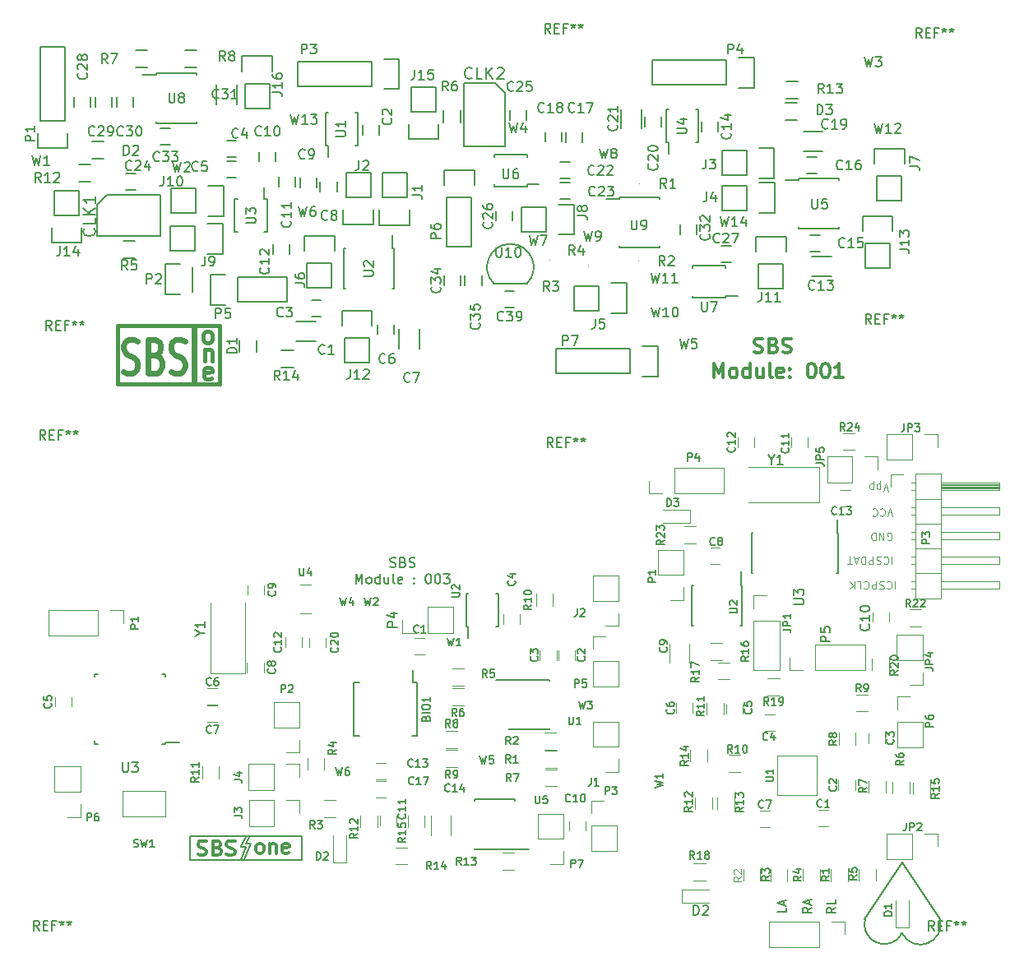
<source format=gbr>
G04 #@! TF.FileFunction,Legend,Top*
%FSLAX46Y46*%
G04 Gerber Fmt 4.6, Leading zero omitted, Abs format (unit mm)*
G04 Created by KiCad (PCBNEW 4.0.6) date 05/22/17 18:05:56*
%MOMM*%
%LPD*%
G01*
G04 APERTURE LIST*
%ADD10C,0.100000*%
%ADD11C,0.300000*%
%ADD12C,0.450000*%
%ADD13C,0.600000*%
%ADD14C,0.400000*%
%ADD15C,0.200000*%
%ADD16C,0.375000*%
%ADD17C,0.125000*%
%ADD18C,0.150000*%
%ADD19C,0.120000*%
%ADD20C,0.030000*%
G04 APERTURE END LIST*
D10*
D11*
X111325715Y-72262143D02*
X111540001Y-72333571D01*
X111897144Y-72333571D01*
X112040001Y-72262143D01*
X112111430Y-72190714D01*
X112182858Y-72047857D01*
X112182858Y-71905000D01*
X112111430Y-71762143D01*
X112040001Y-71690714D01*
X111897144Y-71619286D01*
X111611430Y-71547857D01*
X111468572Y-71476429D01*
X111397144Y-71405000D01*
X111325715Y-71262143D01*
X111325715Y-71119286D01*
X111397144Y-70976429D01*
X111468572Y-70905000D01*
X111611430Y-70833571D01*
X111968572Y-70833571D01*
X112182858Y-70905000D01*
X113325715Y-71547857D02*
X113540001Y-71619286D01*
X113611429Y-71690714D01*
X113682858Y-71833571D01*
X113682858Y-72047857D01*
X113611429Y-72190714D01*
X113540001Y-72262143D01*
X113397143Y-72333571D01*
X112825715Y-72333571D01*
X112825715Y-70833571D01*
X113325715Y-70833571D01*
X113468572Y-70905000D01*
X113540001Y-70976429D01*
X113611429Y-71119286D01*
X113611429Y-71262143D01*
X113540001Y-71405000D01*
X113468572Y-71476429D01*
X113325715Y-71547857D01*
X112825715Y-71547857D01*
X114254286Y-72262143D02*
X114468572Y-72333571D01*
X114825715Y-72333571D01*
X114968572Y-72262143D01*
X115040001Y-72190714D01*
X115111429Y-72047857D01*
X115111429Y-71905000D01*
X115040001Y-71762143D01*
X114968572Y-71690714D01*
X114825715Y-71619286D01*
X114540001Y-71547857D01*
X114397143Y-71476429D01*
X114325715Y-71405000D01*
X114254286Y-71262143D01*
X114254286Y-71119286D01*
X114325715Y-70976429D01*
X114397143Y-70905000D01*
X114540001Y-70833571D01*
X114897143Y-70833571D01*
X115111429Y-70905000D01*
X107147144Y-74883571D02*
X107147144Y-73383571D01*
X107647144Y-74455000D01*
X108147144Y-73383571D01*
X108147144Y-74883571D01*
X109075716Y-74883571D02*
X108932858Y-74812143D01*
X108861430Y-74740714D01*
X108790001Y-74597857D01*
X108790001Y-74169286D01*
X108861430Y-74026429D01*
X108932858Y-73955000D01*
X109075716Y-73883571D01*
X109290001Y-73883571D01*
X109432858Y-73955000D01*
X109504287Y-74026429D01*
X109575716Y-74169286D01*
X109575716Y-74597857D01*
X109504287Y-74740714D01*
X109432858Y-74812143D01*
X109290001Y-74883571D01*
X109075716Y-74883571D01*
X110861430Y-74883571D02*
X110861430Y-73383571D01*
X110861430Y-74812143D02*
X110718573Y-74883571D01*
X110432859Y-74883571D01*
X110290001Y-74812143D01*
X110218573Y-74740714D01*
X110147144Y-74597857D01*
X110147144Y-74169286D01*
X110218573Y-74026429D01*
X110290001Y-73955000D01*
X110432859Y-73883571D01*
X110718573Y-73883571D01*
X110861430Y-73955000D01*
X112218573Y-73883571D02*
X112218573Y-74883571D01*
X111575716Y-73883571D02*
X111575716Y-74669286D01*
X111647144Y-74812143D01*
X111790002Y-74883571D01*
X112004287Y-74883571D01*
X112147144Y-74812143D01*
X112218573Y-74740714D01*
X113147145Y-74883571D02*
X113004287Y-74812143D01*
X112932859Y-74669286D01*
X112932859Y-73383571D01*
X114290001Y-74812143D02*
X114147144Y-74883571D01*
X113861430Y-74883571D01*
X113718573Y-74812143D01*
X113647144Y-74669286D01*
X113647144Y-74097857D01*
X113718573Y-73955000D01*
X113861430Y-73883571D01*
X114147144Y-73883571D01*
X114290001Y-73955000D01*
X114361430Y-74097857D01*
X114361430Y-74240714D01*
X113647144Y-74383571D01*
X115004287Y-74740714D02*
X115075715Y-74812143D01*
X115004287Y-74883571D01*
X114932858Y-74812143D01*
X115004287Y-74740714D01*
X115004287Y-74883571D01*
X115004287Y-73955000D02*
X115075715Y-74026429D01*
X115004287Y-74097857D01*
X114932858Y-74026429D01*
X115004287Y-73955000D01*
X115004287Y-74097857D01*
X117147144Y-73383571D02*
X117290001Y-73383571D01*
X117432858Y-73455000D01*
X117504287Y-73526429D01*
X117575716Y-73669286D01*
X117647144Y-73955000D01*
X117647144Y-74312143D01*
X117575716Y-74597857D01*
X117504287Y-74740714D01*
X117432858Y-74812143D01*
X117290001Y-74883571D01*
X117147144Y-74883571D01*
X117004287Y-74812143D01*
X116932858Y-74740714D01*
X116861430Y-74597857D01*
X116790001Y-74312143D01*
X116790001Y-73955000D01*
X116861430Y-73669286D01*
X116932858Y-73526429D01*
X117004287Y-73455000D01*
X117147144Y-73383571D01*
X118575715Y-73383571D02*
X118718572Y-73383571D01*
X118861429Y-73455000D01*
X118932858Y-73526429D01*
X119004287Y-73669286D01*
X119075715Y-73955000D01*
X119075715Y-74312143D01*
X119004287Y-74597857D01*
X118932858Y-74740714D01*
X118861429Y-74812143D01*
X118718572Y-74883571D01*
X118575715Y-74883571D01*
X118432858Y-74812143D01*
X118361429Y-74740714D01*
X118290001Y-74597857D01*
X118218572Y-74312143D01*
X118218572Y-73955000D01*
X118290001Y-73669286D01*
X118361429Y-73526429D01*
X118432858Y-73455000D01*
X118575715Y-73383571D01*
X120504286Y-74883571D02*
X119647143Y-74883571D01*
X120075715Y-74883571D02*
X120075715Y-73383571D01*
X119932858Y-73597857D01*
X119790000Y-73740714D01*
X119647143Y-73812143D01*
D12*
X55462858Y-74918571D02*
X55291429Y-75004286D01*
X54948572Y-75004286D01*
X54777143Y-74918571D01*
X54691429Y-74747143D01*
X54691429Y-74061429D01*
X54777143Y-73890000D01*
X54948572Y-73804286D01*
X55291429Y-73804286D01*
X55462858Y-73890000D01*
X55548572Y-74061429D01*
X55548572Y-74232857D01*
X54691429Y-74404286D01*
X54734286Y-71944286D02*
X54734286Y-73144286D01*
X54734286Y-72115714D02*
X54820001Y-72030000D01*
X54991429Y-71944286D01*
X55248572Y-71944286D01*
X55420001Y-72030000D01*
X55505715Y-72201429D01*
X55505715Y-73144286D01*
D13*
X53660000Y-69680000D02*
X53660000Y-75330000D01*
D14*
X45780000Y-69500000D02*
X46170000Y-69500000D01*
X45780000Y-75550000D02*
X45780000Y-69500000D01*
D11*
X46040000Y-75550000D02*
X45780000Y-75550000D01*
D14*
X56330000Y-75550000D02*
X46040000Y-75550000D01*
X56330000Y-69500000D02*
X56330000Y-75550000D01*
X46150000Y-69500000D02*
X56330000Y-69500000D01*
D12*
X54931429Y-71304286D02*
X54760001Y-71218571D01*
X54674286Y-71132857D01*
X54588572Y-70961429D01*
X54588572Y-70447143D01*
X54674286Y-70275714D01*
X54760001Y-70190000D01*
X54931429Y-70104286D01*
X55188572Y-70104286D01*
X55360001Y-70190000D01*
X55445715Y-70275714D01*
X55531429Y-70447143D01*
X55531429Y-70961429D01*
X55445715Y-71132857D01*
X55360001Y-71218571D01*
X55188572Y-71304286D01*
X54931429Y-71304286D01*
D13*
X46395238Y-74246667D02*
X46752381Y-74413333D01*
X47347619Y-74413333D01*
X47585715Y-74246667D01*
X47704762Y-74080000D01*
X47823810Y-73746667D01*
X47823810Y-73413333D01*
X47704762Y-73080000D01*
X47585715Y-72913333D01*
X47347619Y-72746667D01*
X46871429Y-72580000D01*
X46633334Y-72413333D01*
X46514286Y-72246667D01*
X46395238Y-71913333D01*
X46395238Y-71580000D01*
X46514286Y-71246667D01*
X46633334Y-71080000D01*
X46871429Y-70913333D01*
X47466667Y-70913333D01*
X47823810Y-71080000D01*
X49728571Y-72580000D02*
X50085714Y-72746667D01*
X50204762Y-72913333D01*
X50323810Y-73246667D01*
X50323810Y-73746667D01*
X50204762Y-74080000D01*
X50085714Y-74246667D01*
X49847619Y-74413333D01*
X48895238Y-74413333D01*
X48895238Y-70913333D01*
X49728571Y-70913333D01*
X49966667Y-71080000D01*
X50085714Y-71246667D01*
X50204762Y-71580000D01*
X50204762Y-71913333D01*
X50085714Y-72246667D01*
X49966667Y-72413333D01*
X49728571Y-72580000D01*
X48895238Y-72580000D01*
X51276190Y-74246667D02*
X51633333Y-74413333D01*
X52228571Y-74413333D01*
X52466667Y-74246667D01*
X52585714Y-74080000D01*
X52704762Y-73746667D01*
X52704762Y-73413333D01*
X52585714Y-73080000D01*
X52466667Y-72913333D01*
X52228571Y-72746667D01*
X51752381Y-72580000D01*
X51514286Y-72413333D01*
X51395238Y-72246667D01*
X51276190Y-71913333D01*
X51276190Y-71580000D01*
X51395238Y-71246667D01*
X51514286Y-71080000D01*
X51752381Y-70913333D01*
X52347619Y-70913333D01*
X52704762Y-71080000D01*
D15*
X73855495Y-94348662D02*
X73998352Y-94396281D01*
X74236448Y-94396281D01*
X74331686Y-94348662D01*
X74379305Y-94301043D01*
X74426924Y-94205805D01*
X74426924Y-94110567D01*
X74379305Y-94015329D01*
X74331686Y-93967710D01*
X74236448Y-93920090D01*
X74045971Y-93872471D01*
X73950733Y-93824852D01*
X73903114Y-93777233D01*
X73855495Y-93681995D01*
X73855495Y-93586757D01*
X73903114Y-93491519D01*
X73950733Y-93443900D01*
X74045971Y-93396281D01*
X74284067Y-93396281D01*
X74426924Y-93443900D01*
X75188829Y-93872471D02*
X75331686Y-93920090D01*
X75379305Y-93967710D01*
X75426924Y-94062948D01*
X75426924Y-94205805D01*
X75379305Y-94301043D01*
X75331686Y-94348662D01*
X75236448Y-94396281D01*
X74855495Y-94396281D01*
X74855495Y-93396281D01*
X75188829Y-93396281D01*
X75284067Y-93443900D01*
X75331686Y-93491519D01*
X75379305Y-93586757D01*
X75379305Y-93681995D01*
X75331686Y-93777233D01*
X75284067Y-93824852D01*
X75188829Y-93872471D01*
X74855495Y-93872471D01*
X75807876Y-94348662D02*
X75950733Y-94396281D01*
X76188829Y-94396281D01*
X76284067Y-94348662D01*
X76331686Y-94301043D01*
X76379305Y-94205805D01*
X76379305Y-94110567D01*
X76331686Y-94015329D01*
X76284067Y-93967710D01*
X76188829Y-93920090D01*
X75998352Y-93872471D01*
X75903114Y-93824852D01*
X75855495Y-93777233D01*
X75807876Y-93681995D01*
X75807876Y-93586757D01*
X75855495Y-93491519D01*
X75903114Y-93443900D01*
X75998352Y-93396281D01*
X76236448Y-93396281D01*
X76379305Y-93443900D01*
X70307876Y-96096281D02*
X70307876Y-95096281D01*
X70641210Y-95810567D01*
X70974543Y-95096281D01*
X70974543Y-96096281D01*
X71593590Y-96096281D02*
X71498352Y-96048662D01*
X71450733Y-96001043D01*
X71403114Y-95905805D01*
X71403114Y-95620090D01*
X71450733Y-95524852D01*
X71498352Y-95477233D01*
X71593590Y-95429614D01*
X71736448Y-95429614D01*
X71831686Y-95477233D01*
X71879305Y-95524852D01*
X71926924Y-95620090D01*
X71926924Y-95905805D01*
X71879305Y-96001043D01*
X71831686Y-96048662D01*
X71736448Y-96096281D01*
X71593590Y-96096281D01*
X72784067Y-96096281D02*
X72784067Y-95096281D01*
X72784067Y-96048662D02*
X72688829Y-96096281D01*
X72498352Y-96096281D01*
X72403114Y-96048662D01*
X72355495Y-96001043D01*
X72307876Y-95905805D01*
X72307876Y-95620090D01*
X72355495Y-95524852D01*
X72403114Y-95477233D01*
X72498352Y-95429614D01*
X72688829Y-95429614D01*
X72784067Y-95477233D01*
X73688829Y-95429614D02*
X73688829Y-96096281D01*
X73260257Y-95429614D02*
X73260257Y-95953424D01*
X73307876Y-96048662D01*
X73403114Y-96096281D01*
X73545972Y-96096281D01*
X73641210Y-96048662D01*
X73688829Y-96001043D01*
X74307876Y-96096281D02*
X74212638Y-96048662D01*
X74165019Y-95953424D01*
X74165019Y-95096281D01*
X75069782Y-96048662D02*
X74974544Y-96096281D01*
X74784067Y-96096281D01*
X74688829Y-96048662D01*
X74641210Y-95953424D01*
X74641210Y-95572471D01*
X74688829Y-95477233D01*
X74784067Y-95429614D01*
X74974544Y-95429614D01*
X75069782Y-95477233D01*
X75117401Y-95572471D01*
X75117401Y-95667710D01*
X74641210Y-95762948D01*
X76307877Y-96001043D02*
X76355496Y-96048662D01*
X76307877Y-96096281D01*
X76260258Y-96048662D01*
X76307877Y-96001043D01*
X76307877Y-96096281D01*
X76307877Y-95477233D02*
X76355496Y-95524852D01*
X76307877Y-95572471D01*
X76260258Y-95524852D01*
X76307877Y-95477233D01*
X76307877Y-95572471D01*
X77736448Y-95096281D02*
X77831687Y-95096281D01*
X77926925Y-95143900D01*
X77974544Y-95191519D01*
X78022163Y-95286757D01*
X78069782Y-95477233D01*
X78069782Y-95715329D01*
X78022163Y-95905805D01*
X77974544Y-96001043D01*
X77926925Y-96048662D01*
X77831687Y-96096281D01*
X77736448Y-96096281D01*
X77641210Y-96048662D01*
X77593591Y-96001043D01*
X77545972Y-95905805D01*
X77498353Y-95715329D01*
X77498353Y-95477233D01*
X77545972Y-95286757D01*
X77593591Y-95191519D01*
X77641210Y-95143900D01*
X77736448Y-95096281D01*
X78688829Y-95096281D02*
X78784068Y-95096281D01*
X78879306Y-95143900D01*
X78926925Y-95191519D01*
X78974544Y-95286757D01*
X79022163Y-95477233D01*
X79022163Y-95715329D01*
X78974544Y-95905805D01*
X78926925Y-96001043D01*
X78879306Y-96048662D01*
X78784068Y-96096281D01*
X78688829Y-96096281D01*
X78593591Y-96048662D01*
X78545972Y-96001043D01*
X78498353Y-95905805D01*
X78450734Y-95715329D01*
X78450734Y-95477233D01*
X78498353Y-95286757D01*
X78545972Y-95191519D01*
X78593591Y-95143900D01*
X78688829Y-95096281D01*
X79355496Y-95096281D02*
X79974544Y-95096281D01*
X79641210Y-95477233D01*
X79784068Y-95477233D01*
X79879306Y-95524852D01*
X79926925Y-95572471D01*
X79974544Y-95667710D01*
X79974544Y-95905805D01*
X79926925Y-96001043D01*
X79879306Y-96048662D01*
X79784068Y-96096281D01*
X79498353Y-96096281D01*
X79403115Y-96048662D01*
X79355496Y-96001043D01*
X59331300Y-122137000D02*
X58978000Y-122848200D01*
X58978000Y-122886300D02*
X59478000Y-122886300D01*
X59478000Y-122886300D02*
X58874100Y-124480000D01*
X58970000Y-123165700D02*
X58470000Y-124537300D01*
X58470000Y-123165700D02*
X58970000Y-123165700D01*
X58970000Y-122137000D02*
X58470000Y-123127600D01*
X64779600Y-122098900D02*
X53260700Y-122098900D01*
X64779600Y-122238600D02*
X64779600Y-122098900D01*
X64779600Y-124575400D02*
X64779600Y-122238600D01*
X53260700Y-124575400D02*
X64779600Y-124575400D01*
X53260700Y-122124300D02*
X53260700Y-124575400D01*
D16*
X60328429Y-123844271D02*
X60185571Y-123772843D01*
X60114143Y-123701414D01*
X60042714Y-123558557D01*
X60042714Y-123129986D01*
X60114143Y-122987129D01*
X60185571Y-122915700D01*
X60328429Y-122844271D01*
X60542714Y-122844271D01*
X60685571Y-122915700D01*
X60757000Y-122987129D01*
X60828429Y-123129986D01*
X60828429Y-123558557D01*
X60757000Y-123701414D01*
X60685571Y-123772843D01*
X60542714Y-123844271D01*
X60328429Y-123844271D01*
X61471286Y-122844271D02*
X61471286Y-123844271D01*
X61471286Y-122987129D02*
X61542714Y-122915700D01*
X61685572Y-122844271D01*
X61899857Y-122844271D01*
X62042714Y-122915700D01*
X62114143Y-123058557D01*
X62114143Y-123844271D01*
X63399857Y-123772843D02*
X63257000Y-123844271D01*
X62971286Y-123844271D01*
X62828429Y-123772843D01*
X62757000Y-123629986D01*
X62757000Y-123058557D01*
X62828429Y-122915700D01*
X62971286Y-122844271D01*
X63257000Y-122844271D01*
X63399857Y-122915700D01*
X63471286Y-123058557D01*
X63471286Y-123201414D01*
X62757000Y-123344271D01*
X54072943Y-123988743D02*
X54287229Y-124060171D01*
X54644372Y-124060171D01*
X54787229Y-123988743D01*
X54858658Y-123917314D01*
X54930086Y-123774457D01*
X54930086Y-123631600D01*
X54858658Y-123488743D01*
X54787229Y-123417314D01*
X54644372Y-123345886D01*
X54358658Y-123274457D01*
X54215800Y-123203029D01*
X54144372Y-123131600D01*
X54072943Y-122988743D01*
X54072943Y-122845886D01*
X54144372Y-122703029D01*
X54215800Y-122631600D01*
X54358658Y-122560171D01*
X54715800Y-122560171D01*
X54930086Y-122631600D01*
X56072943Y-123274457D02*
X56287229Y-123345886D01*
X56358657Y-123417314D01*
X56430086Y-123560171D01*
X56430086Y-123774457D01*
X56358657Y-123917314D01*
X56287229Y-123988743D01*
X56144371Y-124060171D01*
X55572943Y-124060171D01*
X55572943Y-122560171D01*
X56072943Y-122560171D01*
X56215800Y-122631600D01*
X56287229Y-122703029D01*
X56358657Y-122845886D01*
X56358657Y-122988743D01*
X56287229Y-123131600D01*
X56215800Y-123203029D01*
X56072943Y-123274457D01*
X55572943Y-123274457D01*
X57001514Y-123988743D02*
X57215800Y-124060171D01*
X57572943Y-124060171D01*
X57715800Y-123988743D01*
X57787229Y-123917314D01*
X57858657Y-123774457D01*
X57858657Y-123631600D01*
X57787229Y-123488743D01*
X57715800Y-123417314D01*
X57572943Y-123345886D01*
X57287229Y-123274457D01*
X57144371Y-123203029D01*
X57072943Y-123131600D01*
X57001514Y-122988743D01*
X57001514Y-122845886D01*
X57072943Y-122703029D01*
X57144371Y-122631600D01*
X57287229Y-122560171D01*
X57644371Y-122560171D01*
X57858657Y-122631600D01*
D17*
X125110777Y-86606695D02*
X124844110Y-85806695D01*
X124577443Y-86606695D01*
X124310777Y-86340029D02*
X124310777Y-85540029D01*
X124310777Y-86301933D02*
X124234586Y-86340029D01*
X124082205Y-86340029D01*
X124006015Y-86301933D01*
X123967920Y-86263838D01*
X123929824Y-86187648D01*
X123929824Y-85959076D01*
X123967920Y-85882886D01*
X124006015Y-85844790D01*
X124082205Y-85806695D01*
X124234586Y-85806695D01*
X124310777Y-85844790D01*
X123586967Y-86340029D02*
X123586967Y-85540029D01*
X123586967Y-86301933D02*
X123510776Y-86340029D01*
X123358395Y-86340029D01*
X123282205Y-86301933D01*
X123244110Y-86263838D01*
X123206014Y-86187648D01*
X123206014Y-85959076D01*
X123244110Y-85882886D01*
X123282205Y-85844790D01*
X123358395Y-85806695D01*
X123510776Y-85806695D01*
X123586967Y-85844790D01*
X125559267Y-89132595D02*
X125292600Y-88332595D01*
X125025933Y-89132595D01*
X124302124Y-88408786D02*
X124340219Y-88370690D01*
X124454505Y-88332595D01*
X124530695Y-88332595D01*
X124644981Y-88370690D01*
X124721172Y-88446881D01*
X124759267Y-88523071D01*
X124797362Y-88675452D01*
X124797362Y-88789738D01*
X124759267Y-88942119D01*
X124721172Y-89018310D01*
X124644981Y-89094500D01*
X124530695Y-89132595D01*
X124454505Y-89132595D01*
X124340219Y-89094500D01*
X124302124Y-89056405D01*
X123502124Y-88408786D02*
X123540219Y-88370690D01*
X123654505Y-88332595D01*
X123730695Y-88332595D01*
X123844981Y-88370690D01*
X123921172Y-88446881D01*
X123959267Y-88523071D01*
X123997362Y-88675452D01*
X123997362Y-88789738D01*
X123959267Y-88942119D01*
X123921172Y-89018310D01*
X123844981Y-89094500D01*
X123730695Y-89132595D01*
X123654505Y-89132595D01*
X123540219Y-89094500D01*
X123502124Y-89056405D01*
X125038623Y-91583700D02*
X125114814Y-91621795D01*
X125229099Y-91621795D01*
X125343385Y-91583700D01*
X125419576Y-91507510D01*
X125457671Y-91431319D01*
X125495766Y-91278938D01*
X125495766Y-91164652D01*
X125457671Y-91012271D01*
X125419576Y-90936081D01*
X125343385Y-90859890D01*
X125229099Y-90821795D01*
X125152909Y-90821795D01*
X125038623Y-90859890D01*
X125000528Y-90897986D01*
X125000528Y-91164652D01*
X125152909Y-91164652D01*
X124657671Y-90821795D02*
X124657671Y-91621795D01*
X124200528Y-90821795D01*
X124200528Y-91621795D01*
X123819576Y-90821795D02*
X123819576Y-91621795D01*
X123629100Y-91621795D01*
X123514814Y-91583700D01*
X123438623Y-91507510D01*
X123400528Y-91431319D01*
X123362433Y-91278938D01*
X123362433Y-91164652D01*
X123400528Y-91012271D01*
X123438623Y-90936081D01*
X123514814Y-90859890D01*
X123629100Y-90821795D01*
X123819576Y-90821795D01*
X125501971Y-93285595D02*
X125501971Y-94085595D01*
X124663876Y-93361786D02*
X124701971Y-93323690D01*
X124816257Y-93285595D01*
X124892447Y-93285595D01*
X125006733Y-93323690D01*
X125082924Y-93399881D01*
X125121019Y-93476071D01*
X125159114Y-93628452D01*
X125159114Y-93742738D01*
X125121019Y-93895119D01*
X125082924Y-93971310D01*
X125006733Y-94047500D01*
X124892447Y-94085595D01*
X124816257Y-94085595D01*
X124701971Y-94047500D01*
X124663876Y-94009405D01*
X124359114Y-93323690D02*
X124244828Y-93285595D01*
X124054352Y-93285595D01*
X123978162Y-93323690D01*
X123940066Y-93361786D01*
X123901971Y-93437976D01*
X123901971Y-93514167D01*
X123940066Y-93590357D01*
X123978162Y-93628452D01*
X124054352Y-93666548D01*
X124206733Y-93704643D01*
X124282924Y-93742738D01*
X124321019Y-93780833D01*
X124359114Y-93857024D01*
X124359114Y-93933214D01*
X124321019Y-94009405D01*
X124282924Y-94047500D01*
X124206733Y-94085595D01*
X124016257Y-94085595D01*
X123901971Y-94047500D01*
X123559114Y-93285595D02*
X123559114Y-94085595D01*
X123254352Y-94085595D01*
X123178161Y-94047500D01*
X123140066Y-94009405D01*
X123101971Y-93933214D01*
X123101971Y-93818929D01*
X123140066Y-93742738D01*
X123178161Y-93704643D01*
X123254352Y-93666548D01*
X123559114Y-93666548D01*
X122759114Y-93285595D02*
X122759114Y-94085595D01*
X122568638Y-94085595D01*
X122454352Y-94047500D01*
X122378161Y-93971310D01*
X122340066Y-93895119D01*
X122301971Y-93742738D01*
X122301971Y-93628452D01*
X122340066Y-93476071D01*
X122378161Y-93399881D01*
X122454352Y-93323690D01*
X122568638Y-93285595D01*
X122759114Y-93285595D01*
X121997209Y-93514167D02*
X121616257Y-93514167D01*
X122073400Y-93285595D02*
X121806733Y-94085595D01*
X121540066Y-93285595D01*
X121387686Y-94085595D02*
X120930543Y-94085595D01*
X121159114Y-93285595D02*
X121159114Y-94085595D01*
X125819462Y-95838295D02*
X125819462Y-96638295D01*
X124981367Y-95914486D02*
X125019462Y-95876390D01*
X125133748Y-95838295D01*
X125209938Y-95838295D01*
X125324224Y-95876390D01*
X125400415Y-95952581D01*
X125438510Y-96028771D01*
X125476605Y-96181152D01*
X125476605Y-96295438D01*
X125438510Y-96447819D01*
X125400415Y-96524010D01*
X125324224Y-96600200D01*
X125209938Y-96638295D01*
X125133748Y-96638295D01*
X125019462Y-96600200D01*
X124981367Y-96562105D01*
X124676605Y-95876390D02*
X124562319Y-95838295D01*
X124371843Y-95838295D01*
X124295653Y-95876390D01*
X124257557Y-95914486D01*
X124219462Y-95990676D01*
X124219462Y-96066867D01*
X124257557Y-96143057D01*
X124295653Y-96181152D01*
X124371843Y-96219248D01*
X124524224Y-96257343D01*
X124600415Y-96295438D01*
X124638510Y-96333533D01*
X124676605Y-96409724D01*
X124676605Y-96485914D01*
X124638510Y-96562105D01*
X124600415Y-96600200D01*
X124524224Y-96638295D01*
X124333748Y-96638295D01*
X124219462Y-96600200D01*
X123876605Y-95838295D02*
X123876605Y-96638295D01*
X123571843Y-96638295D01*
X123495652Y-96600200D01*
X123457557Y-96562105D01*
X123419462Y-96485914D01*
X123419462Y-96371629D01*
X123457557Y-96295438D01*
X123495652Y-96257343D01*
X123571843Y-96219248D01*
X123876605Y-96219248D01*
X122619462Y-95914486D02*
X122657557Y-95876390D01*
X122771843Y-95838295D01*
X122848033Y-95838295D01*
X122962319Y-95876390D01*
X123038510Y-95952581D01*
X123076605Y-96028771D01*
X123114700Y-96181152D01*
X123114700Y-96295438D01*
X123076605Y-96447819D01*
X123038510Y-96524010D01*
X122962319Y-96600200D01*
X122848033Y-96638295D01*
X122771843Y-96638295D01*
X122657557Y-96600200D01*
X122619462Y-96562105D01*
X121895652Y-95838295D02*
X122276605Y-95838295D01*
X122276605Y-96638295D01*
X121628986Y-95838295D02*
X121628986Y-96638295D01*
X121171843Y-95838295D02*
X121514700Y-96295438D01*
X121171843Y-96638295D02*
X121628986Y-96181152D01*
D15*
X117216243Y-129441643D02*
X116787671Y-129741643D01*
X117216243Y-129955928D02*
X116316243Y-129955928D01*
X116316243Y-129613071D01*
X116359100Y-129527357D01*
X116401957Y-129484500D01*
X116487671Y-129441643D01*
X116616243Y-129441643D01*
X116701957Y-129484500D01*
X116744814Y-129527357D01*
X116787671Y-129613071D01*
X116787671Y-129955928D01*
X116959100Y-129098785D02*
X116959100Y-128670214D01*
X117216243Y-129184500D02*
X116316243Y-128884500D01*
X117216243Y-128584500D01*
X119705443Y-129420214D02*
X119276871Y-129720214D01*
X119705443Y-129934499D02*
X118805443Y-129934499D01*
X118805443Y-129591642D01*
X118848300Y-129505928D01*
X118891157Y-129463071D01*
X118976871Y-129420214D01*
X119105443Y-129420214D01*
X119191157Y-129463071D01*
X119234014Y-129505928D01*
X119276871Y-129591642D01*
X119276871Y-129934499D01*
X119705443Y-128605928D02*
X119705443Y-129034499D01*
X118805443Y-129034499D01*
X114625443Y-129441643D02*
X114625443Y-129870214D01*
X113725443Y-129870214D01*
X114368300Y-129184500D02*
X114368300Y-128755929D01*
X114625443Y-129270215D02*
X113725443Y-128970215D01*
X114625443Y-128670215D01*
X122799690Y-130387330D02*
G75*
G03X123950310Y-133072110I1917700J-767080D01*
G01*
X123805530Y-133006070D02*
G75*
G03X126561430Y-132068810I909320J1846580D01*
G01*
X126515710Y-132045950D02*
G75*
G03X129312250Y-133064490I1907540J889000D01*
G01*
X129007450Y-133178790D02*
G75*
G03X130445090Y-130572750I-584200J2021840D01*
G01*
X126573050Y-124773150D02*
X122673050Y-130673150D01*
X126573050Y-124773150D02*
X130473050Y-130673150D01*
D18*
X69290000Y-56310000D02*
X69290000Y-53770000D01*
X69010000Y-59130000D02*
X69010000Y-57580000D01*
X69290000Y-56310000D02*
X71830000Y-56310000D01*
X72110000Y-57580000D02*
X72110000Y-59130000D01*
X72110000Y-59130000D02*
X69010000Y-59130000D01*
X71830000Y-56310000D02*
X71830000Y-53770000D01*
X71830000Y-53770000D02*
X69290000Y-53770000D01*
X49775000Y-43525000D02*
X49775000Y-43670000D01*
X53925000Y-43525000D02*
X53925000Y-43670000D01*
X53925000Y-48675000D02*
X53925000Y-48530000D01*
X49775000Y-48675000D02*
X49775000Y-48530000D01*
X49775000Y-43525000D02*
X53925000Y-43525000D01*
X49775000Y-48675000D02*
X53925000Y-48675000D01*
X49775000Y-43670000D02*
X48375000Y-43670000D01*
X103690000Y-59100000D02*
X103690000Y-60100000D01*
X105390000Y-60100000D02*
X105390000Y-59100000D01*
X44684560Y-56053520D02*
X43684560Y-57053520D01*
X43684560Y-57053520D02*
X43684560Y-60253520D01*
X43684560Y-60253520D02*
X50184560Y-60253520D01*
X50184560Y-60253520D02*
X50184560Y-56053520D01*
X50184560Y-56053520D02*
X44684560Y-56053520D01*
X85660000Y-45530000D02*
X84660000Y-44530000D01*
X84660000Y-44530000D02*
X81460000Y-44530000D01*
X81460000Y-44530000D02*
X81460000Y-51030000D01*
X81460000Y-51030000D02*
X85660000Y-51030000D01*
X85660000Y-51030000D02*
X85660000Y-45530000D01*
X60065000Y-71010000D02*
X60065000Y-72210000D01*
X58315000Y-72210000D02*
X58315000Y-71010000D01*
X43180000Y-50575000D02*
X44380000Y-50575000D01*
X44380000Y-52325000D02*
X43180000Y-52325000D01*
X115770000Y-48315000D02*
X114570000Y-48315000D01*
X114570000Y-46565000D02*
X115770000Y-46565000D01*
X43020000Y-54685000D02*
X41820000Y-54685000D01*
X41820000Y-52935000D02*
X43020000Y-52935000D01*
X114650000Y-44375000D02*
X115850000Y-44375000D01*
X115850000Y-46125000D02*
X114650000Y-46125000D01*
X62670000Y-72065000D02*
X63870000Y-72065000D01*
X63870000Y-73815000D02*
X62670000Y-73815000D01*
X74245000Y-61585000D02*
X74100000Y-61585000D01*
X74245000Y-65735000D02*
X74100000Y-65735000D01*
X69095000Y-65735000D02*
X69240000Y-65735000D01*
X69095000Y-61585000D02*
X69240000Y-61585000D01*
X74245000Y-61585000D02*
X74245000Y-65735000D01*
X69095000Y-61585000D02*
X69095000Y-65735000D01*
X74100000Y-61585000D02*
X74100000Y-60185000D01*
X115905000Y-54365000D02*
X115905000Y-54510000D01*
X120055000Y-54365000D02*
X120055000Y-54510000D01*
X120055000Y-59515000D02*
X120055000Y-59370000D01*
X115905000Y-59515000D02*
X115905000Y-59370000D01*
X115905000Y-54365000D02*
X120055000Y-54365000D01*
X115905000Y-59515000D02*
X120055000Y-59515000D01*
X115905000Y-54510000D02*
X114505000Y-54510000D01*
X108345000Y-66675000D02*
X108345000Y-66425000D01*
X104995000Y-66675000D02*
X104995000Y-66425000D01*
X104995000Y-63325000D02*
X104995000Y-63575000D01*
X108345000Y-63325000D02*
X108345000Y-63575000D01*
X108345000Y-66675000D02*
X104995000Y-66675000D01*
X108345000Y-63325000D02*
X104995000Y-63325000D01*
X108345000Y-66425000D02*
X109595000Y-66425000D01*
X67205000Y-50945000D02*
X67505000Y-50945000D01*
X67205000Y-47595000D02*
X67505000Y-47595000D01*
X70555000Y-47595000D02*
X70255000Y-47595000D01*
X70555000Y-50945000D02*
X70255000Y-50945000D01*
X67205000Y-50945000D02*
X67205000Y-47595000D01*
X70555000Y-50945000D02*
X70555000Y-47595000D01*
X67505000Y-50945000D02*
X67505000Y-52170000D01*
X61167320Y-56478520D02*
X60867320Y-56478520D01*
X61167320Y-59828520D02*
X60867320Y-59828520D01*
X57817320Y-59828520D02*
X58117320Y-59828520D01*
X57817320Y-56478520D02*
X58117320Y-56478520D01*
X61167320Y-56478520D02*
X61167320Y-59828520D01*
X57817320Y-56478520D02*
X57817320Y-59828520D01*
X60867320Y-56478520D02*
X60867320Y-55253520D01*
X102255000Y-50635000D02*
X102555000Y-50635000D01*
X102255000Y-47285000D02*
X102555000Y-47285000D01*
X105605000Y-47285000D02*
X105305000Y-47285000D01*
X105605000Y-50635000D02*
X105305000Y-50635000D01*
X102255000Y-50635000D02*
X102255000Y-47285000D01*
X105605000Y-50635000D02*
X105605000Y-47285000D01*
X102555000Y-50635000D02*
X102555000Y-51860000D01*
X87915000Y-55245000D02*
X87915000Y-54945000D01*
X84565000Y-55245000D02*
X84565000Y-54945000D01*
X84565000Y-51895000D02*
X84565000Y-52195000D01*
X87915000Y-51895000D02*
X87915000Y-52195000D01*
X87915000Y-55245000D02*
X84565000Y-55245000D01*
X87915000Y-51895000D02*
X84565000Y-51895000D01*
X87915000Y-54945000D02*
X89140000Y-54945000D01*
D10*
X99490000Y-54890000D02*
X99490000Y-54890000D01*
X99490000Y-54890000D02*
X99490000Y-54890000D01*
X99360000Y-62850000D02*
X99360000Y-62850000D01*
X99360000Y-62850000D02*
X99360000Y-62850000D01*
X90260000Y-62750000D02*
X90260000Y-62750000D01*
X90260000Y-62750000D02*
X90260000Y-62750000D01*
D18*
X97445000Y-56325000D02*
X97445000Y-56470000D01*
X101595000Y-56325000D02*
X101595000Y-56470000D01*
X101595000Y-61475000D02*
X101595000Y-61330000D01*
X97445000Y-61475000D02*
X97445000Y-61330000D01*
X97445000Y-56325000D02*
X101595000Y-56325000D01*
X97445000Y-61475000D02*
X101595000Y-61475000D01*
X97445000Y-56470000D02*
X96045000Y-56470000D01*
X84520000Y-65200000D02*
X87920000Y-65200000D01*
X84522944Y-65197056D02*
G75*
G02X86220000Y-61100000I1697056J1697056D01*
G01*
X87917056Y-65197056D02*
G75*
G03X86220000Y-61100000I-1697056J1697056D01*
G01*
D10*
X94200000Y-63360000D02*
X94200000Y-63360000D01*
X94200000Y-63360000D02*
X94200000Y-63360000D01*
D18*
X53490300Y-66019900D02*
X53490300Y-63479900D01*
X50670300Y-63199900D02*
X52220300Y-63199900D01*
X50670300Y-63199900D02*
X50670300Y-66299900D01*
X50670300Y-66299900D02*
X52220300Y-66299900D01*
X71940000Y-44890000D02*
X64320000Y-44890000D01*
X71940000Y-42350000D02*
X64320000Y-42350000D01*
X74760000Y-42070000D02*
X73210000Y-42070000D01*
X64320000Y-44890000D02*
X64320000Y-42350000D01*
X71940000Y-42350000D02*
X71940000Y-44890000D01*
X73210000Y-45170000D02*
X74760000Y-45170000D01*
X74760000Y-45170000D02*
X74760000Y-42070000D01*
X108470000Y-44730000D02*
X100850000Y-44730000D01*
X108470000Y-42190000D02*
X100850000Y-42190000D01*
X111290000Y-41910000D02*
X109740000Y-41910000D01*
X100850000Y-44730000D02*
X100850000Y-42190000D01*
X108470000Y-42190000D02*
X108470000Y-44730000D01*
X109740000Y-45010000D02*
X111290000Y-45010000D01*
X111290000Y-45010000D02*
X111290000Y-41910000D01*
X56870000Y-64260000D02*
X55320000Y-64260000D01*
X55320000Y-64260000D02*
X55320000Y-67360000D01*
X55320000Y-67360000D02*
X56870000Y-67360000D01*
X58140000Y-64540000D02*
X63220000Y-64540000D01*
X63220000Y-64540000D02*
X63220000Y-67080000D01*
X63220000Y-67080000D02*
X58140000Y-67080000D01*
X58140000Y-67080000D02*
X58140000Y-64540000D01*
X82520000Y-55060000D02*
X82520000Y-53510000D01*
X82520000Y-53510000D02*
X79420000Y-53510000D01*
X79420000Y-53510000D02*
X79420000Y-55060000D01*
X82240000Y-56330000D02*
X82240000Y-61410000D01*
X82240000Y-61410000D02*
X79700000Y-61410000D01*
X79700000Y-61410000D02*
X79700000Y-56330000D01*
X79700000Y-56330000D02*
X82240000Y-56330000D01*
X46362500Y-60798960D02*
X47562500Y-60798960D01*
X47562500Y-62548960D02*
X46362500Y-62548960D01*
X81075000Y-47370000D02*
X81075000Y-48570000D01*
X79325000Y-48570000D02*
X79325000Y-47370000D01*
X71050000Y-48830000D02*
X71050000Y-49830000D01*
X72750000Y-49830000D02*
X72750000Y-48830000D01*
X65740000Y-68560000D02*
X66740000Y-68560000D01*
X66740000Y-66860000D02*
X65740000Y-66860000D01*
X57020000Y-54310000D02*
X58020000Y-54310000D01*
X58020000Y-52610000D02*
X57020000Y-52610000D01*
X72560000Y-69400000D02*
X72560000Y-70400000D01*
X74260000Y-70400000D02*
X74260000Y-69400000D01*
X68360000Y-55690000D02*
X68360000Y-54690000D01*
X66660000Y-54690000D02*
X66660000Y-55690000D01*
X66250000Y-55300000D02*
X66250000Y-54300000D01*
X64550000Y-54300000D02*
X64550000Y-55300000D01*
X60320000Y-51610000D02*
X60320000Y-52610000D01*
X62020000Y-52610000D02*
X62020000Y-51610000D01*
X64120000Y-55210000D02*
X64120000Y-54210000D01*
X62420000Y-54210000D02*
X62420000Y-55210000D01*
X63520000Y-62160000D02*
X63520000Y-61160000D01*
X61820000Y-61160000D02*
X61820000Y-62160000D01*
X105890000Y-48490000D02*
X105890000Y-49490000D01*
X107590000Y-49490000D02*
X107590000Y-48490000D01*
X117070000Y-61910000D02*
X118070000Y-61910000D01*
X118070000Y-60210000D02*
X117070000Y-60210000D01*
X117780000Y-52150000D02*
X116780000Y-52150000D01*
X116780000Y-53850000D02*
X117780000Y-53850000D01*
X91940000Y-49600000D02*
X91940000Y-50600000D01*
X93640000Y-50600000D02*
X93640000Y-49600000D01*
X89780000Y-49590000D02*
X89780000Y-50590000D01*
X91480000Y-50590000D02*
X91480000Y-49590000D01*
X100090000Y-47990000D02*
X100090000Y-48990000D01*
X101790000Y-48990000D02*
X101790000Y-47990000D01*
X97645000Y-47210000D02*
X97645000Y-49210000D01*
X99695000Y-49210000D02*
X99695000Y-47210000D01*
X92360000Y-52680000D02*
X91360000Y-52680000D01*
X91360000Y-54380000D02*
X92360000Y-54380000D01*
X91360000Y-56500000D02*
X92360000Y-56500000D01*
X92360000Y-54800000D02*
X91360000Y-54800000D01*
X47637760Y-53869440D02*
X46637760Y-53869440D01*
X46637760Y-55569440D02*
X47637760Y-55569440D01*
X87840000Y-48330000D02*
X87840000Y-47330000D01*
X86140000Y-47330000D02*
X86140000Y-48330000D01*
X86430000Y-58710000D02*
X86430000Y-57710000D01*
X84730000Y-57710000D02*
X84730000Y-58710000D01*
X108930000Y-61310000D02*
X107930000Y-61310000D01*
X107930000Y-63010000D02*
X108930000Y-63010000D01*
X41310000Y-45970000D02*
X41310000Y-46970000D01*
X43010000Y-46970000D02*
X43010000Y-45970000D01*
X43500000Y-45970000D02*
X43500000Y-46970000D01*
X45200000Y-46970000D02*
X45200000Y-45970000D01*
X81090000Y-65350000D02*
X81090000Y-64350000D01*
X79390000Y-64350000D02*
X79390000Y-65350000D01*
X83260000Y-65360000D02*
X83260000Y-64360000D01*
X81560000Y-64360000D02*
X81560000Y-65360000D01*
X85630000Y-67680000D02*
X86630000Y-67680000D01*
X86630000Y-65980000D02*
X85630000Y-65980000D01*
X73030000Y-56340000D02*
X73030000Y-53800000D01*
X72750000Y-59160000D02*
X72750000Y-57610000D01*
X73030000Y-56340000D02*
X75570000Y-56340000D01*
X75850000Y-57610000D02*
X75850000Y-59160000D01*
X75850000Y-59160000D02*
X72750000Y-59160000D01*
X75570000Y-56340000D02*
X75570000Y-53800000D01*
X75570000Y-53800000D02*
X73030000Y-53800000D01*
X110570000Y-54040000D02*
X108030000Y-54040000D01*
X113390000Y-54320000D02*
X111840000Y-54320000D01*
X110570000Y-54040000D02*
X110570000Y-51500000D01*
X111840000Y-51220000D02*
X113390000Y-51220000D01*
X113390000Y-51220000D02*
X113390000Y-54320000D01*
X110570000Y-51500000D02*
X108030000Y-51500000D01*
X108030000Y-51500000D02*
X108030000Y-54040000D01*
X110590000Y-57620000D02*
X108050000Y-57620000D01*
X113410000Y-57900000D02*
X111860000Y-57900000D01*
X110590000Y-57620000D02*
X110590000Y-55080000D01*
X111860000Y-54800000D02*
X113410000Y-54800000D01*
X113410000Y-54800000D02*
X113410000Y-57900000D01*
X110590000Y-55080000D02*
X108050000Y-55080000D01*
X108050000Y-55080000D02*
X108050000Y-57620000D01*
X95340000Y-67970000D02*
X92800000Y-67970000D01*
X98160000Y-68250000D02*
X96610000Y-68250000D01*
X95340000Y-67970000D02*
X95340000Y-65430000D01*
X96610000Y-65150000D02*
X98160000Y-65150000D01*
X98160000Y-65150000D02*
X98160000Y-68250000D01*
X95340000Y-65430000D02*
X92800000Y-65430000D01*
X92800000Y-65430000D02*
X92800000Y-67970000D01*
X67840000Y-63080000D02*
X67840000Y-65620000D01*
X68120000Y-60260000D02*
X68120000Y-61810000D01*
X67840000Y-63080000D02*
X65300000Y-63080000D01*
X65020000Y-61810000D02*
X65020000Y-60260000D01*
X65020000Y-60260000D02*
X68120000Y-60260000D01*
X65300000Y-63080000D02*
X65300000Y-65620000D01*
X65300000Y-65620000D02*
X67840000Y-65620000D01*
X126520000Y-54120000D02*
X126520000Y-56660000D01*
X126800000Y-51300000D02*
X126800000Y-52850000D01*
X126520000Y-54120000D02*
X123980000Y-54120000D01*
X123700000Y-52850000D02*
X123700000Y-51300000D01*
X123700000Y-51300000D02*
X126800000Y-51300000D01*
X123980000Y-54120000D02*
X123980000Y-56660000D01*
X123980000Y-56660000D02*
X126520000Y-56660000D01*
X89940000Y-59870000D02*
X87400000Y-59870000D01*
X92760000Y-60150000D02*
X91210000Y-60150000D01*
X89940000Y-59870000D02*
X89940000Y-57330000D01*
X91210000Y-57050000D02*
X92760000Y-57050000D01*
X92760000Y-57050000D02*
X92760000Y-60150000D01*
X89940000Y-57330000D02*
X87400000Y-57330000D01*
X87400000Y-57330000D02*
X87400000Y-59870000D01*
X53772240Y-61841600D02*
X51232240Y-61841600D01*
X56592240Y-62121600D02*
X55042240Y-62121600D01*
X53772240Y-61841600D02*
X53772240Y-59301600D01*
X55042240Y-59021600D02*
X56592240Y-59021600D01*
X56592240Y-59021600D02*
X56592240Y-62121600D01*
X53772240Y-59301600D02*
X51232240Y-59301600D01*
X51232240Y-59301600D02*
X51232240Y-61841600D01*
X53853520Y-57940160D02*
X51313520Y-57940160D01*
X56673520Y-58220160D02*
X55123520Y-58220160D01*
X53853520Y-57940160D02*
X53853520Y-55400160D01*
X55123520Y-55120160D02*
X56673520Y-55120160D01*
X56673520Y-55120160D02*
X56673520Y-58220160D01*
X53853520Y-55400160D02*
X51313520Y-55400160D01*
X51313520Y-55400160D02*
X51313520Y-57940160D01*
X114310000Y-63200000D02*
X114310000Y-65740000D01*
X114590000Y-60380000D02*
X114590000Y-61930000D01*
X114310000Y-63200000D02*
X111770000Y-63200000D01*
X111490000Y-61930000D02*
X111490000Y-60380000D01*
X111490000Y-60380000D02*
X114590000Y-60380000D01*
X111770000Y-63200000D02*
X111770000Y-65740000D01*
X111770000Y-65740000D02*
X114310000Y-65740000D01*
X71700000Y-70770000D02*
X71700000Y-73310000D01*
X71980000Y-67950000D02*
X71980000Y-69500000D01*
X71700000Y-70770000D02*
X69160000Y-70770000D01*
X68880000Y-69500000D02*
X68880000Y-67950000D01*
X68880000Y-67950000D02*
X71980000Y-67950000D01*
X69160000Y-70770000D02*
X69160000Y-73310000D01*
X69160000Y-73310000D02*
X71700000Y-73310000D01*
X125280000Y-61040000D02*
X125280000Y-63580000D01*
X125560000Y-58220000D02*
X125560000Y-59770000D01*
X125280000Y-61040000D02*
X122740000Y-61040000D01*
X122460000Y-59770000D02*
X122460000Y-58220000D01*
X122460000Y-58220000D02*
X125560000Y-58220000D01*
X122740000Y-61040000D02*
X122740000Y-63580000D01*
X122740000Y-63580000D02*
X125280000Y-63580000D01*
X39273920Y-58143360D02*
X39273920Y-55603360D01*
X38993920Y-60963360D02*
X38993920Y-59413360D01*
X39273920Y-58143360D02*
X41813920Y-58143360D01*
X42093920Y-59413360D02*
X42093920Y-60963360D01*
X42093920Y-60963360D02*
X38993920Y-60963360D01*
X41813920Y-58143360D02*
X41813920Y-55603360D01*
X41813920Y-55603360D02*
X39273920Y-55603360D01*
X76020000Y-47480000D02*
X76020000Y-44940000D01*
X75740000Y-50300000D02*
X75740000Y-48750000D01*
X76020000Y-47480000D02*
X78560000Y-47480000D01*
X78840000Y-48750000D02*
X78840000Y-50300000D01*
X78840000Y-50300000D02*
X75740000Y-50300000D01*
X78560000Y-47480000D02*
X78560000Y-44940000D01*
X78560000Y-44940000D02*
X76020000Y-44940000D01*
X61430000Y-44590000D02*
X61430000Y-47130000D01*
X61710000Y-41770000D02*
X61710000Y-43320000D01*
X61430000Y-44590000D02*
X58890000Y-44590000D01*
X58610000Y-43320000D02*
X58610000Y-41770000D01*
X58610000Y-41770000D02*
X61710000Y-41770000D01*
X58890000Y-44590000D02*
X58890000Y-47130000D01*
X58890000Y-47130000D02*
X61430000Y-47130000D01*
X37840000Y-48420000D02*
X37840000Y-40800000D01*
X40380000Y-48420000D02*
X40380000Y-40800000D01*
X40660000Y-51240000D02*
X40660000Y-49690000D01*
X37840000Y-40800000D02*
X40380000Y-40800000D01*
X40380000Y-48420000D02*
X37840000Y-48420000D01*
X37560000Y-49690000D02*
X37560000Y-51240000D01*
X37560000Y-51240000D02*
X40660000Y-51240000D01*
X45720000Y-45950000D02*
X45720000Y-46950000D01*
X47420000Y-46950000D02*
X47420000Y-45950000D01*
X66180000Y-69055000D02*
X64180000Y-69055000D01*
X64180000Y-71105000D02*
X66180000Y-71105000D01*
X74785000Y-69870000D02*
X74785000Y-71870000D01*
X76835000Y-71870000D02*
X76835000Y-69870000D01*
X57020000Y-52160000D02*
X58020000Y-52160000D01*
X58020000Y-50460000D02*
X57020000Y-50460000D01*
X55995000Y-44720000D02*
X55995000Y-46720000D01*
X58045000Y-46720000D02*
X58045000Y-44720000D01*
X119280000Y-62395000D02*
X117280000Y-62395000D01*
X117280000Y-64445000D02*
X119280000Y-64445000D01*
X118380000Y-49545000D02*
X116380000Y-49545000D01*
X116380000Y-51595000D02*
X118380000Y-51595000D01*
X98580000Y-74460000D02*
X90960000Y-74460000D01*
X98580000Y-71920000D02*
X90960000Y-71920000D01*
X101400000Y-71640000D02*
X99850000Y-71640000D01*
X90960000Y-74460000D02*
X90960000Y-71920000D01*
X98580000Y-71920000D02*
X98580000Y-74460000D01*
X99850000Y-74740000D02*
X101400000Y-74740000D01*
X101400000Y-74740000D02*
X101400000Y-71640000D01*
X50230000Y-50900000D02*
X51230000Y-50900000D01*
X51230000Y-49200000D02*
X50230000Y-49200000D01*
X48860000Y-42895000D02*
X47660000Y-42895000D01*
X47660000Y-41145000D02*
X48860000Y-41145000D01*
X53920000Y-42915000D02*
X52720000Y-42915000D01*
X52720000Y-41165000D02*
X53920000Y-41165000D01*
X76639800Y-106230200D02*
X76164800Y-106230200D01*
X76639800Y-111780200D02*
X76064800Y-111780200D01*
X70089800Y-111780200D02*
X70664800Y-111780200D01*
X70089800Y-106230200D02*
X70664800Y-106230200D01*
X76639800Y-106230200D02*
X76639800Y-111780200D01*
X70089800Y-106230200D02*
X70089800Y-111780200D01*
X76164800Y-106230200D02*
X76164800Y-104955200D01*
D19*
X77395400Y-101690900D02*
X76395400Y-101690900D01*
X76395400Y-103390900D02*
X77395400Y-103390900D01*
X91209200Y-102955300D02*
X91209200Y-103955300D01*
X92909200Y-103955300D02*
X92909200Y-102955300D01*
X89266100Y-102955300D02*
X89266100Y-103955300D01*
X90966100Y-103955300D02*
X90966100Y-102955300D01*
X85506900Y-99246900D02*
X85506900Y-100246900D01*
X87206900Y-100246900D02*
X87206900Y-99246900D01*
X39317000Y-107755900D02*
X39317000Y-108755900D01*
X41017000Y-108755900D02*
X41017000Y-107755900D01*
X56046700Y-106885200D02*
X55046700Y-106885200D01*
X55046700Y-108585200D02*
X56046700Y-108585200D01*
X56046700Y-108663200D02*
X55046700Y-108663200D01*
X55046700Y-110363200D02*
X56046700Y-110363200D01*
X60822650Y-105244350D02*
X60822650Y-104244350D01*
X59122650Y-104244350D02*
X59122650Y-105244350D01*
X59173450Y-96230650D02*
X59173450Y-97230650D01*
X60873450Y-97230650D02*
X60873450Y-96230650D01*
X93950600Y-121532100D02*
X93950600Y-120532100D01*
X92250600Y-120532100D02*
X92250600Y-121532100D01*
X74494200Y-120986000D02*
X74494200Y-119986000D01*
X72794200Y-119986000D02*
X72794200Y-120986000D01*
X63053300Y-101621800D02*
X63053300Y-102621800D01*
X64753300Y-102621800D02*
X64753300Y-101621800D01*
X72382200Y-116256000D02*
X73382200Y-116256000D01*
X73382200Y-114556000D02*
X72382200Y-114556000D01*
X97364300Y-112891400D02*
X97364300Y-110291400D01*
X97364300Y-110291400D02*
X94704300Y-110291400D01*
X94704300Y-110291400D02*
X94704300Y-112891400D01*
X94704300Y-112891400D02*
X97364300Y-112891400D01*
X97364300Y-114161400D02*
X97364300Y-115491400D01*
X97364300Y-115491400D02*
X96034300Y-115491400D01*
X97364300Y-97841900D02*
X97364300Y-95241900D01*
X97364300Y-95241900D02*
X94704300Y-95241900D01*
X94704300Y-95241900D02*
X94704300Y-97841900D01*
X94704300Y-97841900D02*
X97364300Y-97841900D01*
X97364300Y-99111900D02*
X97364300Y-100441900D01*
X97364300Y-100441900D02*
X96034300Y-100441900D01*
X61922100Y-118381300D02*
X59322100Y-118381300D01*
X59322100Y-118381300D02*
X59322100Y-121041300D01*
X59322100Y-121041300D02*
X61922100Y-121041300D01*
X61922100Y-121041300D02*
X61922100Y-118381300D01*
X63192100Y-118381300D02*
X64522100Y-118381300D01*
X64522100Y-118381300D02*
X64522100Y-119711300D01*
X61896700Y-114660200D02*
X59296700Y-114660200D01*
X59296700Y-114660200D02*
X59296700Y-117320200D01*
X59296700Y-117320200D02*
X61896700Y-117320200D01*
X61896700Y-117320200D02*
X61896700Y-114660200D01*
X63166700Y-114660200D02*
X64496700Y-114660200D01*
X64496700Y-114660200D02*
X64496700Y-115990200D01*
X94539200Y-121019400D02*
X94539200Y-123619400D01*
X94539200Y-123619400D02*
X97199200Y-123619400D01*
X97199200Y-123619400D02*
X97199200Y-121019400D01*
X97199200Y-121019400D02*
X94539200Y-121019400D01*
X94539200Y-119749400D02*
X94539200Y-118419400D01*
X94539200Y-118419400D02*
X95869200Y-118419400D01*
X90995500Y-115054100D02*
X89795500Y-115054100D01*
X89795500Y-113294100D02*
X90995500Y-113294100D01*
X89757400Y-111401800D02*
X90957400Y-111401800D01*
X90957400Y-113161800D02*
X89757400Y-113161800D01*
X67037100Y-118348700D02*
X68237100Y-118348700D01*
X68237100Y-120108700D02*
X67037100Y-120108700D01*
X65322000Y-115218600D02*
X65322000Y-114018600D01*
X67082000Y-114018600D02*
X67082000Y-115218600D01*
X80219700Y-104861300D02*
X81419700Y-104861300D01*
X81419700Y-106621300D02*
X80219700Y-106621300D01*
X81419700Y-108615200D02*
X80219700Y-108615200D01*
X80219700Y-106855200D02*
X81419700Y-106855200D01*
X90982800Y-116959100D02*
X89782800Y-116959100D01*
X89782800Y-115199100D02*
X90982800Y-115199100D01*
X80784700Y-114965200D02*
X79584700Y-114965200D01*
X79584700Y-113205200D02*
X80784700Y-113205200D01*
X79572000Y-111249400D02*
X80772000Y-111249400D01*
X80772000Y-113009400D02*
X79572000Y-113009400D01*
X90615100Y-97153000D02*
X90615100Y-98353000D01*
X88855100Y-98353000D02*
X88855100Y-97153000D01*
X54476200Y-116133000D02*
X54476200Y-114933000D01*
X56236200Y-114933000D02*
X56236200Y-116133000D01*
X46298200Y-120020700D02*
X50698200Y-120020700D01*
X46298200Y-120020700D02*
X46298200Y-117420700D01*
X50698200Y-117420700D02*
X50698200Y-120020700D01*
X46298200Y-117420700D02*
X50698200Y-117420700D01*
D18*
X86123400Y-105973000D02*
X86123400Y-106023000D01*
X90273400Y-105973000D02*
X90273400Y-106118000D01*
X90273400Y-111123000D02*
X90273400Y-110978000D01*
X86123400Y-111123000D02*
X86123400Y-110978000D01*
X86123400Y-105973000D02*
X90273400Y-105973000D01*
X86123400Y-111123000D02*
X90273400Y-111123000D01*
X86123400Y-106023000D02*
X84723400Y-106023000D01*
X81652950Y-100475750D02*
X81827950Y-100475750D01*
X81652950Y-97125750D02*
X81902950Y-97125750D01*
X85002950Y-97125750D02*
X84752950Y-97125750D01*
X85002950Y-100475750D02*
X84752950Y-100475750D01*
X81652950Y-100475750D02*
X81652950Y-97125750D01*
X85002950Y-100475750D02*
X85002950Y-97125750D01*
X81827950Y-100475750D02*
X81827950Y-101725750D01*
D19*
X64610600Y-96151400D02*
X65710600Y-96151400D01*
X64610600Y-99151400D02*
X65710600Y-99151400D01*
X55340550Y-98018450D02*
X55340550Y-105343450D01*
X55340550Y-105343450D02*
X58940550Y-105343450D01*
X58940550Y-105343450D02*
X58940550Y-98018450D01*
X73394900Y-116384800D02*
X72394900Y-116384800D01*
X72394900Y-118084800D02*
X73394900Y-118084800D01*
X64509400Y-110884800D02*
X64509400Y-108284800D01*
X64509400Y-108284800D02*
X61849400Y-108284800D01*
X61849400Y-108284800D02*
X61849400Y-110884800D01*
X61849400Y-110884800D02*
X64509400Y-110884800D01*
X64509400Y-112154800D02*
X64509400Y-113484800D01*
X64509400Y-113484800D02*
X63179400Y-113484800D01*
X67242500Y-102647200D02*
X67242500Y-101647200D01*
X65542500Y-101647200D02*
X65542500Y-102647200D01*
X70770300Y-121187600D02*
X70770300Y-119987600D01*
X72530300Y-119987600D02*
X72530300Y-121187600D01*
D18*
X86704700Y-123467400D02*
X86704700Y-123417400D01*
X82554700Y-123467400D02*
X82554700Y-123322400D01*
X82554700Y-118317400D02*
X82554700Y-118462400D01*
X86704700Y-118317400D02*
X86704700Y-118462400D01*
X86704700Y-123467400D02*
X82554700Y-123467400D01*
X86704700Y-118317400D02*
X82554700Y-118317400D01*
X86704700Y-123417400D02*
X88104700Y-123417400D01*
D19*
X43786500Y-98810600D02*
X38646500Y-98810600D01*
X38646500Y-98810600D02*
X38646500Y-101470600D01*
X38646500Y-101470600D02*
X43786500Y-101470600D01*
X43786500Y-101470600D02*
X43786500Y-98810600D01*
X45056500Y-98810600D02*
X46386500Y-98810600D01*
X46386500Y-98810600D02*
X46386500Y-100140600D01*
X41954200Y-117526900D02*
X41954200Y-114926900D01*
X41954200Y-114926900D02*
X39294200Y-114926900D01*
X39294200Y-114926900D02*
X39294200Y-117526900D01*
X39294200Y-117526900D02*
X41954200Y-117526900D01*
X41954200Y-118796900D02*
X41954200Y-120126900D01*
X41954200Y-120126900D02*
X40624200Y-120126900D01*
X67953100Y-124838700D02*
X69353100Y-124838700D01*
X69353100Y-124838700D02*
X69353100Y-122038700D01*
X67953100Y-124838700D02*
X67953100Y-122038700D01*
D18*
X50688100Y-112630200D02*
X50688100Y-112405200D01*
X43438100Y-112630200D02*
X43438100Y-112305200D01*
X43438100Y-105380200D02*
X43438100Y-105705200D01*
X50688100Y-105380200D02*
X50688100Y-105705200D01*
X50688100Y-112630200D02*
X50363100Y-112630200D01*
X50688100Y-105380200D02*
X50363100Y-105380200D01*
X43438100Y-105380200D02*
X43763100Y-105380200D01*
X43438100Y-112630200D02*
X43763100Y-112630200D01*
X50688100Y-112405200D02*
X52113100Y-112405200D01*
D19*
X77708200Y-101140400D02*
X80308200Y-101140400D01*
X80308200Y-101140400D02*
X80308200Y-98480400D01*
X80308200Y-98480400D02*
X77708200Y-98480400D01*
X77708200Y-98480400D02*
X77708200Y-101140400D01*
X76438200Y-101140400D02*
X75108200Y-101140400D01*
X75108200Y-101140400D02*
X75108200Y-99810400D01*
X94704300Y-104077600D02*
X94704300Y-106677600D01*
X94704300Y-106677600D02*
X97364300Y-106677600D01*
X97364300Y-106677600D02*
X97364300Y-104077600D01*
X97364300Y-104077600D02*
X94704300Y-104077600D01*
X94704300Y-102807600D02*
X94704300Y-101477600D01*
X94704300Y-101477600D02*
X96034300Y-101477600D01*
X78034400Y-119994000D02*
X78034400Y-121994000D01*
X80074400Y-121994000D02*
X80074400Y-119994000D01*
X86639400Y-125582400D02*
X85439400Y-125582400D01*
X85439400Y-123822400D02*
X86639400Y-123822400D01*
X75603100Y-125010900D02*
X74403100Y-125010900D01*
X74403100Y-123250900D02*
X75603100Y-123250900D01*
X77407100Y-119987600D02*
X77407100Y-121187600D01*
X75647100Y-121187600D02*
X75647100Y-119987600D01*
X91687400Y-122365600D02*
X91687400Y-119765600D01*
X91687400Y-119765600D02*
X89027400Y-119765600D01*
X89027400Y-119765600D02*
X89027400Y-122365600D01*
X89027400Y-122365600D02*
X91687400Y-122365600D01*
X91687400Y-123635600D02*
X91687400Y-124965600D01*
X91687400Y-124965600D02*
X90357400Y-124965600D01*
D18*
X119938300Y-90835900D02*
X119913300Y-90835900D01*
X119938300Y-94985900D02*
X119823300Y-94985900D01*
X111038300Y-94985900D02*
X111153300Y-94985900D01*
X111038300Y-90835900D02*
X111153300Y-90835900D01*
X119938300Y-90835900D02*
X119938300Y-94985900D01*
X111038300Y-90835900D02*
X111038300Y-94985900D01*
X119913300Y-90835900D02*
X119913300Y-89460900D01*
D19*
X108665300Y-113747900D02*
X109865300Y-113747900D01*
X109865300Y-115507900D02*
X108665300Y-115507900D01*
D20*
X113735700Y-117820680D02*
X117769220Y-117820680D01*
X117769220Y-113779540D02*
X117769220Y-117820680D01*
X113735700Y-117820680D02*
X113735700Y-113779540D01*
X113735700Y-113779540D02*
X117766600Y-113779540D01*
D19*
X125869050Y-131483750D02*
X127269050Y-131483750D01*
X127269050Y-131483750D02*
X127269050Y-128683750D01*
X125869050Y-131483750D02*
X125869050Y-128683750D01*
X118960100Y-119340500D02*
X117960100Y-119340500D01*
X117960100Y-121040500D02*
X118960100Y-121040500D01*
X121697700Y-117337700D02*
X121697700Y-116337700D01*
X119997700Y-116337700D02*
X119997700Y-117337700D01*
X124771100Y-112511700D02*
X124771100Y-111511700D01*
X123071100Y-111511700D02*
X123071100Y-112511700D01*
X112422900Y-111286900D02*
X113422900Y-111286900D01*
X113422900Y-109586900D02*
X112422900Y-109586900D01*
X108466100Y-108514500D02*
X108466100Y-109514500D01*
X110166100Y-109514500D02*
X110166100Y-108514500D01*
X104959100Y-109412900D02*
X104959100Y-108412900D01*
X103259100Y-108412900D02*
X103259100Y-109412900D01*
X112914900Y-119442100D02*
X111914900Y-119442100D01*
X111914900Y-121142100D02*
X112914900Y-121142100D01*
X119180300Y-126708700D02*
X119180300Y-125508700D01*
X120940300Y-125508700D02*
X120940300Y-126708700D01*
X110188700Y-126683300D02*
X110188700Y-125483300D01*
X111948700Y-125483300D02*
X111948700Y-126683300D01*
X114742700Y-125508700D02*
X114742700Y-126708700D01*
X112982700Y-126708700D02*
X112982700Y-125508700D01*
X118095500Y-125483300D02*
X118095500Y-126683300D01*
X116335500Y-126683300D02*
X116335500Y-125483300D01*
X123835900Y-125457900D02*
X123835900Y-126657900D01*
X122075900Y-126657900D02*
X122075900Y-125457900D01*
X127290300Y-116517100D02*
X127290300Y-117717100D01*
X125530300Y-117717100D02*
X125530300Y-116517100D01*
X124877300Y-116390100D02*
X124877300Y-117590100D01*
X123117300Y-117590100D02*
X123117300Y-116390100D01*
X121778500Y-111462500D02*
X121778500Y-112662500D01*
X120018500Y-112662500D02*
X120018500Y-111462500D01*
X122997100Y-109259500D02*
X121797100Y-109259500D01*
X121797100Y-107499500D02*
X122997100Y-107499500D01*
X108164100Y-108363700D02*
X108164100Y-109563700D01*
X106404100Y-109563700D02*
X106404100Y-108363700D01*
X106995700Y-118091900D02*
X106995700Y-119291900D01*
X105235700Y-119291900D02*
X105235700Y-118091900D01*
X107496300Y-119291900D02*
X107496300Y-118091900D01*
X109256300Y-118091900D02*
X109256300Y-119291900D01*
X106487700Y-113215100D02*
X106487700Y-114415100D01*
X104727700Y-114415100D02*
X104727700Y-113215100D01*
X127702000Y-117780600D02*
X127702000Y-116580600D01*
X129462000Y-116580600D02*
X129462000Y-117780600D01*
X118028300Y-130874700D02*
X112888300Y-130874700D01*
X112888300Y-130874700D02*
X112888300Y-133534700D01*
X112888300Y-133534700D02*
X118028300Y-133534700D01*
X118028300Y-133534700D02*
X118028300Y-130874700D01*
X119298300Y-130874700D02*
X120628300Y-130874700D01*
X120628300Y-130874700D02*
X120628300Y-132204700D01*
X106290300Y-126648600D02*
X105090300Y-126648600D01*
X105090300Y-124888600D02*
X106290300Y-124888600D01*
X107810300Y-92378600D02*
X106810300Y-92378600D01*
X106810300Y-94078600D02*
X107810300Y-94078600D01*
X125177500Y-100027600D02*
X125177500Y-99027600D01*
X123477500Y-99027600D02*
X123477500Y-100027600D01*
X115120900Y-81069800D02*
X115120900Y-82069800D01*
X116820900Y-82069800D02*
X116820900Y-81069800D01*
X109647200Y-81069800D02*
X109647200Y-82069800D01*
X111347200Y-82069800D02*
X111347200Y-81069800D01*
X121195300Y-86422100D02*
X120195300Y-86422100D01*
X120195300Y-88122100D02*
X121195300Y-88122100D01*
X103910300Y-127578600D02*
X103910300Y-128978600D01*
X103910300Y-128978600D02*
X106710300Y-128978600D01*
X103910300Y-127578600D02*
X106710300Y-127578600D01*
X104750300Y-89858600D02*
X104750300Y-88458600D01*
X104750300Y-88458600D02*
X101950300Y-88458600D01*
X104750300Y-89858600D02*
X101950300Y-89858600D01*
X127578700Y-121806900D02*
X124978700Y-121806900D01*
X124978700Y-121806900D02*
X124978700Y-124466900D01*
X124978700Y-124466900D02*
X127578700Y-124466900D01*
X127578700Y-124466900D02*
X127578700Y-121806900D01*
X128848700Y-121806900D02*
X130178700Y-121806900D01*
X130178700Y-121806900D02*
X130178700Y-123136900D01*
X127578700Y-80684300D02*
X124978700Y-80684300D01*
X124978700Y-80684300D02*
X124978700Y-83344300D01*
X124978700Y-83344300D02*
X127578700Y-83344300D01*
X127578700Y-83344300D02*
X127578700Y-80684300D01*
X128848700Y-80684300D02*
X130178700Y-80684300D01*
X130178700Y-80684300D02*
X130178700Y-82014300D01*
X128667400Y-103934500D02*
X128667400Y-101334500D01*
X128667400Y-101334500D02*
X126007400Y-101334500D01*
X126007400Y-101334500D02*
X126007400Y-103934500D01*
X126007400Y-103934500D02*
X128667400Y-103934500D01*
X128667400Y-105204500D02*
X128667400Y-106534500D01*
X128667400Y-106534500D02*
X127337400Y-106534500D01*
X127953500Y-84761000D02*
X127953500Y-87361000D01*
X127953500Y-87361000D02*
X130573500Y-87361000D01*
X130573500Y-87361000D02*
X130573500Y-84761000D01*
X130573500Y-84761000D02*
X127953500Y-84761000D01*
X130573500Y-85711000D02*
X130573500Y-86471000D01*
X130573500Y-86471000D02*
X136573500Y-86471000D01*
X136573500Y-86471000D02*
X136573500Y-85711000D01*
X136573500Y-85711000D02*
X130573500Y-85711000D01*
X127523500Y-85711000D02*
X127953500Y-85711000D01*
X127523500Y-86471000D02*
X127953500Y-86471000D01*
X130573500Y-85831000D02*
X136573500Y-85831000D01*
X130573500Y-85951000D02*
X136573500Y-85951000D01*
X130573500Y-86071000D02*
X136573500Y-86071000D01*
X130573500Y-86191000D02*
X136573500Y-86191000D01*
X130573500Y-86311000D02*
X136573500Y-86311000D01*
X130573500Y-86431000D02*
X136573500Y-86431000D01*
X127953500Y-87361000D02*
X127953500Y-89901000D01*
X127953500Y-89901000D02*
X130573500Y-89901000D01*
X130573500Y-89901000D02*
X130573500Y-87361000D01*
X130573500Y-87361000D02*
X127953500Y-87361000D01*
X130573500Y-88251000D02*
X130573500Y-89011000D01*
X130573500Y-89011000D02*
X136573500Y-89011000D01*
X136573500Y-89011000D02*
X136573500Y-88251000D01*
X136573500Y-88251000D02*
X130573500Y-88251000D01*
X127523500Y-88251000D02*
X127953500Y-88251000D01*
X127523500Y-89011000D02*
X127953500Y-89011000D01*
X127953500Y-89901000D02*
X127953500Y-92441000D01*
X127953500Y-92441000D02*
X130573500Y-92441000D01*
X130573500Y-92441000D02*
X130573500Y-89901000D01*
X130573500Y-89901000D02*
X127953500Y-89901000D01*
X130573500Y-90791000D02*
X130573500Y-91551000D01*
X130573500Y-91551000D02*
X136573500Y-91551000D01*
X136573500Y-91551000D02*
X136573500Y-90791000D01*
X136573500Y-90791000D02*
X130573500Y-90791000D01*
X127523500Y-90791000D02*
X127953500Y-90791000D01*
X127523500Y-91551000D02*
X127953500Y-91551000D01*
X127953500Y-92441000D02*
X127953500Y-94981000D01*
X127953500Y-94981000D02*
X130573500Y-94981000D01*
X130573500Y-94981000D02*
X130573500Y-92441000D01*
X130573500Y-92441000D02*
X127953500Y-92441000D01*
X130573500Y-93331000D02*
X130573500Y-94091000D01*
X130573500Y-94091000D02*
X136573500Y-94091000D01*
X136573500Y-94091000D02*
X136573500Y-93331000D01*
X136573500Y-93331000D02*
X130573500Y-93331000D01*
X127523500Y-93331000D02*
X127953500Y-93331000D01*
X127523500Y-94091000D02*
X127953500Y-94091000D01*
X127953500Y-94981000D02*
X127953500Y-97581000D01*
X127953500Y-97581000D02*
X130573500Y-97581000D01*
X130573500Y-97581000D02*
X130573500Y-94981000D01*
X130573500Y-94981000D02*
X127953500Y-94981000D01*
X130573500Y-95871000D02*
X130573500Y-96631000D01*
X130573500Y-96631000D02*
X136573500Y-96631000D01*
X136573500Y-96631000D02*
X136573500Y-95871000D01*
X136573500Y-95871000D02*
X130573500Y-95871000D01*
X127523500Y-95871000D02*
X127953500Y-95871000D01*
X127523500Y-96631000D02*
X127953500Y-96631000D01*
X125343500Y-86091000D02*
X125343500Y-84821000D01*
X125343500Y-84821000D02*
X126613500Y-84821000D01*
X112716600Y-105873900D02*
X113916600Y-105873900D01*
X113916600Y-107633900D02*
X112716600Y-107633900D01*
X123409400Y-105017100D02*
X123409400Y-103817100D01*
X125169400Y-103817100D02*
X125169400Y-105017100D01*
X128521600Y-100521900D02*
X127321600Y-100521900D01*
X127321600Y-98761900D02*
X128521600Y-98761900D01*
X104093300Y-90202100D02*
X105293300Y-90202100D01*
X105293300Y-91962100D02*
X104093300Y-91962100D01*
X121650900Y-82322800D02*
X120450900Y-82322800D01*
X120450900Y-80562800D02*
X121650900Y-80562800D01*
X110730900Y-87675100D02*
X118055900Y-87675100D01*
X118055900Y-87675100D02*
X118055900Y-84075100D01*
X118055900Y-84075100D02*
X110730900Y-84075100D01*
X111270300Y-99878600D02*
X111270300Y-105018600D01*
X111270300Y-105018600D02*
X113930300Y-105018600D01*
X113930300Y-105018600D02*
X113930300Y-99878600D01*
X113930300Y-99878600D02*
X111270300Y-99878600D01*
X111270300Y-98608600D02*
X111270300Y-97278600D01*
X111270300Y-97278600D02*
X112600300Y-97278600D01*
D18*
X110045300Y-96243600D02*
X109995300Y-96243600D01*
X110045300Y-100393600D02*
X109900300Y-100393600D01*
X104895300Y-100393600D02*
X105040300Y-100393600D01*
X104895300Y-96243600D02*
X105040300Y-96243600D01*
X110045300Y-96243600D02*
X110045300Y-100393600D01*
X104895300Y-96243600D02*
X104895300Y-100393600D01*
X109995300Y-96243600D02*
X109995300Y-94843600D01*
D19*
X121431900Y-82995700D02*
X118831900Y-82995700D01*
X118831900Y-82995700D02*
X118831900Y-85655700D01*
X118831900Y-85655700D02*
X121431900Y-85655700D01*
X121431900Y-85655700D02*
X121431900Y-82995700D01*
X122701900Y-82995700D02*
X124031900Y-82995700D01*
X124031900Y-82995700D02*
X124031900Y-84325700D01*
X104050300Y-95208600D02*
X104050300Y-92608600D01*
X104050300Y-92608600D02*
X101390300Y-92608600D01*
X101390300Y-92608600D02*
X101390300Y-95208600D01*
X101390300Y-95208600D02*
X104050300Y-95208600D01*
X104050300Y-96478600D02*
X104050300Y-97808600D01*
X104050300Y-97808600D02*
X102720300Y-97808600D01*
X126020100Y-110309900D02*
X126020100Y-112909900D01*
X126020100Y-112909900D02*
X128680100Y-112909900D01*
X128680100Y-112909900D02*
X128680100Y-110309900D01*
X128680100Y-110309900D02*
X126020100Y-110309900D01*
X126020100Y-109039900D02*
X126020100Y-107709900D01*
X126020100Y-107709900D02*
X127350100Y-107709900D01*
X103070300Y-86808600D02*
X108210300Y-86808600D01*
X108210300Y-86808600D02*
X108210300Y-84148600D01*
X108210300Y-84148600D02*
X103070300Y-84148600D01*
X103070300Y-84148600D02*
X103070300Y-86808600D01*
X101800300Y-86808600D02*
X100470300Y-86808600D01*
X100470300Y-86808600D02*
X100470300Y-85478600D01*
X117596500Y-105023200D02*
X122736500Y-105023200D01*
X122736500Y-105023200D02*
X122736500Y-102363200D01*
X122736500Y-102363200D02*
X117596500Y-102363200D01*
X117596500Y-102363200D02*
X117596500Y-105023200D01*
X116326500Y-105023200D02*
X114996500Y-105023200D01*
X114996500Y-105023200D02*
X114996500Y-103693200D01*
X108050300Y-103988600D02*
X106850300Y-103988600D01*
X106850300Y-102228600D02*
X108050300Y-102228600D01*
X108770300Y-105948600D02*
X107570300Y-105948600D01*
X107570300Y-104188600D02*
X108770300Y-104188600D01*
X104650300Y-104258600D02*
X104650300Y-102258600D01*
X102610300Y-102258600D02*
X102610300Y-104258600D01*
D18*
X90356967Y-39420981D02*
X90023633Y-38944790D01*
X89785538Y-39420981D02*
X89785538Y-38420981D01*
X90166491Y-38420981D01*
X90261729Y-38468600D01*
X90309348Y-38516219D01*
X90356967Y-38611457D01*
X90356967Y-38754314D01*
X90309348Y-38849552D01*
X90261729Y-38897171D01*
X90166491Y-38944790D01*
X89785538Y-38944790D01*
X90785538Y-38897171D02*
X91118872Y-38897171D01*
X91261729Y-39420981D02*
X90785538Y-39420981D01*
X90785538Y-38420981D01*
X91261729Y-38420981D01*
X92023634Y-38897171D02*
X91690300Y-38897171D01*
X91690300Y-39420981D02*
X91690300Y-38420981D01*
X92166491Y-38420981D01*
X92690300Y-38420981D02*
X92690300Y-38659076D01*
X92452205Y-38563838D02*
X92690300Y-38659076D01*
X92928396Y-38563838D01*
X92547443Y-38849552D02*
X92690300Y-38659076D01*
X92833158Y-38849552D01*
X93452205Y-38420981D02*
X93452205Y-38659076D01*
X93214110Y-38563838D02*
X93452205Y-38659076D01*
X93690301Y-38563838D01*
X93309348Y-38849552D02*
X93452205Y-38659076D01*
X93595063Y-38849552D01*
X70636667Y-52512381D02*
X70636667Y-53226667D01*
X70589047Y-53369524D01*
X70493809Y-53464762D01*
X70350952Y-53512381D01*
X70255714Y-53512381D01*
X71065238Y-52607619D02*
X71112857Y-52560000D01*
X71208095Y-52512381D01*
X71446191Y-52512381D01*
X71541429Y-52560000D01*
X71589048Y-52607619D01*
X71636667Y-52702857D01*
X71636667Y-52798095D01*
X71589048Y-52940952D01*
X71017619Y-53512381D01*
X71636667Y-53512381D01*
X51088095Y-45562381D02*
X51088095Y-46371905D01*
X51135714Y-46467143D01*
X51183333Y-46514762D01*
X51278571Y-46562381D01*
X51469048Y-46562381D01*
X51564286Y-46514762D01*
X51611905Y-46467143D01*
X51659524Y-46371905D01*
X51659524Y-45562381D01*
X52278571Y-45990952D02*
X52183333Y-45943333D01*
X52135714Y-45895714D01*
X52088095Y-45800476D01*
X52088095Y-45752857D01*
X52135714Y-45657619D01*
X52183333Y-45610000D01*
X52278571Y-45562381D01*
X52469048Y-45562381D01*
X52564286Y-45610000D01*
X52611905Y-45657619D01*
X52659524Y-45752857D01*
X52659524Y-45800476D01*
X52611905Y-45895714D01*
X52564286Y-45943333D01*
X52469048Y-45990952D01*
X52278571Y-45990952D01*
X52183333Y-46038571D01*
X52135714Y-46086190D01*
X52088095Y-46181429D01*
X52088095Y-46371905D01*
X52135714Y-46467143D01*
X52183333Y-46514762D01*
X52278571Y-46562381D01*
X52469048Y-46562381D01*
X52564286Y-46514762D01*
X52611905Y-46467143D01*
X52659524Y-46371905D01*
X52659524Y-46181429D01*
X52611905Y-46086190D01*
X52564286Y-46038571D01*
X52469048Y-45990952D01*
X106667143Y-60092857D02*
X106714762Y-60140476D01*
X106762381Y-60283333D01*
X106762381Y-60378571D01*
X106714762Y-60521429D01*
X106619524Y-60616667D01*
X106524286Y-60664286D01*
X106333810Y-60711905D01*
X106190952Y-60711905D01*
X106000476Y-60664286D01*
X105905238Y-60616667D01*
X105810000Y-60521429D01*
X105762381Y-60378571D01*
X105762381Y-60283333D01*
X105810000Y-60140476D01*
X105857619Y-60092857D01*
X105762381Y-59759524D02*
X105762381Y-59140476D01*
X106143333Y-59473810D01*
X106143333Y-59330952D01*
X106190952Y-59235714D01*
X106238571Y-59188095D01*
X106333810Y-59140476D01*
X106571905Y-59140476D01*
X106667143Y-59188095D01*
X106714762Y-59235714D01*
X106762381Y-59330952D01*
X106762381Y-59616667D01*
X106714762Y-59711905D01*
X106667143Y-59759524D01*
X105857619Y-58759524D02*
X105810000Y-58711905D01*
X105762381Y-58616667D01*
X105762381Y-58378571D01*
X105810000Y-58283333D01*
X105857619Y-58235714D01*
X105952857Y-58188095D01*
X106048095Y-58188095D01*
X106190952Y-58235714D01*
X106762381Y-58807143D01*
X106762381Y-58188095D01*
X43358571Y-59535714D02*
X43415714Y-59592857D01*
X43472857Y-59764286D01*
X43472857Y-59878572D01*
X43415714Y-60050000D01*
X43301429Y-60164286D01*
X43187143Y-60221429D01*
X42958571Y-60278572D01*
X42787143Y-60278572D01*
X42558571Y-60221429D01*
X42444286Y-60164286D01*
X42330000Y-60050000D01*
X42272857Y-59878572D01*
X42272857Y-59764286D01*
X42330000Y-59592857D01*
X42387143Y-59535714D01*
X43472857Y-58450000D02*
X43472857Y-59021429D01*
X42272857Y-59021429D01*
X43472857Y-58050000D02*
X42272857Y-58050000D01*
X43472857Y-57364285D02*
X42787143Y-57878571D01*
X42272857Y-57364285D02*
X42958571Y-58050000D01*
X43472857Y-56221428D02*
X43472857Y-56907143D01*
X43472857Y-56564285D02*
X42272857Y-56564285D01*
X42444286Y-56678571D01*
X42558571Y-56792857D01*
X42615714Y-56907143D01*
X82254286Y-44008571D02*
X82197143Y-44065714D01*
X82025714Y-44122857D01*
X81911428Y-44122857D01*
X81740000Y-44065714D01*
X81625714Y-43951429D01*
X81568571Y-43837143D01*
X81511428Y-43608571D01*
X81511428Y-43437143D01*
X81568571Y-43208571D01*
X81625714Y-43094286D01*
X81740000Y-42980000D01*
X81911428Y-42922857D01*
X82025714Y-42922857D01*
X82197143Y-42980000D01*
X82254286Y-43037143D01*
X83340000Y-44122857D02*
X82768571Y-44122857D01*
X82768571Y-42922857D01*
X83740000Y-44122857D02*
X83740000Y-42922857D01*
X84425715Y-44122857D02*
X83911429Y-43437143D01*
X84425715Y-42922857D02*
X83740000Y-43608571D01*
X84882857Y-43037143D02*
X84940000Y-42980000D01*
X85054286Y-42922857D01*
X85340000Y-42922857D01*
X85454286Y-42980000D01*
X85511429Y-43037143D01*
X85568572Y-43151429D01*
X85568572Y-43265714D01*
X85511429Y-43437143D01*
X84825715Y-44122857D01*
X85568572Y-44122857D01*
X58042381Y-72338095D02*
X57042381Y-72338095D01*
X57042381Y-72100000D01*
X57090000Y-71957142D01*
X57185238Y-71861904D01*
X57280476Y-71814285D01*
X57470952Y-71766666D01*
X57613810Y-71766666D01*
X57804286Y-71814285D01*
X57899524Y-71861904D01*
X57994762Y-71957142D01*
X58042381Y-72100000D01*
X58042381Y-72338095D01*
X58042381Y-70814285D02*
X58042381Y-71385714D01*
X58042381Y-71100000D02*
X57042381Y-71100000D01*
X57185238Y-71195238D01*
X57280476Y-71290476D01*
X57328095Y-71385714D01*
X46421905Y-51952381D02*
X46421905Y-50952381D01*
X46660000Y-50952381D01*
X46802858Y-51000000D01*
X46898096Y-51095238D01*
X46945715Y-51190476D01*
X46993334Y-51380952D01*
X46993334Y-51523810D01*
X46945715Y-51714286D01*
X46898096Y-51809524D01*
X46802858Y-51904762D01*
X46660000Y-51952381D01*
X46421905Y-51952381D01*
X47374286Y-51047619D02*
X47421905Y-51000000D01*
X47517143Y-50952381D01*
X47755239Y-50952381D01*
X47850477Y-51000000D01*
X47898096Y-51047619D01*
X47945715Y-51142857D01*
X47945715Y-51238095D01*
X47898096Y-51380952D01*
X47326667Y-51952381D01*
X47945715Y-51952381D01*
X117811905Y-47762381D02*
X117811905Y-46762381D01*
X118050000Y-46762381D01*
X118192858Y-46810000D01*
X118288096Y-46905238D01*
X118335715Y-47000476D01*
X118383334Y-47190952D01*
X118383334Y-47333810D01*
X118335715Y-47524286D01*
X118288096Y-47619524D01*
X118192858Y-47714762D01*
X118050000Y-47762381D01*
X117811905Y-47762381D01*
X118716667Y-46762381D02*
X119335715Y-46762381D01*
X119002381Y-47143333D01*
X119145239Y-47143333D01*
X119240477Y-47190952D01*
X119288096Y-47238571D01*
X119335715Y-47333810D01*
X119335715Y-47571905D01*
X119288096Y-47667143D01*
X119240477Y-47714762D01*
X119145239Y-47762381D01*
X118859524Y-47762381D01*
X118764286Y-47714762D01*
X118716667Y-47667143D01*
X37897143Y-54742381D02*
X37563809Y-54266190D01*
X37325714Y-54742381D02*
X37325714Y-53742381D01*
X37706667Y-53742381D01*
X37801905Y-53790000D01*
X37849524Y-53837619D01*
X37897143Y-53932857D01*
X37897143Y-54075714D01*
X37849524Y-54170952D01*
X37801905Y-54218571D01*
X37706667Y-54266190D01*
X37325714Y-54266190D01*
X38849524Y-54742381D02*
X38278095Y-54742381D01*
X38563809Y-54742381D02*
X38563809Y-53742381D01*
X38468571Y-53885238D01*
X38373333Y-53980476D01*
X38278095Y-54028095D01*
X39230476Y-53837619D02*
X39278095Y-53790000D01*
X39373333Y-53742381D01*
X39611429Y-53742381D01*
X39706667Y-53790000D01*
X39754286Y-53837619D01*
X39801905Y-53932857D01*
X39801905Y-54028095D01*
X39754286Y-54170952D01*
X39182857Y-54742381D01*
X39801905Y-54742381D01*
X118487143Y-45582381D02*
X118153809Y-45106190D01*
X117915714Y-45582381D02*
X117915714Y-44582381D01*
X118296667Y-44582381D01*
X118391905Y-44630000D01*
X118439524Y-44677619D01*
X118487143Y-44772857D01*
X118487143Y-44915714D01*
X118439524Y-45010952D01*
X118391905Y-45058571D01*
X118296667Y-45106190D01*
X117915714Y-45106190D01*
X119439524Y-45582381D02*
X118868095Y-45582381D01*
X119153809Y-45582381D02*
X119153809Y-44582381D01*
X119058571Y-44725238D01*
X118963333Y-44820476D01*
X118868095Y-44868095D01*
X119772857Y-44582381D02*
X120391905Y-44582381D01*
X120058571Y-44963333D01*
X120201429Y-44963333D01*
X120296667Y-45010952D01*
X120344286Y-45058571D01*
X120391905Y-45153810D01*
X120391905Y-45391905D01*
X120344286Y-45487143D01*
X120296667Y-45534762D01*
X120201429Y-45582381D01*
X119915714Y-45582381D01*
X119820476Y-45534762D01*
X119772857Y-45487143D01*
X62507143Y-75142381D02*
X62173809Y-74666190D01*
X61935714Y-75142381D02*
X61935714Y-74142381D01*
X62316667Y-74142381D01*
X62411905Y-74190000D01*
X62459524Y-74237619D01*
X62507143Y-74332857D01*
X62507143Y-74475714D01*
X62459524Y-74570952D01*
X62411905Y-74618571D01*
X62316667Y-74666190D01*
X61935714Y-74666190D01*
X63459524Y-75142381D02*
X62888095Y-75142381D01*
X63173809Y-75142381D02*
X63173809Y-74142381D01*
X63078571Y-74285238D01*
X62983333Y-74380476D01*
X62888095Y-74428095D01*
X64316667Y-74475714D02*
X64316667Y-75142381D01*
X64078571Y-74094762D02*
X63840476Y-74809048D01*
X64459524Y-74809048D01*
X71122381Y-64421905D02*
X71931905Y-64421905D01*
X72027143Y-64374286D01*
X72074762Y-64326667D01*
X72122381Y-64231429D01*
X72122381Y-64040952D01*
X72074762Y-63945714D01*
X72027143Y-63898095D01*
X71931905Y-63850476D01*
X71122381Y-63850476D01*
X71217619Y-63421905D02*
X71170000Y-63374286D01*
X71122381Y-63279048D01*
X71122381Y-63040952D01*
X71170000Y-62945714D01*
X71217619Y-62898095D01*
X71312857Y-62850476D01*
X71408095Y-62850476D01*
X71550952Y-62898095D01*
X72122381Y-63469524D01*
X72122381Y-62850476D01*
X117268095Y-56472381D02*
X117268095Y-57281905D01*
X117315714Y-57377143D01*
X117363333Y-57424762D01*
X117458571Y-57472381D01*
X117649048Y-57472381D01*
X117744286Y-57424762D01*
X117791905Y-57377143D01*
X117839524Y-57281905D01*
X117839524Y-56472381D01*
X118791905Y-56472381D02*
X118315714Y-56472381D01*
X118268095Y-56948571D01*
X118315714Y-56900952D01*
X118410952Y-56853333D01*
X118649048Y-56853333D01*
X118744286Y-56900952D01*
X118791905Y-56948571D01*
X118839524Y-57043810D01*
X118839524Y-57281905D01*
X118791905Y-57377143D01*
X118744286Y-57424762D01*
X118649048Y-57472381D01*
X118410952Y-57472381D01*
X118315714Y-57424762D01*
X118268095Y-57377143D01*
X105908095Y-67052381D02*
X105908095Y-67861905D01*
X105955714Y-67957143D01*
X106003333Y-68004762D01*
X106098571Y-68052381D01*
X106289048Y-68052381D01*
X106384286Y-68004762D01*
X106431905Y-67957143D01*
X106479524Y-67861905D01*
X106479524Y-67052381D01*
X106860476Y-67052381D02*
X107527143Y-67052381D01*
X107098571Y-68052381D01*
X51475238Y-52662381D02*
X51713333Y-53662381D01*
X51903810Y-52948095D01*
X52094286Y-53662381D01*
X52332381Y-52662381D01*
X52665714Y-52757619D02*
X52713333Y-52710000D01*
X52808571Y-52662381D01*
X53046667Y-52662381D01*
X53141905Y-52710000D01*
X53189524Y-52757619D01*
X53237143Y-52852857D01*
X53237143Y-52948095D01*
X53189524Y-53090952D01*
X52618095Y-53662381D01*
X53237143Y-53662381D01*
X86125238Y-48612381D02*
X86363333Y-49612381D01*
X86553810Y-48898095D01*
X86744286Y-49612381D01*
X86982381Y-48612381D01*
X87791905Y-48945714D02*
X87791905Y-49612381D01*
X87553809Y-48564762D02*
X87315714Y-49279048D01*
X87934762Y-49279048D01*
X64415238Y-57242381D02*
X64653333Y-58242381D01*
X64843810Y-57528095D01*
X65034286Y-58242381D01*
X65272381Y-57242381D01*
X66081905Y-57242381D02*
X65891428Y-57242381D01*
X65796190Y-57290000D01*
X65748571Y-57337619D01*
X65653333Y-57480476D01*
X65605714Y-57670952D01*
X65605714Y-58051905D01*
X65653333Y-58147143D01*
X65700952Y-58194762D01*
X65796190Y-58242381D01*
X65986667Y-58242381D01*
X66081905Y-58194762D01*
X66129524Y-58147143D01*
X66177143Y-58051905D01*
X66177143Y-57813810D01*
X66129524Y-57718571D01*
X66081905Y-57670952D01*
X65986667Y-57623333D01*
X65796190Y-57623333D01*
X65700952Y-57670952D01*
X65653333Y-57718571D01*
X65605714Y-57813810D01*
X95395238Y-51282381D02*
X95633333Y-52282381D01*
X95823810Y-51568095D01*
X96014286Y-52282381D01*
X96252381Y-51282381D01*
X96776190Y-51710952D02*
X96680952Y-51663333D01*
X96633333Y-51615714D01*
X96585714Y-51520476D01*
X96585714Y-51472857D01*
X96633333Y-51377619D01*
X96680952Y-51330000D01*
X96776190Y-51282381D01*
X96966667Y-51282381D01*
X97061905Y-51330000D01*
X97109524Y-51377619D01*
X97157143Y-51472857D01*
X97157143Y-51520476D01*
X97109524Y-51615714D01*
X97061905Y-51663333D01*
X96966667Y-51710952D01*
X96776190Y-51710952D01*
X96680952Y-51758571D01*
X96633333Y-51806190D01*
X96585714Y-51901429D01*
X96585714Y-52091905D01*
X96633333Y-52187143D01*
X96680952Y-52234762D01*
X96776190Y-52282381D01*
X96966667Y-52282381D01*
X97061905Y-52234762D01*
X97109524Y-52187143D01*
X97157143Y-52091905D01*
X97157143Y-51901429D01*
X97109524Y-51806190D01*
X97061905Y-51758571D01*
X96966667Y-51710952D01*
X100759048Y-67612381D02*
X100997143Y-68612381D01*
X101187620Y-67898095D01*
X101378096Y-68612381D01*
X101616191Y-67612381D01*
X102520953Y-68612381D02*
X101949524Y-68612381D01*
X102235238Y-68612381D02*
X102235238Y-67612381D01*
X102140000Y-67755238D01*
X102044762Y-67850476D01*
X101949524Y-67898095D01*
X103140000Y-67612381D02*
X103235239Y-67612381D01*
X103330477Y-67660000D01*
X103378096Y-67707619D01*
X103425715Y-67802857D01*
X103473334Y-67993333D01*
X103473334Y-68231429D01*
X103425715Y-68421905D01*
X103378096Y-68517143D01*
X103330477Y-68564762D01*
X103235239Y-68612381D01*
X103140000Y-68612381D01*
X103044762Y-68564762D01*
X102997143Y-68517143D01*
X102949524Y-68421905D01*
X102901905Y-68231429D01*
X102901905Y-67993333D01*
X102949524Y-67802857D01*
X102997143Y-67707619D01*
X103044762Y-67660000D01*
X103140000Y-67612381D01*
X123679048Y-48682381D02*
X123917143Y-49682381D01*
X124107620Y-48968095D01*
X124298096Y-49682381D01*
X124536191Y-48682381D01*
X125440953Y-49682381D02*
X124869524Y-49682381D01*
X125155238Y-49682381D02*
X125155238Y-48682381D01*
X125060000Y-48825238D01*
X124964762Y-48920476D01*
X124869524Y-48968095D01*
X125821905Y-48777619D02*
X125869524Y-48730000D01*
X125964762Y-48682381D01*
X126202858Y-48682381D01*
X126298096Y-48730000D01*
X126345715Y-48777619D01*
X126393334Y-48872857D01*
X126393334Y-48968095D01*
X126345715Y-49110952D01*
X125774286Y-49682381D01*
X126393334Y-49682381D01*
X107819048Y-58292381D02*
X108057143Y-59292381D01*
X108247620Y-58578095D01*
X108438096Y-59292381D01*
X108676191Y-58292381D01*
X109580953Y-59292381D02*
X109009524Y-59292381D01*
X109295238Y-59292381D02*
X109295238Y-58292381D01*
X109200000Y-58435238D01*
X109104762Y-58530476D01*
X109009524Y-58578095D01*
X110438096Y-58625714D02*
X110438096Y-59292381D01*
X110200000Y-58244762D02*
X109961905Y-58959048D01*
X110580953Y-58959048D01*
X68262381Y-50031905D02*
X69071905Y-50031905D01*
X69167143Y-49984286D01*
X69214762Y-49936667D01*
X69262381Y-49841429D01*
X69262381Y-49650952D01*
X69214762Y-49555714D01*
X69167143Y-49508095D01*
X69071905Y-49460476D01*
X68262381Y-49460476D01*
X69262381Y-48460476D02*
X69262381Y-49031905D01*
X69262381Y-48746191D02*
X68262381Y-48746191D01*
X68405238Y-48841429D01*
X68500476Y-48936667D01*
X68548095Y-49031905D01*
X59002381Y-58951905D02*
X59811905Y-58951905D01*
X59907143Y-58904286D01*
X59954762Y-58856667D01*
X60002381Y-58761429D01*
X60002381Y-58570952D01*
X59954762Y-58475714D01*
X59907143Y-58428095D01*
X59811905Y-58380476D01*
X59002381Y-58380476D01*
X59002381Y-57999524D02*
X59002381Y-57380476D01*
X59383333Y-57713810D01*
X59383333Y-57570952D01*
X59430952Y-57475714D01*
X59478571Y-57428095D01*
X59573810Y-57380476D01*
X59811905Y-57380476D01*
X59907143Y-57428095D01*
X59954762Y-57475714D01*
X60002381Y-57570952D01*
X60002381Y-57856667D01*
X59954762Y-57951905D01*
X59907143Y-57999524D01*
X103382381Y-49731905D02*
X104191905Y-49731905D01*
X104287143Y-49684286D01*
X104334762Y-49636667D01*
X104382381Y-49541429D01*
X104382381Y-49350952D01*
X104334762Y-49255714D01*
X104287143Y-49208095D01*
X104191905Y-49160476D01*
X103382381Y-49160476D01*
X103715714Y-48255714D02*
X104382381Y-48255714D01*
X103334762Y-48493810D02*
X104049048Y-48731905D01*
X104049048Y-48112857D01*
X85478095Y-53372381D02*
X85478095Y-54181905D01*
X85525714Y-54277143D01*
X85573333Y-54324762D01*
X85668571Y-54372381D01*
X85859048Y-54372381D01*
X85954286Y-54324762D01*
X86001905Y-54277143D01*
X86049524Y-54181905D01*
X86049524Y-53372381D01*
X86954286Y-53372381D02*
X86763809Y-53372381D01*
X86668571Y-53420000D01*
X86620952Y-53467619D01*
X86525714Y-53610476D01*
X86478095Y-53800952D01*
X86478095Y-54181905D01*
X86525714Y-54277143D01*
X86573333Y-54324762D01*
X86668571Y-54372381D01*
X86859048Y-54372381D01*
X86954286Y-54324762D01*
X87001905Y-54277143D01*
X87049524Y-54181905D01*
X87049524Y-53943810D01*
X87001905Y-53848571D01*
X86954286Y-53800952D01*
X86859048Y-53753333D01*
X86668571Y-53753333D01*
X86573333Y-53800952D01*
X86525714Y-53848571D01*
X86478095Y-53943810D01*
X102283334Y-55332381D02*
X101950000Y-54856190D01*
X101711905Y-55332381D02*
X101711905Y-54332381D01*
X102092858Y-54332381D01*
X102188096Y-54380000D01*
X102235715Y-54427619D01*
X102283334Y-54522857D01*
X102283334Y-54665714D01*
X102235715Y-54760952D01*
X102188096Y-54808571D01*
X102092858Y-54856190D01*
X101711905Y-54856190D01*
X103235715Y-55332381D02*
X102664286Y-55332381D01*
X102950000Y-55332381D02*
X102950000Y-54332381D01*
X102854762Y-54475238D01*
X102759524Y-54570476D01*
X102664286Y-54618095D01*
X102123334Y-63342381D02*
X101790000Y-62866190D01*
X101551905Y-63342381D02*
X101551905Y-62342381D01*
X101932858Y-62342381D01*
X102028096Y-62390000D01*
X102075715Y-62437619D01*
X102123334Y-62532857D01*
X102123334Y-62675714D01*
X102075715Y-62770952D01*
X102028096Y-62818571D01*
X101932858Y-62866190D01*
X101551905Y-62866190D01*
X102504286Y-62437619D02*
X102551905Y-62390000D01*
X102647143Y-62342381D01*
X102885239Y-62342381D01*
X102980477Y-62390000D01*
X103028096Y-62437619D01*
X103075715Y-62532857D01*
X103075715Y-62628095D01*
X103028096Y-62770952D01*
X102456667Y-63342381D01*
X103075715Y-63342381D01*
X90223334Y-65952381D02*
X89890000Y-65476190D01*
X89651905Y-65952381D02*
X89651905Y-64952381D01*
X90032858Y-64952381D01*
X90128096Y-65000000D01*
X90175715Y-65047619D01*
X90223334Y-65142857D01*
X90223334Y-65285714D01*
X90175715Y-65380952D01*
X90128096Y-65428571D01*
X90032858Y-65476190D01*
X89651905Y-65476190D01*
X90556667Y-64952381D02*
X91175715Y-64952381D01*
X90842381Y-65333333D01*
X90985239Y-65333333D01*
X91080477Y-65380952D01*
X91128096Y-65428571D01*
X91175715Y-65523810D01*
X91175715Y-65761905D01*
X91128096Y-65857143D01*
X91080477Y-65904762D01*
X90985239Y-65952381D01*
X90699524Y-65952381D01*
X90604286Y-65904762D01*
X90556667Y-65857143D01*
X98678095Y-58642381D02*
X98678095Y-59451905D01*
X98725714Y-59547143D01*
X98773333Y-59594762D01*
X98868571Y-59642381D01*
X99059048Y-59642381D01*
X99154286Y-59594762D01*
X99201905Y-59547143D01*
X99249524Y-59451905D01*
X99249524Y-58642381D01*
X99773333Y-59642381D02*
X99963809Y-59642381D01*
X100059048Y-59594762D01*
X100106667Y-59547143D01*
X100201905Y-59404286D01*
X100249524Y-59213810D01*
X100249524Y-58832857D01*
X100201905Y-58737619D01*
X100154286Y-58690000D01*
X100059048Y-58642381D01*
X99868571Y-58642381D01*
X99773333Y-58690000D01*
X99725714Y-58737619D01*
X99678095Y-58832857D01*
X99678095Y-59070952D01*
X99725714Y-59166190D01*
X99773333Y-59213810D01*
X99868571Y-59261429D01*
X100059048Y-59261429D01*
X100154286Y-59213810D01*
X100201905Y-59166190D01*
X100249524Y-59070952D01*
X84761905Y-61452381D02*
X84761905Y-62261905D01*
X84809524Y-62357143D01*
X84857143Y-62404762D01*
X84952381Y-62452381D01*
X85142858Y-62452381D01*
X85238096Y-62404762D01*
X85285715Y-62357143D01*
X85333334Y-62261905D01*
X85333334Y-61452381D01*
X86333334Y-62452381D02*
X85761905Y-62452381D01*
X86047619Y-62452381D02*
X86047619Y-61452381D01*
X85952381Y-61595238D01*
X85857143Y-61690476D01*
X85761905Y-61738095D01*
X86952381Y-61452381D02*
X87047620Y-61452381D01*
X87142858Y-61500000D01*
X87190477Y-61547619D01*
X87238096Y-61642857D01*
X87285715Y-61833333D01*
X87285715Y-62071429D01*
X87238096Y-62261905D01*
X87190477Y-62357143D01*
X87142858Y-62404762D01*
X87047620Y-62452381D01*
X86952381Y-62452381D01*
X86857143Y-62404762D01*
X86809524Y-62357143D01*
X86761905Y-62261905D01*
X86714286Y-62071429D01*
X86714286Y-61833333D01*
X86761905Y-61642857D01*
X86809524Y-61547619D01*
X86857143Y-61500000D01*
X86952381Y-61452381D01*
X92843334Y-62242381D02*
X92510000Y-61766190D01*
X92271905Y-62242381D02*
X92271905Y-61242381D01*
X92652858Y-61242381D01*
X92748096Y-61290000D01*
X92795715Y-61337619D01*
X92843334Y-61432857D01*
X92843334Y-61575714D01*
X92795715Y-61670952D01*
X92748096Y-61718571D01*
X92652858Y-61766190D01*
X92271905Y-61766190D01*
X93700477Y-61575714D02*
X93700477Y-62242381D01*
X93462381Y-61194762D02*
X93224286Y-61909048D01*
X93843334Y-61909048D01*
X37015238Y-51972381D02*
X37253333Y-52972381D01*
X37443810Y-52258095D01*
X37634286Y-52972381D01*
X37872381Y-51972381D01*
X38777143Y-52972381D02*
X38205714Y-52972381D01*
X38491428Y-52972381D02*
X38491428Y-51972381D01*
X38396190Y-52115238D01*
X38300952Y-52210476D01*
X38205714Y-52258095D01*
X122665238Y-41832381D02*
X122903333Y-42832381D01*
X123093810Y-42118095D01*
X123284286Y-42832381D01*
X123522381Y-41832381D01*
X123808095Y-41832381D02*
X124427143Y-41832381D01*
X124093809Y-42213333D01*
X124236667Y-42213333D01*
X124331905Y-42260952D01*
X124379524Y-42308571D01*
X124427143Y-42403810D01*
X124427143Y-42641905D01*
X124379524Y-42737143D01*
X124331905Y-42784762D01*
X124236667Y-42832381D01*
X123950952Y-42832381D01*
X123855714Y-42784762D01*
X123808095Y-42737143D01*
X103665238Y-70852381D02*
X103903333Y-71852381D01*
X104093810Y-71138095D01*
X104284286Y-71852381D01*
X104522381Y-70852381D01*
X105379524Y-70852381D02*
X104903333Y-70852381D01*
X104855714Y-71328571D01*
X104903333Y-71280952D01*
X104998571Y-71233333D01*
X105236667Y-71233333D01*
X105331905Y-71280952D01*
X105379524Y-71328571D01*
X105427143Y-71423810D01*
X105427143Y-71661905D01*
X105379524Y-71757143D01*
X105331905Y-71804762D01*
X105236667Y-71852381D01*
X104998571Y-71852381D01*
X104903333Y-71804762D01*
X104855714Y-71757143D01*
X88175238Y-60212381D02*
X88413333Y-61212381D01*
X88603810Y-60498095D01*
X88794286Y-61212381D01*
X89032381Y-60212381D01*
X89318095Y-60212381D02*
X89984762Y-60212381D01*
X89556190Y-61212381D01*
X93775238Y-59782381D02*
X94013333Y-60782381D01*
X94203810Y-60068095D01*
X94394286Y-60782381D01*
X94632381Y-59782381D01*
X95060952Y-60782381D02*
X95251428Y-60782381D01*
X95346667Y-60734762D01*
X95394286Y-60687143D01*
X95489524Y-60544286D01*
X95537143Y-60353810D01*
X95537143Y-59972857D01*
X95489524Y-59877619D01*
X95441905Y-59830000D01*
X95346667Y-59782381D01*
X95156190Y-59782381D01*
X95060952Y-59830000D01*
X95013333Y-59877619D01*
X94965714Y-59972857D01*
X94965714Y-60210952D01*
X95013333Y-60306190D01*
X95060952Y-60353810D01*
X95156190Y-60401429D01*
X95346667Y-60401429D01*
X95441905Y-60353810D01*
X95489524Y-60306190D01*
X95537143Y-60210952D01*
X100709048Y-64072381D02*
X100947143Y-65072381D01*
X101137620Y-64358095D01*
X101328096Y-65072381D01*
X101566191Y-64072381D01*
X102470953Y-65072381D02*
X101899524Y-65072381D01*
X102185238Y-65072381D02*
X102185238Y-64072381D01*
X102090000Y-64215238D01*
X101994762Y-64310476D01*
X101899524Y-64358095D01*
X103423334Y-65072381D02*
X102851905Y-65072381D01*
X103137619Y-65072381D02*
X103137619Y-64072381D01*
X103042381Y-64215238D01*
X102947143Y-64310476D01*
X102851905Y-64358095D01*
X63579048Y-47742381D02*
X63817143Y-48742381D01*
X64007620Y-48028095D01*
X64198096Y-48742381D01*
X64436191Y-47742381D01*
X65340953Y-48742381D02*
X64769524Y-48742381D01*
X65055238Y-48742381D02*
X65055238Y-47742381D01*
X64960000Y-47885238D01*
X64864762Y-47980476D01*
X64769524Y-48028095D01*
X65674286Y-47742381D02*
X66293334Y-47742381D01*
X65960000Y-48123333D01*
X66102858Y-48123333D01*
X66198096Y-48170952D01*
X66245715Y-48218571D01*
X66293334Y-48313810D01*
X66293334Y-48551905D01*
X66245715Y-48647143D01*
X66198096Y-48694762D01*
X66102858Y-48742381D01*
X65817143Y-48742381D01*
X65721905Y-48694762D01*
X65674286Y-48647143D01*
X48777105Y-65202281D02*
X48777105Y-64202281D01*
X49158058Y-64202281D01*
X49253296Y-64249900D01*
X49300915Y-64297519D01*
X49348534Y-64392757D01*
X49348534Y-64535614D01*
X49300915Y-64630852D01*
X49253296Y-64678471D01*
X49158058Y-64726090D01*
X48777105Y-64726090D01*
X49729486Y-64297519D02*
X49777105Y-64249900D01*
X49872343Y-64202281D01*
X50110439Y-64202281D01*
X50205677Y-64249900D01*
X50253296Y-64297519D01*
X50300915Y-64392757D01*
X50300915Y-64487995D01*
X50253296Y-64630852D01*
X49681867Y-65202281D01*
X50300915Y-65202281D01*
X64721905Y-41522381D02*
X64721905Y-40522381D01*
X65102858Y-40522381D01*
X65198096Y-40570000D01*
X65245715Y-40617619D01*
X65293334Y-40712857D01*
X65293334Y-40855714D01*
X65245715Y-40950952D01*
X65198096Y-40998571D01*
X65102858Y-41046190D01*
X64721905Y-41046190D01*
X65626667Y-40522381D02*
X66245715Y-40522381D01*
X65912381Y-40903333D01*
X66055239Y-40903333D01*
X66150477Y-40950952D01*
X66198096Y-40998571D01*
X66245715Y-41093810D01*
X66245715Y-41331905D01*
X66198096Y-41427143D01*
X66150477Y-41474762D01*
X66055239Y-41522381D01*
X65769524Y-41522381D01*
X65674286Y-41474762D01*
X65626667Y-41427143D01*
X108621905Y-41522381D02*
X108621905Y-40522381D01*
X109002858Y-40522381D01*
X109098096Y-40570000D01*
X109145715Y-40617619D01*
X109193334Y-40712857D01*
X109193334Y-40855714D01*
X109145715Y-40950952D01*
X109098096Y-40998571D01*
X109002858Y-41046190D01*
X108621905Y-41046190D01*
X110050477Y-40855714D02*
X110050477Y-41522381D01*
X109812381Y-40474762D02*
X109574286Y-41189048D01*
X110193334Y-41189048D01*
X55891905Y-68742381D02*
X55891905Y-67742381D01*
X56272858Y-67742381D01*
X56368096Y-67790000D01*
X56415715Y-67837619D01*
X56463334Y-67932857D01*
X56463334Y-68075714D01*
X56415715Y-68170952D01*
X56368096Y-68218571D01*
X56272858Y-68266190D01*
X55891905Y-68266190D01*
X57368096Y-67742381D02*
X56891905Y-67742381D01*
X56844286Y-68218571D01*
X56891905Y-68170952D01*
X56987143Y-68123333D01*
X57225239Y-68123333D01*
X57320477Y-68170952D01*
X57368096Y-68218571D01*
X57415715Y-68313810D01*
X57415715Y-68551905D01*
X57368096Y-68647143D01*
X57320477Y-68694762D01*
X57225239Y-68742381D01*
X56987143Y-68742381D01*
X56891905Y-68694762D01*
X56844286Y-68647143D01*
X79032381Y-60558095D02*
X78032381Y-60558095D01*
X78032381Y-60177142D01*
X78080000Y-60081904D01*
X78127619Y-60034285D01*
X78222857Y-59986666D01*
X78365714Y-59986666D01*
X78460952Y-60034285D01*
X78508571Y-60081904D01*
X78556190Y-60177142D01*
X78556190Y-60558095D01*
X78032381Y-59129523D02*
X78032381Y-59320000D01*
X78080000Y-59415238D01*
X78127619Y-59462857D01*
X78270476Y-59558095D01*
X78460952Y-59605714D01*
X78841905Y-59605714D01*
X78937143Y-59558095D01*
X78984762Y-59510476D01*
X79032381Y-59415238D01*
X79032381Y-59224761D01*
X78984762Y-59129523D01*
X78937143Y-59081904D01*
X78841905Y-59034285D01*
X78603810Y-59034285D01*
X78508571Y-59081904D01*
X78460952Y-59129523D01*
X78413333Y-59224761D01*
X78413333Y-59415238D01*
X78460952Y-59510476D01*
X78508571Y-59558095D01*
X78603810Y-59605714D01*
X46823334Y-63772381D02*
X46490000Y-63296190D01*
X46251905Y-63772381D02*
X46251905Y-62772381D01*
X46632858Y-62772381D01*
X46728096Y-62820000D01*
X46775715Y-62867619D01*
X46823334Y-62962857D01*
X46823334Y-63105714D01*
X46775715Y-63200952D01*
X46728096Y-63248571D01*
X46632858Y-63296190D01*
X46251905Y-63296190D01*
X47728096Y-62772381D02*
X47251905Y-62772381D01*
X47204286Y-63248571D01*
X47251905Y-63200952D01*
X47347143Y-63153333D01*
X47585239Y-63153333D01*
X47680477Y-63200952D01*
X47728096Y-63248571D01*
X47775715Y-63343810D01*
X47775715Y-63581905D01*
X47728096Y-63677143D01*
X47680477Y-63724762D01*
X47585239Y-63772381D01*
X47347143Y-63772381D01*
X47251905Y-63724762D01*
X47204286Y-63677143D01*
X79803334Y-45332381D02*
X79470000Y-44856190D01*
X79231905Y-45332381D02*
X79231905Y-44332381D01*
X79612858Y-44332381D01*
X79708096Y-44380000D01*
X79755715Y-44427619D01*
X79803334Y-44522857D01*
X79803334Y-44665714D01*
X79755715Y-44760952D01*
X79708096Y-44808571D01*
X79612858Y-44856190D01*
X79231905Y-44856190D01*
X80660477Y-44332381D02*
X80470000Y-44332381D01*
X80374762Y-44380000D01*
X80327143Y-44427619D01*
X80231905Y-44570476D01*
X80184286Y-44760952D01*
X80184286Y-45141905D01*
X80231905Y-45237143D01*
X80279524Y-45284762D01*
X80374762Y-45332381D01*
X80565239Y-45332381D01*
X80660477Y-45284762D01*
X80708096Y-45237143D01*
X80755715Y-45141905D01*
X80755715Y-44903810D01*
X80708096Y-44808571D01*
X80660477Y-44760952D01*
X80565239Y-44713333D01*
X80374762Y-44713333D01*
X80279524Y-44760952D01*
X80231905Y-44808571D01*
X80184286Y-44903810D01*
X73927143Y-48156666D02*
X73974762Y-48204285D01*
X74022381Y-48347142D01*
X74022381Y-48442380D01*
X73974762Y-48585238D01*
X73879524Y-48680476D01*
X73784286Y-48728095D01*
X73593810Y-48775714D01*
X73450952Y-48775714D01*
X73260476Y-48728095D01*
X73165238Y-48680476D01*
X73070000Y-48585238D01*
X73022381Y-48442380D01*
X73022381Y-48347142D01*
X73070000Y-48204285D01*
X73117619Y-48156666D01*
X73117619Y-47775714D02*
X73070000Y-47728095D01*
X73022381Y-47632857D01*
X73022381Y-47394761D01*
X73070000Y-47299523D01*
X73117619Y-47251904D01*
X73212857Y-47204285D01*
X73308095Y-47204285D01*
X73450952Y-47251904D01*
X74022381Y-47823333D01*
X74022381Y-47204285D01*
X62823334Y-68527143D02*
X62775715Y-68574762D01*
X62632858Y-68622381D01*
X62537620Y-68622381D01*
X62394762Y-68574762D01*
X62299524Y-68479524D01*
X62251905Y-68384286D01*
X62204286Y-68193810D01*
X62204286Y-68050952D01*
X62251905Y-67860476D01*
X62299524Y-67765238D01*
X62394762Y-67670000D01*
X62537620Y-67622381D01*
X62632858Y-67622381D01*
X62775715Y-67670000D01*
X62823334Y-67717619D01*
X63156667Y-67622381D02*
X63775715Y-67622381D01*
X63442381Y-68003333D01*
X63585239Y-68003333D01*
X63680477Y-68050952D01*
X63728096Y-68098571D01*
X63775715Y-68193810D01*
X63775715Y-68431905D01*
X63728096Y-68527143D01*
X63680477Y-68574762D01*
X63585239Y-68622381D01*
X63299524Y-68622381D01*
X63204286Y-68574762D01*
X63156667Y-68527143D01*
X54063334Y-53507143D02*
X54015715Y-53554762D01*
X53872858Y-53602381D01*
X53777620Y-53602381D01*
X53634762Y-53554762D01*
X53539524Y-53459524D01*
X53491905Y-53364286D01*
X53444286Y-53173810D01*
X53444286Y-53030952D01*
X53491905Y-52840476D01*
X53539524Y-52745238D01*
X53634762Y-52650000D01*
X53777620Y-52602381D01*
X53872858Y-52602381D01*
X54015715Y-52650000D01*
X54063334Y-52697619D01*
X54968096Y-52602381D02*
X54491905Y-52602381D01*
X54444286Y-53078571D01*
X54491905Y-53030952D01*
X54587143Y-52983333D01*
X54825239Y-52983333D01*
X54920477Y-53030952D01*
X54968096Y-53078571D01*
X55015715Y-53173810D01*
X55015715Y-53411905D01*
X54968096Y-53507143D01*
X54920477Y-53554762D01*
X54825239Y-53602381D01*
X54587143Y-53602381D01*
X54491905Y-53554762D01*
X54444286Y-53507143D01*
X73343334Y-73307143D02*
X73295715Y-73354762D01*
X73152858Y-73402381D01*
X73057620Y-73402381D01*
X72914762Y-73354762D01*
X72819524Y-73259524D01*
X72771905Y-73164286D01*
X72724286Y-72973810D01*
X72724286Y-72830952D01*
X72771905Y-72640476D01*
X72819524Y-72545238D01*
X72914762Y-72450000D01*
X73057620Y-72402381D01*
X73152858Y-72402381D01*
X73295715Y-72450000D01*
X73343334Y-72497619D01*
X74200477Y-72402381D02*
X74010000Y-72402381D01*
X73914762Y-72450000D01*
X73867143Y-72497619D01*
X73771905Y-72640476D01*
X73724286Y-72830952D01*
X73724286Y-73211905D01*
X73771905Y-73307143D01*
X73819524Y-73354762D01*
X73914762Y-73402381D01*
X74105239Y-73402381D01*
X74200477Y-73354762D01*
X74248096Y-73307143D01*
X74295715Y-73211905D01*
X74295715Y-72973810D01*
X74248096Y-72878571D01*
X74200477Y-72830952D01*
X74105239Y-72783333D01*
X73914762Y-72783333D01*
X73819524Y-72830952D01*
X73771905Y-72878571D01*
X73724286Y-72973810D01*
X67383334Y-58557143D02*
X67335715Y-58604762D01*
X67192858Y-58652381D01*
X67097620Y-58652381D01*
X66954762Y-58604762D01*
X66859524Y-58509524D01*
X66811905Y-58414286D01*
X66764286Y-58223810D01*
X66764286Y-58080952D01*
X66811905Y-57890476D01*
X66859524Y-57795238D01*
X66954762Y-57700000D01*
X67097620Y-57652381D01*
X67192858Y-57652381D01*
X67335715Y-57700000D01*
X67383334Y-57747619D01*
X67954762Y-58080952D02*
X67859524Y-58033333D01*
X67811905Y-57985714D01*
X67764286Y-57890476D01*
X67764286Y-57842857D01*
X67811905Y-57747619D01*
X67859524Y-57700000D01*
X67954762Y-57652381D01*
X68145239Y-57652381D01*
X68240477Y-57700000D01*
X68288096Y-57747619D01*
X68335715Y-57842857D01*
X68335715Y-57890476D01*
X68288096Y-57985714D01*
X68240477Y-58033333D01*
X68145239Y-58080952D01*
X67954762Y-58080952D01*
X67859524Y-58128571D01*
X67811905Y-58176190D01*
X67764286Y-58271429D01*
X67764286Y-58461905D01*
X67811905Y-58557143D01*
X67859524Y-58604762D01*
X67954762Y-58652381D01*
X68145239Y-58652381D01*
X68240477Y-58604762D01*
X68288096Y-58557143D01*
X68335715Y-58461905D01*
X68335715Y-58271429D01*
X68288096Y-58176190D01*
X68240477Y-58128571D01*
X68145239Y-58080952D01*
X65073334Y-52247143D02*
X65025715Y-52294762D01*
X64882858Y-52342381D01*
X64787620Y-52342381D01*
X64644762Y-52294762D01*
X64549524Y-52199524D01*
X64501905Y-52104286D01*
X64454286Y-51913810D01*
X64454286Y-51770952D01*
X64501905Y-51580476D01*
X64549524Y-51485238D01*
X64644762Y-51390000D01*
X64787620Y-51342381D01*
X64882858Y-51342381D01*
X65025715Y-51390000D01*
X65073334Y-51437619D01*
X65549524Y-52342381D02*
X65740000Y-52342381D01*
X65835239Y-52294762D01*
X65882858Y-52247143D01*
X65978096Y-52104286D01*
X66025715Y-51913810D01*
X66025715Y-51532857D01*
X65978096Y-51437619D01*
X65930477Y-51390000D01*
X65835239Y-51342381D01*
X65644762Y-51342381D01*
X65549524Y-51390000D01*
X65501905Y-51437619D01*
X65454286Y-51532857D01*
X65454286Y-51770952D01*
X65501905Y-51866190D01*
X65549524Y-51913810D01*
X65644762Y-51961429D01*
X65835239Y-51961429D01*
X65930477Y-51913810D01*
X65978096Y-51866190D01*
X66025715Y-51770952D01*
X60577143Y-49867143D02*
X60529524Y-49914762D01*
X60386667Y-49962381D01*
X60291429Y-49962381D01*
X60148571Y-49914762D01*
X60053333Y-49819524D01*
X60005714Y-49724286D01*
X59958095Y-49533810D01*
X59958095Y-49390952D01*
X60005714Y-49200476D01*
X60053333Y-49105238D01*
X60148571Y-49010000D01*
X60291429Y-48962381D01*
X60386667Y-48962381D01*
X60529524Y-49010000D01*
X60577143Y-49057619D01*
X61529524Y-49962381D02*
X60958095Y-49962381D01*
X61243809Y-49962381D02*
X61243809Y-48962381D01*
X61148571Y-49105238D01*
X61053333Y-49200476D01*
X60958095Y-49248095D01*
X62148571Y-48962381D02*
X62243810Y-48962381D01*
X62339048Y-49010000D01*
X62386667Y-49057619D01*
X62434286Y-49152857D01*
X62481905Y-49343333D01*
X62481905Y-49581429D01*
X62434286Y-49771905D01*
X62386667Y-49867143D01*
X62339048Y-49914762D01*
X62243810Y-49962381D01*
X62148571Y-49962381D01*
X62053333Y-49914762D01*
X62005714Y-49867143D01*
X61958095Y-49771905D01*
X61910476Y-49581429D01*
X61910476Y-49343333D01*
X61958095Y-49152857D01*
X62005714Y-49057619D01*
X62053333Y-49010000D01*
X62148571Y-48962381D01*
X63567143Y-58752857D02*
X63614762Y-58800476D01*
X63662381Y-58943333D01*
X63662381Y-59038571D01*
X63614762Y-59181429D01*
X63519524Y-59276667D01*
X63424286Y-59324286D01*
X63233810Y-59371905D01*
X63090952Y-59371905D01*
X62900476Y-59324286D01*
X62805238Y-59276667D01*
X62710000Y-59181429D01*
X62662381Y-59038571D01*
X62662381Y-58943333D01*
X62710000Y-58800476D01*
X62757619Y-58752857D01*
X63662381Y-57800476D02*
X63662381Y-58371905D01*
X63662381Y-58086191D02*
X62662381Y-58086191D01*
X62805238Y-58181429D01*
X62900476Y-58276667D01*
X62948095Y-58371905D01*
X63662381Y-56848095D02*
X63662381Y-57419524D01*
X63662381Y-57133810D02*
X62662381Y-57133810D01*
X62805238Y-57229048D01*
X62900476Y-57324286D01*
X62948095Y-57419524D01*
X61317143Y-63552857D02*
X61364762Y-63600476D01*
X61412381Y-63743333D01*
X61412381Y-63838571D01*
X61364762Y-63981429D01*
X61269524Y-64076667D01*
X61174286Y-64124286D01*
X60983810Y-64171905D01*
X60840952Y-64171905D01*
X60650476Y-64124286D01*
X60555238Y-64076667D01*
X60460000Y-63981429D01*
X60412381Y-63838571D01*
X60412381Y-63743333D01*
X60460000Y-63600476D01*
X60507619Y-63552857D01*
X61412381Y-62600476D02*
X61412381Y-63171905D01*
X61412381Y-62886191D02*
X60412381Y-62886191D01*
X60555238Y-62981429D01*
X60650476Y-63076667D01*
X60698095Y-63171905D01*
X60507619Y-62219524D02*
X60460000Y-62171905D01*
X60412381Y-62076667D01*
X60412381Y-61838571D01*
X60460000Y-61743333D01*
X60507619Y-61695714D01*
X60602857Y-61648095D01*
X60698095Y-61648095D01*
X60840952Y-61695714D01*
X61412381Y-62267143D01*
X61412381Y-61648095D01*
X108847143Y-49662857D02*
X108894762Y-49710476D01*
X108942381Y-49853333D01*
X108942381Y-49948571D01*
X108894762Y-50091429D01*
X108799524Y-50186667D01*
X108704286Y-50234286D01*
X108513810Y-50281905D01*
X108370952Y-50281905D01*
X108180476Y-50234286D01*
X108085238Y-50186667D01*
X107990000Y-50091429D01*
X107942381Y-49948571D01*
X107942381Y-49853333D01*
X107990000Y-49710476D01*
X108037619Y-49662857D01*
X108942381Y-48710476D02*
X108942381Y-49281905D01*
X108942381Y-48996191D02*
X107942381Y-48996191D01*
X108085238Y-49091429D01*
X108180476Y-49186667D01*
X108228095Y-49281905D01*
X108275714Y-47853333D02*
X108942381Y-47853333D01*
X107894762Y-48091429D02*
X108609048Y-48329524D01*
X108609048Y-47710476D01*
X120637143Y-61387143D02*
X120589524Y-61434762D01*
X120446667Y-61482381D01*
X120351429Y-61482381D01*
X120208571Y-61434762D01*
X120113333Y-61339524D01*
X120065714Y-61244286D01*
X120018095Y-61053810D01*
X120018095Y-60910952D01*
X120065714Y-60720476D01*
X120113333Y-60625238D01*
X120208571Y-60530000D01*
X120351429Y-60482381D01*
X120446667Y-60482381D01*
X120589524Y-60530000D01*
X120637143Y-60577619D01*
X121589524Y-61482381D02*
X121018095Y-61482381D01*
X121303809Y-61482381D02*
X121303809Y-60482381D01*
X121208571Y-60625238D01*
X121113333Y-60720476D01*
X121018095Y-60768095D01*
X122494286Y-60482381D02*
X122018095Y-60482381D01*
X121970476Y-60958571D01*
X122018095Y-60910952D01*
X122113333Y-60863333D01*
X122351429Y-60863333D01*
X122446667Y-60910952D01*
X122494286Y-60958571D01*
X122541905Y-61053810D01*
X122541905Y-61291905D01*
X122494286Y-61387143D01*
X122446667Y-61434762D01*
X122351429Y-61482381D01*
X122113333Y-61482381D01*
X122018095Y-61434762D01*
X121970476Y-61387143D01*
X120417143Y-53367143D02*
X120369524Y-53414762D01*
X120226667Y-53462381D01*
X120131429Y-53462381D01*
X119988571Y-53414762D01*
X119893333Y-53319524D01*
X119845714Y-53224286D01*
X119798095Y-53033810D01*
X119798095Y-52890952D01*
X119845714Y-52700476D01*
X119893333Y-52605238D01*
X119988571Y-52510000D01*
X120131429Y-52462381D01*
X120226667Y-52462381D01*
X120369524Y-52510000D01*
X120417143Y-52557619D01*
X121369524Y-53462381D02*
X120798095Y-53462381D01*
X121083809Y-53462381D02*
X121083809Y-52462381D01*
X120988571Y-52605238D01*
X120893333Y-52700476D01*
X120798095Y-52748095D01*
X122226667Y-52462381D02*
X122036190Y-52462381D01*
X121940952Y-52510000D01*
X121893333Y-52557619D01*
X121798095Y-52700476D01*
X121750476Y-52890952D01*
X121750476Y-53271905D01*
X121798095Y-53367143D01*
X121845714Y-53414762D01*
X121940952Y-53462381D01*
X122131429Y-53462381D01*
X122226667Y-53414762D01*
X122274286Y-53367143D01*
X122321905Y-53271905D01*
X122321905Y-53033810D01*
X122274286Y-52938571D01*
X122226667Y-52890952D01*
X122131429Y-52843333D01*
X121940952Y-52843333D01*
X121845714Y-52890952D01*
X121798095Y-52938571D01*
X121750476Y-53033810D01*
X92807143Y-47447143D02*
X92759524Y-47494762D01*
X92616667Y-47542381D01*
X92521429Y-47542381D01*
X92378571Y-47494762D01*
X92283333Y-47399524D01*
X92235714Y-47304286D01*
X92188095Y-47113810D01*
X92188095Y-46970952D01*
X92235714Y-46780476D01*
X92283333Y-46685238D01*
X92378571Y-46590000D01*
X92521429Y-46542381D01*
X92616667Y-46542381D01*
X92759524Y-46590000D01*
X92807143Y-46637619D01*
X93759524Y-47542381D02*
X93188095Y-47542381D01*
X93473809Y-47542381D02*
X93473809Y-46542381D01*
X93378571Y-46685238D01*
X93283333Y-46780476D01*
X93188095Y-46828095D01*
X94092857Y-46542381D02*
X94759524Y-46542381D01*
X94330952Y-47542381D01*
X89677143Y-47467143D02*
X89629524Y-47514762D01*
X89486667Y-47562381D01*
X89391429Y-47562381D01*
X89248571Y-47514762D01*
X89153333Y-47419524D01*
X89105714Y-47324286D01*
X89058095Y-47133810D01*
X89058095Y-46990952D01*
X89105714Y-46800476D01*
X89153333Y-46705238D01*
X89248571Y-46610000D01*
X89391429Y-46562381D01*
X89486667Y-46562381D01*
X89629524Y-46610000D01*
X89677143Y-46657619D01*
X90629524Y-47562381D02*
X90058095Y-47562381D01*
X90343809Y-47562381D02*
X90343809Y-46562381D01*
X90248571Y-46705238D01*
X90153333Y-46800476D01*
X90058095Y-46848095D01*
X91200952Y-46990952D02*
X91105714Y-46943333D01*
X91058095Y-46895714D01*
X91010476Y-46800476D01*
X91010476Y-46752857D01*
X91058095Y-46657619D01*
X91105714Y-46610000D01*
X91200952Y-46562381D01*
X91391429Y-46562381D01*
X91486667Y-46610000D01*
X91534286Y-46657619D01*
X91581905Y-46752857D01*
X91581905Y-46800476D01*
X91534286Y-46895714D01*
X91486667Y-46943333D01*
X91391429Y-46990952D01*
X91200952Y-46990952D01*
X91105714Y-47038571D01*
X91058095Y-47086190D01*
X91010476Y-47181429D01*
X91010476Y-47371905D01*
X91058095Y-47467143D01*
X91105714Y-47514762D01*
X91200952Y-47562381D01*
X91391429Y-47562381D01*
X91486667Y-47514762D01*
X91534286Y-47467143D01*
X91581905Y-47371905D01*
X91581905Y-47181429D01*
X91534286Y-47086190D01*
X91486667Y-47038571D01*
X91391429Y-46990952D01*
X101297143Y-52872857D02*
X101344762Y-52920476D01*
X101392381Y-53063333D01*
X101392381Y-53158571D01*
X101344762Y-53301429D01*
X101249524Y-53396667D01*
X101154286Y-53444286D01*
X100963810Y-53491905D01*
X100820952Y-53491905D01*
X100630476Y-53444286D01*
X100535238Y-53396667D01*
X100440000Y-53301429D01*
X100392381Y-53158571D01*
X100392381Y-53063333D01*
X100440000Y-52920476D01*
X100487619Y-52872857D01*
X100487619Y-52491905D02*
X100440000Y-52444286D01*
X100392381Y-52349048D01*
X100392381Y-52110952D01*
X100440000Y-52015714D01*
X100487619Y-51968095D01*
X100582857Y-51920476D01*
X100678095Y-51920476D01*
X100820952Y-51968095D01*
X101392381Y-52539524D01*
X101392381Y-51920476D01*
X100392381Y-51301429D02*
X100392381Y-51206190D01*
X100440000Y-51110952D01*
X100487619Y-51063333D01*
X100582857Y-51015714D01*
X100773333Y-50968095D01*
X101011429Y-50968095D01*
X101201905Y-51015714D01*
X101297143Y-51063333D01*
X101344762Y-51110952D01*
X101392381Y-51206190D01*
X101392381Y-51301429D01*
X101344762Y-51396667D01*
X101297143Y-51444286D01*
X101201905Y-51491905D01*
X101011429Y-51539524D01*
X100773333Y-51539524D01*
X100582857Y-51491905D01*
X100487619Y-51444286D01*
X100440000Y-51396667D01*
X100392381Y-51301429D01*
X97167143Y-48822857D02*
X97214762Y-48870476D01*
X97262381Y-49013333D01*
X97262381Y-49108571D01*
X97214762Y-49251429D01*
X97119524Y-49346667D01*
X97024286Y-49394286D01*
X96833810Y-49441905D01*
X96690952Y-49441905D01*
X96500476Y-49394286D01*
X96405238Y-49346667D01*
X96310000Y-49251429D01*
X96262381Y-49108571D01*
X96262381Y-49013333D01*
X96310000Y-48870476D01*
X96357619Y-48822857D01*
X96357619Y-48441905D02*
X96310000Y-48394286D01*
X96262381Y-48299048D01*
X96262381Y-48060952D01*
X96310000Y-47965714D01*
X96357619Y-47918095D01*
X96452857Y-47870476D01*
X96548095Y-47870476D01*
X96690952Y-47918095D01*
X97262381Y-48489524D01*
X97262381Y-47870476D01*
X97262381Y-46918095D02*
X97262381Y-47489524D01*
X97262381Y-47203810D02*
X96262381Y-47203810D01*
X96405238Y-47299048D01*
X96500476Y-47394286D01*
X96548095Y-47489524D01*
X94857143Y-53917143D02*
X94809524Y-53964762D01*
X94666667Y-54012381D01*
X94571429Y-54012381D01*
X94428571Y-53964762D01*
X94333333Y-53869524D01*
X94285714Y-53774286D01*
X94238095Y-53583810D01*
X94238095Y-53440952D01*
X94285714Y-53250476D01*
X94333333Y-53155238D01*
X94428571Y-53060000D01*
X94571429Y-53012381D01*
X94666667Y-53012381D01*
X94809524Y-53060000D01*
X94857143Y-53107619D01*
X95238095Y-53107619D02*
X95285714Y-53060000D01*
X95380952Y-53012381D01*
X95619048Y-53012381D01*
X95714286Y-53060000D01*
X95761905Y-53107619D01*
X95809524Y-53202857D01*
X95809524Y-53298095D01*
X95761905Y-53440952D01*
X95190476Y-54012381D01*
X95809524Y-54012381D01*
X96190476Y-53107619D02*
X96238095Y-53060000D01*
X96333333Y-53012381D01*
X96571429Y-53012381D01*
X96666667Y-53060000D01*
X96714286Y-53107619D01*
X96761905Y-53202857D01*
X96761905Y-53298095D01*
X96714286Y-53440952D01*
X96142857Y-54012381D01*
X96761905Y-54012381D01*
X94937143Y-56077143D02*
X94889524Y-56124762D01*
X94746667Y-56172381D01*
X94651429Y-56172381D01*
X94508571Y-56124762D01*
X94413333Y-56029524D01*
X94365714Y-55934286D01*
X94318095Y-55743810D01*
X94318095Y-55600952D01*
X94365714Y-55410476D01*
X94413333Y-55315238D01*
X94508571Y-55220000D01*
X94651429Y-55172381D01*
X94746667Y-55172381D01*
X94889524Y-55220000D01*
X94937143Y-55267619D01*
X95318095Y-55267619D02*
X95365714Y-55220000D01*
X95460952Y-55172381D01*
X95699048Y-55172381D01*
X95794286Y-55220000D01*
X95841905Y-55267619D01*
X95889524Y-55362857D01*
X95889524Y-55458095D01*
X95841905Y-55600952D01*
X95270476Y-56172381D01*
X95889524Y-56172381D01*
X96222857Y-55172381D02*
X96841905Y-55172381D01*
X96508571Y-55553333D01*
X96651429Y-55553333D01*
X96746667Y-55600952D01*
X96794286Y-55648571D01*
X96841905Y-55743810D01*
X96841905Y-55981905D01*
X96794286Y-56077143D01*
X96746667Y-56124762D01*
X96651429Y-56172381D01*
X96365714Y-56172381D01*
X96270476Y-56124762D01*
X96222857Y-56077143D01*
X47237143Y-53427143D02*
X47189524Y-53474762D01*
X47046667Y-53522381D01*
X46951429Y-53522381D01*
X46808571Y-53474762D01*
X46713333Y-53379524D01*
X46665714Y-53284286D01*
X46618095Y-53093810D01*
X46618095Y-52950952D01*
X46665714Y-52760476D01*
X46713333Y-52665238D01*
X46808571Y-52570000D01*
X46951429Y-52522381D01*
X47046667Y-52522381D01*
X47189524Y-52570000D01*
X47237143Y-52617619D01*
X47618095Y-52617619D02*
X47665714Y-52570000D01*
X47760952Y-52522381D01*
X47999048Y-52522381D01*
X48094286Y-52570000D01*
X48141905Y-52617619D01*
X48189524Y-52712857D01*
X48189524Y-52808095D01*
X48141905Y-52950952D01*
X47570476Y-53522381D01*
X48189524Y-53522381D01*
X49046667Y-52855714D02*
X49046667Y-53522381D01*
X48808571Y-52474762D02*
X48570476Y-53189048D01*
X49189524Y-53189048D01*
X86527143Y-45267143D02*
X86479524Y-45314762D01*
X86336667Y-45362381D01*
X86241429Y-45362381D01*
X86098571Y-45314762D01*
X86003333Y-45219524D01*
X85955714Y-45124286D01*
X85908095Y-44933810D01*
X85908095Y-44790952D01*
X85955714Y-44600476D01*
X86003333Y-44505238D01*
X86098571Y-44410000D01*
X86241429Y-44362381D01*
X86336667Y-44362381D01*
X86479524Y-44410000D01*
X86527143Y-44457619D01*
X86908095Y-44457619D02*
X86955714Y-44410000D01*
X87050952Y-44362381D01*
X87289048Y-44362381D01*
X87384286Y-44410000D01*
X87431905Y-44457619D01*
X87479524Y-44552857D01*
X87479524Y-44648095D01*
X87431905Y-44790952D01*
X86860476Y-45362381D01*
X87479524Y-45362381D01*
X88384286Y-44362381D02*
X87908095Y-44362381D01*
X87860476Y-44838571D01*
X87908095Y-44790952D01*
X88003333Y-44743333D01*
X88241429Y-44743333D01*
X88336667Y-44790952D01*
X88384286Y-44838571D01*
X88431905Y-44933810D01*
X88431905Y-45171905D01*
X88384286Y-45267143D01*
X88336667Y-45314762D01*
X88241429Y-45362381D01*
X88003333Y-45362381D01*
X87908095Y-45314762D01*
X87860476Y-45267143D01*
X84297143Y-58872857D02*
X84344762Y-58920476D01*
X84392381Y-59063333D01*
X84392381Y-59158571D01*
X84344762Y-59301429D01*
X84249524Y-59396667D01*
X84154286Y-59444286D01*
X83963810Y-59491905D01*
X83820952Y-59491905D01*
X83630476Y-59444286D01*
X83535238Y-59396667D01*
X83440000Y-59301429D01*
X83392381Y-59158571D01*
X83392381Y-59063333D01*
X83440000Y-58920476D01*
X83487619Y-58872857D01*
X83487619Y-58491905D02*
X83440000Y-58444286D01*
X83392381Y-58349048D01*
X83392381Y-58110952D01*
X83440000Y-58015714D01*
X83487619Y-57968095D01*
X83582857Y-57920476D01*
X83678095Y-57920476D01*
X83820952Y-57968095D01*
X84392381Y-58539524D01*
X84392381Y-57920476D01*
X83392381Y-57063333D02*
X83392381Y-57253810D01*
X83440000Y-57349048D01*
X83487619Y-57396667D01*
X83630476Y-57491905D01*
X83820952Y-57539524D01*
X84201905Y-57539524D01*
X84297143Y-57491905D01*
X84344762Y-57444286D01*
X84392381Y-57349048D01*
X84392381Y-57158571D01*
X84344762Y-57063333D01*
X84297143Y-57015714D01*
X84201905Y-56968095D01*
X83963810Y-56968095D01*
X83868571Y-57015714D01*
X83820952Y-57063333D01*
X83773333Y-57158571D01*
X83773333Y-57349048D01*
X83820952Y-57444286D01*
X83868571Y-57491905D01*
X83963810Y-57539524D01*
X107747143Y-60897143D02*
X107699524Y-60944762D01*
X107556667Y-60992381D01*
X107461429Y-60992381D01*
X107318571Y-60944762D01*
X107223333Y-60849524D01*
X107175714Y-60754286D01*
X107128095Y-60563810D01*
X107128095Y-60420952D01*
X107175714Y-60230476D01*
X107223333Y-60135238D01*
X107318571Y-60040000D01*
X107461429Y-59992381D01*
X107556667Y-59992381D01*
X107699524Y-60040000D01*
X107747143Y-60087619D01*
X108128095Y-60087619D02*
X108175714Y-60040000D01*
X108270952Y-59992381D01*
X108509048Y-59992381D01*
X108604286Y-60040000D01*
X108651905Y-60087619D01*
X108699524Y-60182857D01*
X108699524Y-60278095D01*
X108651905Y-60420952D01*
X108080476Y-60992381D01*
X108699524Y-60992381D01*
X109032857Y-59992381D02*
X109699524Y-59992381D01*
X109270952Y-60992381D01*
X42577143Y-43512857D02*
X42624762Y-43560476D01*
X42672381Y-43703333D01*
X42672381Y-43798571D01*
X42624762Y-43941429D01*
X42529524Y-44036667D01*
X42434286Y-44084286D01*
X42243810Y-44131905D01*
X42100952Y-44131905D01*
X41910476Y-44084286D01*
X41815238Y-44036667D01*
X41720000Y-43941429D01*
X41672381Y-43798571D01*
X41672381Y-43703333D01*
X41720000Y-43560476D01*
X41767619Y-43512857D01*
X41767619Y-43131905D02*
X41720000Y-43084286D01*
X41672381Y-42989048D01*
X41672381Y-42750952D01*
X41720000Y-42655714D01*
X41767619Y-42608095D01*
X41862857Y-42560476D01*
X41958095Y-42560476D01*
X42100952Y-42608095D01*
X42672381Y-43179524D01*
X42672381Y-42560476D01*
X42100952Y-41989048D02*
X42053333Y-42084286D01*
X42005714Y-42131905D01*
X41910476Y-42179524D01*
X41862857Y-42179524D01*
X41767619Y-42131905D01*
X41720000Y-42084286D01*
X41672381Y-41989048D01*
X41672381Y-41798571D01*
X41720000Y-41703333D01*
X41767619Y-41655714D01*
X41862857Y-41608095D01*
X41910476Y-41608095D01*
X42005714Y-41655714D01*
X42053333Y-41703333D01*
X42100952Y-41798571D01*
X42100952Y-41989048D01*
X42148571Y-42084286D01*
X42196190Y-42131905D01*
X42291429Y-42179524D01*
X42481905Y-42179524D01*
X42577143Y-42131905D01*
X42624762Y-42084286D01*
X42672381Y-41989048D01*
X42672381Y-41798571D01*
X42624762Y-41703333D01*
X42577143Y-41655714D01*
X42481905Y-41608095D01*
X42291429Y-41608095D01*
X42196190Y-41655714D01*
X42148571Y-41703333D01*
X42100952Y-41798571D01*
X43427143Y-49877143D02*
X43379524Y-49924762D01*
X43236667Y-49972381D01*
X43141429Y-49972381D01*
X42998571Y-49924762D01*
X42903333Y-49829524D01*
X42855714Y-49734286D01*
X42808095Y-49543810D01*
X42808095Y-49400952D01*
X42855714Y-49210476D01*
X42903333Y-49115238D01*
X42998571Y-49020000D01*
X43141429Y-48972381D01*
X43236667Y-48972381D01*
X43379524Y-49020000D01*
X43427143Y-49067619D01*
X43808095Y-49067619D02*
X43855714Y-49020000D01*
X43950952Y-48972381D01*
X44189048Y-48972381D01*
X44284286Y-49020000D01*
X44331905Y-49067619D01*
X44379524Y-49162857D01*
X44379524Y-49258095D01*
X44331905Y-49400952D01*
X43760476Y-49972381D01*
X44379524Y-49972381D01*
X44855714Y-49972381D02*
X45046190Y-49972381D01*
X45141429Y-49924762D01*
X45189048Y-49877143D01*
X45284286Y-49734286D01*
X45331905Y-49543810D01*
X45331905Y-49162857D01*
X45284286Y-49067619D01*
X45236667Y-49020000D01*
X45141429Y-48972381D01*
X44950952Y-48972381D01*
X44855714Y-49020000D01*
X44808095Y-49067619D01*
X44760476Y-49162857D01*
X44760476Y-49400952D01*
X44808095Y-49496190D01*
X44855714Y-49543810D01*
X44950952Y-49591429D01*
X45141429Y-49591429D01*
X45236667Y-49543810D01*
X45284286Y-49496190D01*
X45331905Y-49400952D01*
X78967143Y-65502857D02*
X79014762Y-65550476D01*
X79062381Y-65693333D01*
X79062381Y-65788571D01*
X79014762Y-65931429D01*
X78919524Y-66026667D01*
X78824286Y-66074286D01*
X78633810Y-66121905D01*
X78490952Y-66121905D01*
X78300476Y-66074286D01*
X78205238Y-66026667D01*
X78110000Y-65931429D01*
X78062381Y-65788571D01*
X78062381Y-65693333D01*
X78110000Y-65550476D01*
X78157619Y-65502857D01*
X78062381Y-65169524D02*
X78062381Y-64550476D01*
X78443333Y-64883810D01*
X78443333Y-64740952D01*
X78490952Y-64645714D01*
X78538571Y-64598095D01*
X78633810Y-64550476D01*
X78871905Y-64550476D01*
X78967143Y-64598095D01*
X79014762Y-64645714D01*
X79062381Y-64740952D01*
X79062381Y-65026667D01*
X79014762Y-65121905D01*
X78967143Y-65169524D01*
X78395714Y-63693333D02*
X79062381Y-63693333D01*
X78014762Y-63931429D02*
X78729048Y-64169524D01*
X78729048Y-63550476D01*
X82997143Y-69242857D02*
X83044762Y-69290476D01*
X83092381Y-69433333D01*
X83092381Y-69528571D01*
X83044762Y-69671429D01*
X82949524Y-69766667D01*
X82854286Y-69814286D01*
X82663810Y-69861905D01*
X82520952Y-69861905D01*
X82330476Y-69814286D01*
X82235238Y-69766667D01*
X82140000Y-69671429D01*
X82092381Y-69528571D01*
X82092381Y-69433333D01*
X82140000Y-69290476D01*
X82187619Y-69242857D01*
X82092381Y-68909524D02*
X82092381Y-68290476D01*
X82473333Y-68623810D01*
X82473333Y-68480952D01*
X82520952Y-68385714D01*
X82568571Y-68338095D01*
X82663810Y-68290476D01*
X82901905Y-68290476D01*
X82997143Y-68338095D01*
X83044762Y-68385714D01*
X83092381Y-68480952D01*
X83092381Y-68766667D01*
X83044762Y-68861905D01*
X82997143Y-68909524D01*
X82092381Y-67385714D02*
X82092381Y-67861905D01*
X82568571Y-67909524D01*
X82520952Y-67861905D01*
X82473333Y-67766667D01*
X82473333Y-67528571D01*
X82520952Y-67433333D01*
X82568571Y-67385714D01*
X82663810Y-67338095D01*
X82901905Y-67338095D01*
X82997143Y-67385714D01*
X83044762Y-67433333D01*
X83092381Y-67528571D01*
X83092381Y-67766667D01*
X83044762Y-67861905D01*
X82997143Y-67909524D01*
X85487143Y-68937143D02*
X85439524Y-68984762D01*
X85296667Y-69032381D01*
X85201429Y-69032381D01*
X85058571Y-68984762D01*
X84963333Y-68889524D01*
X84915714Y-68794286D01*
X84868095Y-68603810D01*
X84868095Y-68460952D01*
X84915714Y-68270476D01*
X84963333Y-68175238D01*
X85058571Y-68080000D01*
X85201429Y-68032381D01*
X85296667Y-68032381D01*
X85439524Y-68080000D01*
X85487143Y-68127619D01*
X85820476Y-68032381D02*
X86439524Y-68032381D01*
X86106190Y-68413333D01*
X86249048Y-68413333D01*
X86344286Y-68460952D01*
X86391905Y-68508571D01*
X86439524Y-68603810D01*
X86439524Y-68841905D01*
X86391905Y-68937143D01*
X86344286Y-68984762D01*
X86249048Y-69032381D01*
X85963333Y-69032381D01*
X85868095Y-68984762D01*
X85820476Y-68937143D01*
X86915714Y-69032381D02*
X87106190Y-69032381D01*
X87201429Y-68984762D01*
X87249048Y-68937143D01*
X87344286Y-68794286D01*
X87391905Y-68603810D01*
X87391905Y-68222857D01*
X87344286Y-68127619D01*
X87296667Y-68080000D01*
X87201429Y-68032381D01*
X87010952Y-68032381D01*
X86915714Y-68080000D01*
X86868095Y-68127619D01*
X86820476Y-68222857D01*
X86820476Y-68460952D01*
X86868095Y-68556190D01*
X86915714Y-68603810D01*
X87010952Y-68651429D01*
X87201429Y-68651429D01*
X87296667Y-68603810D01*
X87344286Y-68556190D01*
X87391905Y-68460952D01*
X76142381Y-56063333D02*
X76856667Y-56063333D01*
X76999524Y-56110953D01*
X77094762Y-56206191D01*
X77142381Y-56349048D01*
X77142381Y-56444286D01*
X77142381Y-55063333D02*
X77142381Y-55634762D01*
X77142381Y-55349048D02*
X76142381Y-55349048D01*
X76285238Y-55444286D01*
X76380476Y-55539524D01*
X76428095Y-55634762D01*
X106336667Y-52382381D02*
X106336667Y-53096667D01*
X106289047Y-53239524D01*
X106193809Y-53334762D01*
X106050952Y-53382381D01*
X105955714Y-53382381D01*
X106717619Y-52382381D02*
X107336667Y-52382381D01*
X107003333Y-52763333D01*
X107146191Y-52763333D01*
X107241429Y-52810952D01*
X107289048Y-52858571D01*
X107336667Y-52953810D01*
X107336667Y-53191905D01*
X107289048Y-53287143D01*
X107241429Y-53334762D01*
X107146191Y-53382381D01*
X106860476Y-53382381D01*
X106765238Y-53334762D01*
X106717619Y-53287143D01*
X106426667Y-55752381D02*
X106426667Y-56466667D01*
X106379047Y-56609524D01*
X106283809Y-56704762D01*
X106140952Y-56752381D01*
X106045714Y-56752381D01*
X107331429Y-56085714D02*
X107331429Y-56752381D01*
X107093333Y-55704762D02*
X106855238Y-56419048D01*
X107474286Y-56419048D01*
X94946667Y-68812381D02*
X94946667Y-69526667D01*
X94899047Y-69669524D01*
X94803809Y-69764762D01*
X94660952Y-69812381D01*
X94565714Y-69812381D01*
X95899048Y-68812381D02*
X95422857Y-68812381D01*
X95375238Y-69288571D01*
X95422857Y-69240952D01*
X95518095Y-69193333D01*
X95756191Y-69193333D01*
X95851429Y-69240952D01*
X95899048Y-69288571D01*
X95946667Y-69383810D01*
X95946667Y-69621905D01*
X95899048Y-69717143D01*
X95851429Y-69764762D01*
X95756191Y-69812381D01*
X95518095Y-69812381D01*
X95422857Y-69764762D01*
X95375238Y-69717143D01*
X64042381Y-65113333D02*
X64756667Y-65113333D01*
X64899524Y-65160953D01*
X64994762Y-65256191D01*
X65042381Y-65399048D01*
X65042381Y-65494286D01*
X64042381Y-64208571D02*
X64042381Y-64399048D01*
X64090000Y-64494286D01*
X64137619Y-64541905D01*
X64280476Y-64637143D01*
X64470952Y-64684762D01*
X64851905Y-64684762D01*
X64947143Y-64637143D01*
X64994762Y-64589524D01*
X65042381Y-64494286D01*
X65042381Y-64303809D01*
X64994762Y-64208571D01*
X64947143Y-64160952D01*
X64851905Y-64113333D01*
X64613810Y-64113333D01*
X64518571Y-64160952D01*
X64470952Y-64208571D01*
X64423333Y-64303809D01*
X64423333Y-64494286D01*
X64470952Y-64589524D01*
X64518571Y-64637143D01*
X64613810Y-64684762D01*
X127352381Y-53123333D02*
X128066667Y-53123333D01*
X128209524Y-53170953D01*
X128304762Y-53266191D01*
X128352381Y-53409048D01*
X128352381Y-53504286D01*
X127352381Y-52742381D02*
X127352381Y-52075714D01*
X128352381Y-52504286D01*
X93132381Y-58173333D02*
X93846667Y-58173333D01*
X93989524Y-58220953D01*
X94084762Y-58316191D01*
X94132381Y-58459048D01*
X94132381Y-58554286D01*
X93560952Y-57554286D02*
X93513333Y-57649524D01*
X93465714Y-57697143D01*
X93370476Y-57744762D01*
X93322857Y-57744762D01*
X93227619Y-57697143D01*
X93180000Y-57649524D01*
X93132381Y-57554286D01*
X93132381Y-57363809D01*
X93180000Y-57268571D01*
X93227619Y-57220952D01*
X93322857Y-57173333D01*
X93370476Y-57173333D01*
X93465714Y-57220952D01*
X93513333Y-57268571D01*
X93560952Y-57363809D01*
X93560952Y-57554286D01*
X93608571Y-57649524D01*
X93656190Y-57697143D01*
X93751429Y-57744762D01*
X93941905Y-57744762D01*
X94037143Y-57697143D01*
X94084762Y-57649524D01*
X94132381Y-57554286D01*
X94132381Y-57363809D01*
X94084762Y-57268571D01*
X94037143Y-57220952D01*
X93941905Y-57173333D01*
X93751429Y-57173333D01*
X93656190Y-57220952D01*
X93608571Y-57268571D01*
X93560952Y-57363809D01*
X54786667Y-62372381D02*
X54786667Y-63086667D01*
X54739047Y-63229524D01*
X54643809Y-63324762D01*
X54500952Y-63372381D01*
X54405714Y-63372381D01*
X55310476Y-63372381D02*
X55500952Y-63372381D01*
X55596191Y-63324762D01*
X55643810Y-63277143D01*
X55739048Y-63134286D01*
X55786667Y-62943810D01*
X55786667Y-62562857D01*
X55739048Y-62467619D01*
X55691429Y-62420000D01*
X55596191Y-62372381D01*
X55405714Y-62372381D01*
X55310476Y-62420000D01*
X55262857Y-62467619D01*
X55215238Y-62562857D01*
X55215238Y-62800952D01*
X55262857Y-62896190D01*
X55310476Y-62943810D01*
X55405714Y-62991429D01*
X55596191Y-62991429D01*
X55691429Y-62943810D01*
X55739048Y-62896190D01*
X55786667Y-62800952D01*
X50510477Y-54142381D02*
X50510477Y-54856667D01*
X50462857Y-54999524D01*
X50367619Y-55094762D01*
X50224762Y-55142381D01*
X50129524Y-55142381D01*
X51510477Y-55142381D02*
X50939048Y-55142381D01*
X51224762Y-55142381D02*
X51224762Y-54142381D01*
X51129524Y-54285238D01*
X51034286Y-54380476D01*
X50939048Y-54428095D01*
X52129524Y-54142381D02*
X52224763Y-54142381D01*
X52320001Y-54190000D01*
X52367620Y-54237619D01*
X52415239Y-54332857D01*
X52462858Y-54523333D01*
X52462858Y-54761429D01*
X52415239Y-54951905D01*
X52367620Y-55047143D01*
X52320001Y-55094762D01*
X52224763Y-55142381D01*
X52129524Y-55142381D01*
X52034286Y-55094762D01*
X51986667Y-55047143D01*
X51939048Y-54951905D01*
X51891429Y-54761429D01*
X51891429Y-54523333D01*
X51939048Y-54332857D01*
X51986667Y-54237619D01*
X52034286Y-54190000D01*
X52129524Y-54142381D01*
X112070477Y-66052381D02*
X112070477Y-66766667D01*
X112022857Y-66909524D01*
X111927619Y-67004762D01*
X111784762Y-67052381D01*
X111689524Y-67052381D01*
X113070477Y-67052381D02*
X112499048Y-67052381D01*
X112784762Y-67052381D02*
X112784762Y-66052381D01*
X112689524Y-66195238D01*
X112594286Y-66290476D01*
X112499048Y-66338095D01*
X114022858Y-67052381D02*
X113451429Y-67052381D01*
X113737143Y-67052381D02*
X113737143Y-66052381D01*
X113641905Y-66195238D01*
X113546667Y-66290476D01*
X113451429Y-66338095D01*
X69720477Y-74012381D02*
X69720477Y-74726667D01*
X69672857Y-74869524D01*
X69577619Y-74964762D01*
X69434762Y-75012381D01*
X69339524Y-75012381D01*
X70720477Y-75012381D02*
X70149048Y-75012381D01*
X70434762Y-75012381D02*
X70434762Y-74012381D01*
X70339524Y-74155238D01*
X70244286Y-74250476D01*
X70149048Y-74298095D01*
X71101429Y-74107619D02*
X71149048Y-74060000D01*
X71244286Y-74012381D01*
X71482382Y-74012381D01*
X71577620Y-74060000D01*
X71625239Y-74107619D01*
X71672858Y-74202857D01*
X71672858Y-74298095D01*
X71625239Y-74440952D01*
X71053810Y-75012381D01*
X71672858Y-75012381D01*
X126272381Y-61669523D02*
X126986667Y-61669523D01*
X127129524Y-61717143D01*
X127224762Y-61812381D01*
X127272381Y-61955238D01*
X127272381Y-62050476D01*
X127272381Y-60669523D02*
X127272381Y-61240952D01*
X127272381Y-60955238D02*
X126272381Y-60955238D01*
X126415238Y-61050476D01*
X126510476Y-61145714D01*
X126558095Y-61240952D01*
X126272381Y-60336190D02*
X126272381Y-59717142D01*
X126653333Y-60050476D01*
X126653333Y-59907618D01*
X126700952Y-59812380D01*
X126748571Y-59764761D01*
X126843810Y-59717142D01*
X127081905Y-59717142D01*
X127177143Y-59764761D01*
X127224762Y-59812380D01*
X127272381Y-59907618D01*
X127272381Y-60193333D01*
X127224762Y-60288571D01*
X127177143Y-60336190D01*
X39870477Y-61342381D02*
X39870477Y-62056667D01*
X39822857Y-62199524D01*
X39727619Y-62294762D01*
X39584762Y-62342381D01*
X39489524Y-62342381D01*
X40870477Y-62342381D02*
X40299048Y-62342381D01*
X40584762Y-62342381D02*
X40584762Y-61342381D01*
X40489524Y-61485238D01*
X40394286Y-61580476D01*
X40299048Y-61628095D01*
X41727620Y-61675714D02*
X41727620Y-62342381D01*
X41489524Y-61294762D02*
X41251429Y-62009048D01*
X41870477Y-62009048D01*
X76360477Y-43162381D02*
X76360477Y-43876667D01*
X76312857Y-44019524D01*
X76217619Y-44114762D01*
X76074762Y-44162381D01*
X75979524Y-44162381D01*
X77360477Y-44162381D02*
X76789048Y-44162381D01*
X77074762Y-44162381D02*
X77074762Y-43162381D01*
X76979524Y-43305238D01*
X76884286Y-43400476D01*
X76789048Y-43448095D01*
X78265239Y-43162381D02*
X77789048Y-43162381D01*
X77741429Y-43638571D01*
X77789048Y-43590952D01*
X77884286Y-43543333D01*
X78122382Y-43543333D01*
X78217620Y-43590952D01*
X78265239Y-43638571D01*
X78312858Y-43733810D01*
X78312858Y-43971905D01*
X78265239Y-44067143D01*
X78217620Y-44114762D01*
X78122382Y-44162381D01*
X77884286Y-44162381D01*
X77789048Y-44114762D01*
X77741429Y-44067143D01*
X61722381Y-45469523D02*
X62436667Y-45469523D01*
X62579524Y-45517143D01*
X62674762Y-45612381D01*
X62722381Y-45755238D01*
X62722381Y-45850476D01*
X62722381Y-44469523D02*
X62722381Y-45040952D01*
X62722381Y-44755238D02*
X61722381Y-44755238D01*
X61865238Y-44850476D01*
X61960476Y-44945714D01*
X62008095Y-45040952D01*
X61722381Y-43612380D02*
X61722381Y-43802857D01*
X61770000Y-43898095D01*
X61817619Y-43945714D01*
X61960476Y-44040952D01*
X62150952Y-44088571D01*
X62531905Y-44088571D01*
X62627143Y-44040952D01*
X62674762Y-43993333D01*
X62722381Y-43898095D01*
X62722381Y-43707618D01*
X62674762Y-43612380D01*
X62627143Y-43564761D01*
X62531905Y-43517142D01*
X62293810Y-43517142D01*
X62198571Y-43564761D01*
X62150952Y-43612380D01*
X62103333Y-43707618D01*
X62103333Y-43898095D01*
X62150952Y-43993333D01*
X62198571Y-44040952D01*
X62293810Y-44088571D01*
X37272381Y-50488095D02*
X36272381Y-50488095D01*
X36272381Y-50107142D01*
X36320000Y-50011904D01*
X36367619Y-49964285D01*
X36462857Y-49916666D01*
X36605714Y-49916666D01*
X36700952Y-49964285D01*
X36748571Y-50011904D01*
X36796190Y-50107142D01*
X36796190Y-50488095D01*
X37272381Y-48964285D02*
X37272381Y-49535714D01*
X37272381Y-49250000D02*
X36272381Y-49250000D01*
X36415238Y-49345238D01*
X36510476Y-49440476D01*
X36558095Y-49535714D01*
X46357143Y-49877143D02*
X46309524Y-49924762D01*
X46166667Y-49972381D01*
X46071429Y-49972381D01*
X45928571Y-49924762D01*
X45833333Y-49829524D01*
X45785714Y-49734286D01*
X45738095Y-49543810D01*
X45738095Y-49400952D01*
X45785714Y-49210476D01*
X45833333Y-49115238D01*
X45928571Y-49020000D01*
X46071429Y-48972381D01*
X46166667Y-48972381D01*
X46309524Y-49020000D01*
X46357143Y-49067619D01*
X46690476Y-48972381D02*
X47309524Y-48972381D01*
X46976190Y-49353333D01*
X47119048Y-49353333D01*
X47214286Y-49400952D01*
X47261905Y-49448571D01*
X47309524Y-49543810D01*
X47309524Y-49781905D01*
X47261905Y-49877143D01*
X47214286Y-49924762D01*
X47119048Y-49972381D01*
X46833333Y-49972381D01*
X46738095Y-49924762D01*
X46690476Y-49877143D01*
X47928571Y-48972381D02*
X48023810Y-48972381D01*
X48119048Y-49020000D01*
X48166667Y-49067619D01*
X48214286Y-49162857D01*
X48261905Y-49353333D01*
X48261905Y-49591429D01*
X48214286Y-49781905D01*
X48166667Y-49877143D01*
X48119048Y-49924762D01*
X48023810Y-49972381D01*
X47928571Y-49972381D01*
X47833333Y-49924762D01*
X47785714Y-49877143D01*
X47738095Y-49781905D01*
X47690476Y-49591429D01*
X47690476Y-49353333D01*
X47738095Y-49162857D01*
X47785714Y-49067619D01*
X47833333Y-49020000D01*
X47928571Y-48972381D01*
X67103334Y-72367143D02*
X67055715Y-72414762D01*
X66912858Y-72462381D01*
X66817620Y-72462381D01*
X66674762Y-72414762D01*
X66579524Y-72319524D01*
X66531905Y-72224286D01*
X66484286Y-72033810D01*
X66484286Y-71890952D01*
X66531905Y-71700476D01*
X66579524Y-71605238D01*
X66674762Y-71510000D01*
X66817620Y-71462381D01*
X66912858Y-71462381D01*
X67055715Y-71510000D01*
X67103334Y-71557619D01*
X68055715Y-72462381D02*
X67484286Y-72462381D01*
X67770000Y-72462381D02*
X67770000Y-71462381D01*
X67674762Y-71605238D01*
X67579524Y-71700476D01*
X67484286Y-71748095D01*
X75883334Y-75257143D02*
X75835715Y-75304762D01*
X75692858Y-75352381D01*
X75597620Y-75352381D01*
X75454762Y-75304762D01*
X75359524Y-75209524D01*
X75311905Y-75114286D01*
X75264286Y-74923810D01*
X75264286Y-74780952D01*
X75311905Y-74590476D01*
X75359524Y-74495238D01*
X75454762Y-74400000D01*
X75597620Y-74352381D01*
X75692858Y-74352381D01*
X75835715Y-74400000D01*
X75883334Y-74447619D01*
X76216667Y-74352381D02*
X76883334Y-74352381D01*
X76454762Y-75352381D01*
X58193334Y-50097143D02*
X58145715Y-50144762D01*
X58002858Y-50192381D01*
X57907620Y-50192381D01*
X57764762Y-50144762D01*
X57669524Y-50049524D01*
X57621905Y-49954286D01*
X57574286Y-49763810D01*
X57574286Y-49620952D01*
X57621905Y-49430476D01*
X57669524Y-49335238D01*
X57764762Y-49240000D01*
X57907620Y-49192381D01*
X58002858Y-49192381D01*
X58145715Y-49240000D01*
X58193334Y-49287619D01*
X59050477Y-49525714D02*
X59050477Y-50192381D01*
X58812381Y-49144762D02*
X58574286Y-49859048D01*
X59193334Y-49859048D01*
X56177143Y-46047143D02*
X56129524Y-46094762D01*
X55986667Y-46142381D01*
X55891429Y-46142381D01*
X55748571Y-46094762D01*
X55653333Y-45999524D01*
X55605714Y-45904286D01*
X55558095Y-45713810D01*
X55558095Y-45570952D01*
X55605714Y-45380476D01*
X55653333Y-45285238D01*
X55748571Y-45190000D01*
X55891429Y-45142381D01*
X55986667Y-45142381D01*
X56129524Y-45190000D01*
X56177143Y-45237619D01*
X56510476Y-45142381D02*
X57129524Y-45142381D01*
X56796190Y-45523333D01*
X56939048Y-45523333D01*
X57034286Y-45570952D01*
X57081905Y-45618571D01*
X57129524Y-45713810D01*
X57129524Y-45951905D01*
X57081905Y-46047143D01*
X57034286Y-46094762D01*
X56939048Y-46142381D01*
X56653333Y-46142381D01*
X56558095Y-46094762D01*
X56510476Y-46047143D01*
X58081905Y-46142381D02*
X57510476Y-46142381D01*
X57796190Y-46142381D02*
X57796190Y-45142381D01*
X57700952Y-45285238D01*
X57605714Y-45380476D01*
X57510476Y-45428095D01*
X117537143Y-65747143D02*
X117489524Y-65794762D01*
X117346667Y-65842381D01*
X117251429Y-65842381D01*
X117108571Y-65794762D01*
X117013333Y-65699524D01*
X116965714Y-65604286D01*
X116918095Y-65413810D01*
X116918095Y-65270952D01*
X116965714Y-65080476D01*
X117013333Y-64985238D01*
X117108571Y-64890000D01*
X117251429Y-64842381D01*
X117346667Y-64842381D01*
X117489524Y-64890000D01*
X117537143Y-64937619D01*
X118489524Y-65842381D02*
X117918095Y-65842381D01*
X118203809Y-65842381D02*
X118203809Y-64842381D01*
X118108571Y-64985238D01*
X118013333Y-65080476D01*
X117918095Y-65128095D01*
X118822857Y-64842381D02*
X119441905Y-64842381D01*
X119108571Y-65223333D01*
X119251429Y-65223333D01*
X119346667Y-65270952D01*
X119394286Y-65318571D01*
X119441905Y-65413810D01*
X119441905Y-65651905D01*
X119394286Y-65747143D01*
X119346667Y-65794762D01*
X119251429Y-65842381D01*
X118965714Y-65842381D01*
X118870476Y-65794762D01*
X118822857Y-65747143D01*
X118917143Y-49147143D02*
X118869524Y-49194762D01*
X118726667Y-49242381D01*
X118631429Y-49242381D01*
X118488571Y-49194762D01*
X118393333Y-49099524D01*
X118345714Y-49004286D01*
X118298095Y-48813810D01*
X118298095Y-48670952D01*
X118345714Y-48480476D01*
X118393333Y-48385238D01*
X118488571Y-48290000D01*
X118631429Y-48242381D01*
X118726667Y-48242381D01*
X118869524Y-48290000D01*
X118917143Y-48337619D01*
X119869524Y-49242381D02*
X119298095Y-49242381D01*
X119583809Y-49242381D02*
X119583809Y-48242381D01*
X119488571Y-48385238D01*
X119393333Y-48480476D01*
X119298095Y-48528095D01*
X120345714Y-49242381D02*
X120536190Y-49242381D01*
X120631429Y-49194762D01*
X120679048Y-49147143D01*
X120774286Y-49004286D01*
X120821905Y-48813810D01*
X120821905Y-48432857D01*
X120774286Y-48337619D01*
X120726667Y-48290000D01*
X120631429Y-48242381D01*
X120440952Y-48242381D01*
X120345714Y-48290000D01*
X120298095Y-48337619D01*
X120250476Y-48432857D01*
X120250476Y-48670952D01*
X120298095Y-48766190D01*
X120345714Y-48813810D01*
X120440952Y-48861429D01*
X120631429Y-48861429D01*
X120726667Y-48813810D01*
X120774286Y-48766190D01*
X120821905Y-48670952D01*
X91611905Y-71552381D02*
X91611905Y-70552381D01*
X91992858Y-70552381D01*
X92088096Y-70600000D01*
X92135715Y-70647619D01*
X92183334Y-70742857D01*
X92183334Y-70885714D01*
X92135715Y-70980952D01*
X92088096Y-71028571D01*
X91992858Y-71076190D01*
X91611905Y-71076190D01*
X92516667Y-70552381D02*
X93183334Y-70552381D01*
X92754762Y-71552381D01*
X50087143Y-52507143D02*
X50039524Y-52554762D01*
X49896667Y-52602381D01*
X49801429Y-52602381D01*
X49658571Y-52554762D01*
X49563333Y-52459524D01*
X49515714Y-52364286D01*
X49468095Y-52173810D01*
X49468095Y-52030952D01*
X49515714Y-51840476D01*
X49563333Y-51745238D01*
X49658571Y-51650000D01*
X49801429Y-51602381D01*
X49896667Y-51602381D01*
X50039524Y-51650000D01*
X50087143Y-51697619D01*
X50420476Y-51602381D02*
X51039524Y-51602381D01*
X50706190Y-51983333D01*
X50849048Y-51983333D01*
X50944286Y-52030952D01*
X50991905Y-52078571D01*
X51039524Y-52173810D01*
X51039524Y-52411905D01*
X50991905Y-52507143D01*
X50944286Y-52554762D01*
X50849048Y-52602381D01*
X50563333Y-52602381D01*
X50468095Y-52554762D01*
X50420476Y-52507143D01*
X51372857Y-51602381D02*
X51991905Y-51602381D01*
X51658571Y-51983333D01*
X51801429Y-51983333D01*
X51896667Y-52030952D01*
X51944286Y-52078571D01*
X51991905Y-52173810D01*
X51991905Y-52411905D01*
X51944286Y-52507143D01*
X51896667Y-52554762D01*
X51801429Y-52602381D01*
X51515714Y-52602381D01*
X51420476Y-52554762D01*
X51372857Y-52507143D01*
X44753334Y-42522381D02*
X44420000Y-42046190D01*
X44181905Y-42522381D02*
X44181905Y-41522381D01*
X44562858Y-41522381D01*
X44658096Y-41570000D01*
X44705715Y-41617619D01*
X44753334Y-41712857D01*
X44753334Y-41855714D01*
X44705715Y-41950952D01*
X44658096Y-41998571D01*
X44562858Y-42046190D01*
X44181905Y-42046190D01*
X45086667Y-41522381D02*
X45753334Y-41522381D01*
X45324762Y-42522381D01*
X56883334Y-42252381D02*
X56550000Y-41776190D01*
X56311905Y-42252381D02*
X56311905Y-41252381D01*
X56692858Y-41252381D01*
X56788096Y-41300000D01*
X56835715Y-41347619D01*
X56883334Y-41442857D01*
X56883334Y-41585714D01*
X56835715Y-41680952D01*
X56788096Y-41728571D01*
X56692858Y-41776190D01*
X56311905Y-41776190D01*
X57454762Y-41680952D02*
X57359524Y-41633333D01*
X57311905Y-41585714D01*
X57264286Y-41490476D01*
X57264286Y-41442857D01*
X57311905Y-41347619D01*
X57359524Y-41300000D01*
X57454762Y-41252381D01*
X57645239Y-41252381D01*
X57740477Y-41300000D01*
X57788096Y-41347619D01*
X57835715Y-41442857D01*
X57835715Y-41490476D01*
X57788096Y-41585714D01*
X57740477Y-41633333D01*
X57645239Y-41680952D01*
X57454762Y-41680952D01*
X57359524Y-41728571D01*
X57311905Y-41776190D01*
X57264286Y-41871429D01*
X57264286Y-42061905D01*
X57311905Y-42157143D01*
X57359524Y-42204762D01*
X57454762Y-42252381D01*
X57645239Y-42252381D01*
X57740477Y-42204762D01*
X57788096Y-42157143D01*
X57835715Y-42061905D01*
X57835715Y-41871429D01*
X57788096Y-41776190D01*
X57740477Y-41728571D01*
X57645239Y-41680952D01*
X77507657Y-109938533D02*
X77545752Y-109824247D01*
X77583848Y-109786152D01*
X77660038Y-109748057D01*
X77774324Y-109748057D01*
X77850514Y-109786152D01*
X77888610Y-109824247D01*
X77926705Y-109900438D01*
X77926705Y-110205200D01*
X77126705Y-110205200D01*
X77126705Y-109938533D01*
X77164800Y-109862343D01*
X77202895Y-109824247D01*
X77279086Y-109786152D01*
X77355276Y-109786152D01*
X77431467Y-109824247D01*
X77469562Y-109862343D01*
X77507657Y-109938533D01*
X77507657Y-110205200D01*
X77926705Y-109405200D02*
X77126705Y-109405200D01*
X77126705Y-108871867D02*
X77126705Y-108719486D01*
X77164800Y-108643295D01*
X77240990Y-108567105D01*
X77393371Y-108529010D01*
X77660038Y-108529010D01*
X77812419Y-108567105D01*
X77888610Y-108643295D01*
X77926705Y-108719486D01*
X77926705Y-108871867D01*
X77888610Y-108948057D01*
X77812419Y-109024248D01*
X77660038Y-109062343D01*
X77393371Y-109062343D01*
X77240990Y-109024248D01*
X77164800Y-108948057D01*
X77126705Y-108871867D01*
X77926705Y-107767105D02*
X77926705Y-108224248D01*
X77926705Y-107995677D02*
X77126705Y-107995677D01*
X77240990Y-108071867D01*
X77317181Y-108148058D01*
X77355276Y-108224248D01*
X76762067Y-101076614D02*
X76723972Y-101114710D01*
X76609686Y-101152805D01*
X76533496Y-101152805D01*
X76419210Y-101114710D01*
X76343019Y-101038519D01*
X76304924Y-100962329D01*
X76266829Y-100809948D01*
X76266829Y-100695662D01*
X76304924Y-100543281D01*
X76343019Y-100467090D01*
X76419210Y-100390900D01*
X76533496Y-100352805D01*
X76609686Y-100352805D01*
X76723972Y-100390900D01*
X76762067Y-100428995D01*
X77523972Y-101152805D02*
X77066829Y-101152805D01*
X77295400Y-101152805D02*
X77295400Y-100352805D01*
X77219210Y-100467090D01*
X77143019Y-100543281D01*
X77066829Y-100581376D01*
X93830814Y-103588633D02*
X93868910Y-103626728D01*
X93907005Y-103741014D01*
X93907005Y-103817204D01*
X93868910Y-103931490D01*
X93792719Y-104007681D01*
X93716529Y-104045776D01*
X93564148Y-104083871D01*
X93449862Y-104083871D01*
X93297481Y-104045776D01*
X93221290Y-104007681D01*
X93145100Y-103931490D01*
X93107005Y-103817204D01*
X93107005Y-103741014D01*
X93145100Y-103626728D01*
X93183195Y-103588633D01*
X93183195Y-103283871D02*
X93145100Y-103245776D01*
X93107005Y-103169585D01*
X93107005Y-102979109D01*
X93145100Y-102902919D01*
X93183195Y-102864823D01*
X93259386Y-102826728D01*
X93335576Y-102826728D01*
X93449862Y-102864823D01*
X93907005Y-103321966D01*
X93907005Y-102826728D01*
X88979414Y-103588633D02*
X89017510Y-103626728D01*
X89055605Y-103741014D01*
X89055605Y-103817204D01*
X89017510Y-103931490D01*
X88941319Y-104007681D01*
X88865129Y-104045776D01*
X88712748Y-104083871D01*
X88598462Y-104083871D01*
X88446081Y-104045776D01*
X88369890Y-104007681D01*
X88293700Y-103931490D01*
X88255605Y-103817204D01*
X88255605Y-103741014D01*
X88293700Y-103626728D01*
X88331795Y-103588633D01*
X88255605Y-103321966D02*
X88255605Y-102826728D01*
X88560367Y-103093395D01*
X88560367Y-102979109D01*
X88598462Y-102902919D01*
X88636557Y-102864823D01*
X88712748Y-102826728D01*
X88903224Y-102826728D01*
X88979414Y-102864823D01*
X89017510Y-102902919D01*
X89055605Y-102979109D01*
X89055605Y-103207681D01*
X89017510Y-103283871D01*
X88979414Y-103321966D01*
X86655314Y-95778133D02*
X86693410Y-95816228D01*
X86731505Y-95930514D01*
X86731505Y-96006704D01*
X86693410Y-96120990D01*
X86617219Y-96197181D01*
X86541029Y-96235276D01*
X86388648Y-96273371D01*
X86274362Y-96273371D01*
X86121981Y-96235276D01*
X86045790Y-96197181D01*
X85969600Y-96120990D01*
X85931505Y-96006704D01*
X85931505Y-95930514D01*
X85969600Y-95816228D01*
X86007695Y-95778133D01*
X86198171Y-95092419D02*
X86731505Y-95092419D01*
X85893410Y-95282895D02*
X86464838Y-95473371D01*
X86464838Y-94978133D01*
X38903314Y-108389233D02*
X38941410Y-108427328D01*
X38979505Y-108541614D01*
X38979505Y-108617804D01*
X38941410Y-108732090D01*
X38865219Y-108808281D01*
X38789029Y-108846376D01*
X38636648Y-108884471D01*
X38522362Y-108884471D01*
X38369981Y-108846376D01*
X38293790Y-108808281D01*
X38217600Y-108732090D01*
X38179505Y-108617804D01*
X38179505Y-108541614D01*
X38217600Y-108427328D01*
X38255695Y-108389233D01*
X38179505Y-107665423D02*
X38179505Y-108046376D01*
X38560457Y-108084471D01*
X38522362Y-108046376D01*
X38484267Y-107970185D01*
X38484267Y-107779709D01*
X38522362Y-107703519D01*
X38560457Y-107665423D01*
X38636648Y-107627328D01*
X38827124Y-107627328D01*
X38903314Y-107665423D01*
X38941410Y-107703519D01*
X38979505Y-107779709D01*
X38979505Y-107970185D01*
X38941410Y-108046376D01*
X38903314Y-108084471D01*
X55413367Y-106484214D02*
X55375272Y-106522310D01*
X55260986Y-106560405D01*
X55184796Y-106560405D01*
X55070510Y-106522310D01*
X54994319Y-106446119D01*
X54956224Y-106369929D01*
X54918129Y-106217548D01*
X54918129Y-106103262D01*
X54956224Y-105950881D01*
X54994319Y-105874690D01*
X55070510Y-105798500D01*
X55184796Y-105760405D01*
X55260986Y-105760405D01*
X55375272Y-105798500D01*
X55413367Y-105836595D01*
X56099081Y-105760405D02*
X55946700Y-105760405D01*
X55870510Y-105798500D01*
X55832415Y-105836595D01*
X55756224Y-105950881D01*
X55718129Y-106103262D01*
X55718129Y-106408024D01*
X55756224Y-106484214D01*
X55794319Y-106522310D01*
X55870510Y-106560405D01*
X56022891Y-106560405D01*
X56099081Y-106522310D01*
X56137177Y-106484214D01*
X56175272Y-106408024D01*
X56175272Y-106217548D01*
X56137177Y-106141357D01*
X56099081Y-106103262D01*
X56022891Y-106065167D01*
X55870510Y-106065167D01*
X55794319Y-106103262D01*
X55756224Y-106141357D01*
X55718129Y-106217548D01*
X55426067Y-111399114D02*
X55387972Y-111437210D01*
X55273686Y-111475305D01*
X55197496Y-111475305D01*
X55083210Y-111437210D01*
X55007019Y-111361019D01*
X54968924Y-111284829D01*
X54930829Y-111132448D01*
X54930829Y-111018162D01*
X54968924Y-110865781D01*
X55007019Y-110789590D01*
X55083210Y-110713400D01*
X55197496Y-110675305D01*
X55273686Y-110675305D01*
X55387972Y-110713400D01*
X55426067Y-110751495D01*
X55692734Y-110675305D02*
X56226067Y-110675305D01*
X55883210Y-111475305D01*
X61966514Y-104858633D02*
X62004610Y-104896728D01*
X62042705Y-105011014D01*
X62042705Y-105087204D01*
X62004610Y-105201490D01*
X61928419Y-105277681D01*
X61852229Y-105315776D01*
X61699848Y-105353871D01*
X61585562Y-105353871D01*
X61433181Y-105315776D01*
X61356990Y-105277681D01*
X61280800Y-105201490D01*
X61242705Y-105087204D01*
X61242705Y-105011014D01*
X61280800Y-104896728D01*
X61318895Y-104858633D01*
X61585562Y-104401490D02*
X61547467Y-104477681D01*
X61509371Y-104515776D01*
X61433181Y-104553871D01*
X61395086Y-104553871D01*
X61318895Y-104515776D01*
X61280800Y-104477681D01*
X61242705Y-104401490D01*
X61242705Y-104249109D01*
X61280800Y-104172919D01*
X61318895Y-104134823D01*
X61395086Y-104096728D01*
X61433181Y-104096728D01*
X61509371Y-104134823D01*
X61547467Y-104172919D01*
X61585562Y-104249109D01*
X61585562Y-104401490D01*
X61623657Y-104477681D01*
X61661752Y-104515776D01*
X61737943Y-104553871D01*
X61890324Y-104553871D01*
X61966514Y-104515776D01*
X62004610Y-104477681D01*
X62042705Y-104401490D01*
X62042705Y-104249109D01*
X62004610Y-104172919D01*
X61966514Y-104134823D01*
X61890324Y-104096728D01*
X61737943Y-104096728D01*
X61661752Y-104134823D01*
X61623657Y-104172919D01*
X61585562Y-104249109D01*
X62004614Y-96844933D02*
X62042710Y-96883028D01*
X62080805Y-96997314D01*
X62080805Y-97073504D01*
X62042710Y-97187790D01*
X61966519Y-97263981D01*
X61890329Y-97302076D01*
X61737948Y-97340171D01*
X61623662Y-97340171D01*
X61471281Y-97302076D01*
X61395090Y-97263981D01*
X61318900Y-97187790D01*
X61280805Y-97073504D01*
X61280805Y-96997314D01*
X61318900Y-96883028D01*
X61356995Y-96844933D01*
X62080805Y-96463981D02*
X62080805Y-96311600D01*
X62042710Y-96235409D01*
X62004614Y-96197314D01*
X61890329Y-96121123D01*
X61737948Y-96083028D01*
X61433186Y-96083028D01*
X61356995Y-96121123D01*
X61318900Y-96159219D01*
X61280805Y-96235409D01*
X61280805Y-96387790D01*
X61318900Y-96463981D01*
X61356995Y-96502076D01*
X61433186Y-96540171D01*
X61623662Y-96540171D01*
X61699852Y-96502076D01*
X61737948Y-96463981D01*
X61776043Y-96387790D01*
X61776043Y-96235409D01*
X61737948Y-96159219D01*
X61699852Y-96121123D01*
X61623662Y-96083028D01*
X92395814Y-118485714D02*
X92357719Y-118523810D01*
X92243433Y-118561905D01*
X92167243Y-118561905D01*
X92052957Y-118523810D01*
X91976766Y-118447619D01*
X91938671Y-118371429D01*
X91900576Y-118219048D01*
X91900576Y-118104762D01*
X91938671Y-117952381D01*
X91976766Y-117876190D01*
X92052957Y-117800000D01*
X92167243Y-117761905D01*
X92243433Y-117761905D01*
X92357719Y-117800000D01*
X92395814Y-117838095D01*
X93157719Y-118561905D02*
X92700576Y-118561905D01*
X92929147Y-118561905D02*
X92929147Y-117761905D01*
X92852957Y-117876190D01*
X92776766Y-117952381D01*
X92700576Y-117990476D01*
X93652957Y-117761905D02*
X93729148Y-117761905D01*
X93805338Y-117800000D01*
X93843433Y-117838095D01*
X93881529Y-117914286D01*
X93919624Y-118066667D01*
X93919624Y-118257143D01*
X93881529Y-118409524D01*
X93843433Y-118485714D01*
X93805338Y-118523810D01*
X93729148Y-118561905D01*
X93652957Y-118561905D01*
X93576767Y-118523810D01*
X93538671Y-118485714D01*
X93500576Y-118409524D01*
X93462481Y-118257143D01*
X93462481Y-118066667D01*
X93500576Y-117914286D01*
X93538671Y-117838095D01*
X93576767Y-117800000D01*
X93652957Y-117761905D01*
X75365014Y-119806486D02*
X75403110Y-119844581D01*
X75441205Y-119958867D01*
X75441205Y-120035057D01*
X75403110Y-120149343D01*
X75326919Y-120225534D01*
X75250729Y-120263629D01*
X75098348Y-120301724D01*
X74984062Y-120301724D01*
X74831681Y-120263629D01*
X74755490Y-120225534D01*
X74679300Y-120149343D01*
X74641205Y-120035057D01*
X74641205Y-119958867D01*
X74679300Y-119844581D01*
X74717395Y-119806486D01*
X75441205Y-119044581D02*
X75441205Y-119501724D01*
X75441205Y-119273153D02*
X74641205Y-119273153D01*
X74755490Y-119349343D01*
X74831681Y-119425534D01*
X74869776Y-119501724D01*
X75441205Y-118282676D02*
X75441205Y-118739819D01*
X75441205Y-118511248D02*
X74641205Y-118511248D01*
X74755490Y-118587438D01*
X74831681Y-118663629D01*
X74869776Y-118739819D01*
X62576114Y-102636086D02*
X62614210Y-102674181D01*
X62652305Y-102788467D01*
X62652305Y-102864657D01*
X62614210Y-102978943D01*
X62538019Y-103055134D01*
X62461829Y-103093229D01*
X62309448Y-103131324D01*
X62195162Y-103131324D01*
X62042781Y-103093229D01*
X61966590Y-103055134D01*
X61890400Y-102978943D01*
X61852305Y-102864657D01*
X61852305Y-102788467D01*
X61890400Y-102674181D01*
X61928495Y-102636086D01*
X62652305Y-101874181D02*
X62652305Y-102331324D01*
X62652305Y-102102753D02*
X61852305Y-102102753D01*
X61966590Y-102178943D01*
X62042781Y-102255134D01*
X62080876Y-102331324D01*
X61928495Y-101569419D02*
X61890400Y-101531324D01*
X61852305Y-101455133D01*
X61852305Y-101264657D01*
X61890400Y-101188467D01*
X61928495Y-101150371D01*
X62004686Y-101112276D01*
X62080876Y-101112276D01*
X62195162Y-101150371D01*
X62652305Y-101607514D01*
X62652305Y-101112276D01*
X76177914Y-114878914D02*
X76139819Y-114917010D01*
X76025533Y-114955105D01*
X75949343Y-114955105D01*
X75835057Y-114917010D01*
X75758866Y-114840819D01*
X75720771Y-114764629D01*
X75682676Y-114612248D01*
X75682676Y-114497962D01*
X75720771Y-114345581D01*
X75758866Y-114269390D01*
X75835057Y-114193200D01*
X75949343Y-114155105D01*
X76025533Y-114155105D01*
X76139819Y-114193200D01*
X76177914Y-114231295D01*
X76939819Y-114955105D02*
X76482676Y-114955105D01*
X76711247Y-114955105D02*
X76711247Y-114155105D01*
X76635057Y-114269390D01*
X76558866Y-114345581D01*
X76482676Y-114383676D01*
X77206486Y-114155105D02*
X77701724Y-114155105D01*
X77435057Y-114459867D01*
X77549343Y-114459867D01*
X77625533Y-114497962D01*
X77663629Y-114536057D01*
X77701724Y-114612248D01*
X77701724Y-114802724D01*
X77663629Y-114878914D01*
X77625533Y-114917010D01*
X77549343Y-114955105D01*
X77320771Y-114955105D01*
X77244581Y-114917010D01*
X77206486Y-114878914D01*
X94523034Y-116085505D02*
X94523034Y-116656933D01*
X94484938Y-116771219D01*
X94408748Y-116847410D01*
X94294462Y-116885505D01*
X94218272Y-116885505D01*
X95323034Y-116885505D02*
X94865891Y-116885505D01*
X95094462Y-116885505D02*
X95094462Y-116085505D01*
X95018272Y-116199790D01*
X94942081Y-116275981D01*
X94865891Y-116314076D01*
X93100634Y-98661105D02*
X93100634Y-99232533D01*
X93062538Y-99346819D01*
X92986348Y-99423010D01*
X92872062Y-99461105D01*
X92795872Y-99461105D01*
X93443491Y-98737295D02*
X93481586Y-98699200D01*
X93557777Y-98661105D01*
X93748253Y-98661105D01*
X93824443Y-98699200D01*
X93862539Y-98737295D01*
X93900634Y-98813486D01*
X93900634Y-98889676D01*
X93862539Y-99003962D01*
X93405396Y-99461105D01*
X93900634Y-99461105D01*
X57788305Y-119952566D02*
X58359733Y-119952566D01*
X58474019Y-119990662D01*
X58550210Y-120066852D01*
X58588305Y-120181138D01*
X58588305Y-120257328D01*
X57788305Y-119647804D02*
X57788305Y-119152566D01*
X58093067Y-119419233D01*
X58093067Y-119304947D01*
X58131162Y-119228757D01*
X58169257Y-119190661D01*
X58245448Y-119152566D01*
X58435924Y-119152566D01*
X58512114Y-119190661D01*
X58550210Y-119228757D01*
X58588305Y-119304947D01*
X58588305Y-119533519D01*
X58550210Y-119609709D01*
X58512114Y-119647804D01*
X57788305Y-116256866D02*
X58359733Y-116256866D01*
X58474019Y-116294962D01*
X58550210Y-116371152D01*
X58588305Y-116485438D01*
X58588305Y-116561628D01*
X58054971Y-115533057D02*
X58588305Y-115533057D01*
X57750210Y-115723533D02*
X58321638Y-115914009D01*
X58321638Y-115418771D01*
X95964524Y-117787205D02*
X95964524Y-116987205D01*
X96269286Y-116987205D01*
X96345477Y-117025300D01*
X96383572Y-117063395D01*
X96421667Y-117139586D01*
X96421667Y-117253871D01*
X96383572Y-117330062D01*
X96345477Y-117368157D01*
X96269286Y-117406252D01*
X95964524Y-117406252D01*
X96688334Y-116987205D02*
X97183572Y-116987205D01*
X96916905Y-117291967D01*
X97031191Y-117291967D01*
X97107381Y-117330062D01*
X97145477Y-117368157D01*
X97183572Y-117444348D01*
X97183572Y-117634824D01*
X97145477Y-117711014D01*
X97107381Y-117749110D01*
X97031191Y-117787205D01*
X96802619Y-117787205D01*
X96726429Y-117749110D01*
X96688334Y-117711014D01*
X86223567Y-114536005D02*
X85956900Y-114155052D01*
X85766424Y-114536005D02*
X85766424Y-113736005D01*
X86071186Y-113736005D01*
X86147377Y-113774100D01*
X86185472Y-113812195D01*
X86223567Y-113888386D01*
X86223567Y-114002671D01*
X86185472Y-114078862D01*
X86147377Y-114116957D01*
X86071186Y-114155052D01*
X85766424Y-114155052D01*
X86985472Y-114536005D02*
X86528329Y-114536005D01*
X86756900Y-114536005D02*
X86756900Y-113736005D01*
X86680710Y-113850290D01*
X86604519Y-113926481D01*
X86528329Y-113964576D01*
X86236267Y-112643705D02*
X85969600Y-112262752D01*
X85779124Y-112643705D02*
X85779124Y-111843705D01*
X86083886Y-111843705D01*
X86160077Y-111881800D01*
X86198172Y-111919895D01*
X86236267Y-111996086D01*
X86236267Y-112110371D01*
X86198172Y-112186562D01*
X86160077Y-112224657D01*
X86083886Y-112262752D01*
X85779124Y-112262752D01*
X86541029Y-111919895D02*
X86579124Y-111881800D01*
X86655315Y-111843705D01*
X86845791Y-111843705D01*
X86921981Y-111881800D01*
X86960077Y-111919895D01*
X86998172Y-111996086D01*
X86998172Y-112072276D01*
X86960077Y-112186562D01*
X86502934Y-112643705D01*
X86998172Y-112643705D01*
X66081367Y-121292405D02*
X65814700Y-120911452D01*
X65624224Y-121292405D02*
X65624224Y-120492405D01*
X65928986Y-120492405D01*
X66005177Y-120530500D01*
X66043272Y-120568595D01*
X66081367Y-120644786D01*
X66081367Y-120759071D01*
X66043272Y-120835262D01*
X66005177Y-120873357D01*
X65928986Y-120911452D01*
X65624224Y-120911452D01*
X66348034Y-120492405D02*
X66843272Y-120492405D01*
X66576605Y-120797167D01*
X66690891Y-120797167D01*
X66767081Y-120835262D01*
X66805177Y-120873357D01*
X66843272Y-120949548D01*
X66843272Y-121140024D01*
X66805177Y-121216214D01*
X66767081Y-121254310D01*
X66690891Y-121292405D01*
X66462319Y-121292405D01*
X66386129Y-121254310D01*
X66348034Y-121216214D01*
X68278405Y-113164433D02*
X67897452Y-113431100D01*
X68278405Y-113621576D02*
X67478405Y-113621576D01*
X67478405Y-113316814D01*
X67516500Y-113240623D01*
X67554595Y-113202528D01*
X67630786Y-113164433D01*
X67745071Y-113164433D01*
X67821262Y-113202528D01*
X67859357Y-113240623D01*
X67897452Y-113316814D01*
X67897452Y-113621576D01*
X67745071Y-112478719D02*
X68278405Y-112478719D01*
X67440310Y-112669195D02*
X68011738Y-112859671D01*
X68011738Y-112364433D01*
X83823267Y-105709505D02*
X83556600Y-105328552D01*
X83366124Y-105709505D02*
X83366124Y-104909505D01*
X83670886Y-104909505D01*
X83747077Y-104947600D01*
X83785172Y-104985695D01*
X83823267Y-105061886D01*
X83823267Y-105176171D01*
X83785172Y-105252362D01*
X83747077Y-105290457D01*
X83670886Y-105328552D01*
X83366124Y-105328552D01*
X84547077Y-104909505D02*
X84166124Y-104909505D01*
X84128029Y-105290457D01*
X84166124Y-105252362D01*
X84242315Y-105214267D01*
X84432791Y-105214267D01*
X84508981Y-105252362D01*
X84547077Y-105290457D01*
X84585172Y-105366648D01*
X84585172Y-105557124D01*
X84547077Y-105633314D01*
X84508981Y-105671410D01*
X84432791Y-105709505D01*
X84242315Y-105709505D01*
X84166124Y-105671410D01*
X84128029Y-105633314D01*
X80673667Y-109735405D02*
X80407000Y-109354452D01*
X80216524Y-109735405D02*
X80216524Y-108935405D01*
X80521286Y-108935405D01*
X80597477Y-108973500D01*
X80635572Y-109011595D01*
X80673667Y-109087786D01*
X80673667Y-109202071D01*
X80635572Y-109278262D01*
X80597477Y-109316357D01*
X80521286Y-109354452D01*
X80216524Y-109354452D01*
X81359381Y-108935405D02*
X81207000Y-108935405D01*
X81130810Y-108973500D01*
X81092715Y-109011595D01*
X81016524Y-109125881D01*
X80978429Y-109278262D01*
X80978429Y-109583024D01*
X81016524Y-109659214D01*
X81054619Y-109697310D01*
X81130810Y-109735405D01*
X81283191Y-109735405D01*
X81359381Y-109697310D01*
X81397477Y-109659214D01*
X81435572Y-109583024D01*
X81435572Y-109392548D01*
X81397477Y-109316357D01*
X81359381Y-109278262D01*
X81283191Y-109240167D01*
X81130810Y-109240167D01*
X81054619Y-109278262D01*
X81016524Y-109316357D01*
X80978429Y-109392548D01*
X86274367Y-116441005D02*
X86007700Y-116060052D01*
X85817224Y-116441005D02*
X85817224Y-115641005D01*
X86121986Y-115641005D01*
X86198177Y-115679100D01*
X86236272Y-115717195D01*
X86274367Y-115793386D01*
X86274367Y-115907671D01*
X86236272Y-115983862D01*
X86198177Y-116021957D01*
X86121986Y-116060052D01*
X85817224Y-116060052D01*
X86541034Y-115641005D02*
X87074367Y-115641005D01*
X86731510Y-116441005D01*
X80038667Y-110903805D02*
X79772000Y-110522852D01*
X79581524Y-110903805D02*
X79581524Y-110103805D01*
X79886286Y-110103805D01*
X79962477Y-110141900D01*
X80000572Y-110179995D01*
X80038667Y-110256186D01*
X80038667Y-110370471D01*
X80000572Y-110446662D01*
X79962477Y-110484757D01*
X79886286Y-110522852D01*
X79581524Y-110522852D01*
X80495810Y-110446662D02*
X80419619Y-110408567D01*
X80381524Y-110370471D01*
X80343429Y-110294281D01*
X80343429Y-110256186D01*
X80381524Y-110179995D01*
X80419619Y-110141900D01*
X80495810Y-110103805D01*
X80648191Y-110103805D01*
X80724381Y-110141900D01*
X80762477Y-110179995D01*
X80800572Y-110256186D01*
X80800572Y-110294281D01*
X80762477Y-110370471D01*
X80724381Y-110408567D01*
X80648191Y-110446662D01*
X80495810Y-110446662D01*
X80419619Y-110484757D01*
X80381524Y-110522852D01*
X80343429Y-110599043D01*
X80343429Y-110751424D01*
X80381524Y-110827614D01*
X80419619Y-110865710D01*
X80495810Y-110903805D01*
X80648191Y-110903805D01*
X80724381Y-110865710D01*
X80762477Y-110827614D01*
X80800572Y-110751424D01*
X80800572Y-110599043D01*
X80762477Y-110522852D01*
X80724381Y-110484757D01*
X80648191Y-110446662D01*
X80038667Y-116098105D02*
X79772000Y-115717152D01*
X79581524Y-116098105D02*
X79581524Y-115298105D01*
X79886286Y-115298105D01*
X79962477Y-115336200D01*
X80000572Y-115374295D01*
X80038667Y-115450486D01*
X80038667Y-115564771D01*
X80000572Y-115640962D01*
X79962477Y-115679057D01*
X79886286Y-115717152D01*
X79581524Y-115717152D01*
X80419619Y-116098105D02*
X80572000Y-116098105D01*
X80648191Y-116060010D01*
X80686286Y-116021914D01*
X80762477Y-115907629D01*
X80800572Y-115755248D01*
X80800572Y-115450486D01*
X80762477Y-115374295D01*
X80724381Y-115336200D01*
X80648191Y-115298105D01*
X80495810Y-115298105D01*
X80419619Y-115336200D01*
X80381524Y-115374295D01*
X80343429Y-115450486D01*
X80343429Y-115640962D01*
X80381524Y-115717152D01*
X80419619Y-115755248D01*
X80495810Y-115793343D01*
X80648191Y-115793343D01*
X80724381Y-115755248D01*
X80762477Y-115717152D01*
X80800572Y-115640962D01*
X88397005Y-98267286D02*
X88016052Y-98533953D01*
X88397005Y-98724429D02*
X87597005Y-98724429D01*
X87597005Y-98419667D01*
X87635100Y-98343476D01*
X87673195Y-98305381D01*
X87749386Y-98267286D01*
X87863671Y-98267286D01*
X87939862Y-98305381D01*
X87977957Y-98343476D01*
X88016052Y-98419667D01*
X88016052Y-98724429D01*
X88397005Y-97505381D02*
X88397005Y-97962524D01*
X88397005Y-97733953D02*
X87597005Y-97733953D01*
X87711290Y-97810143D01*
X87787481Y-97886334D01*
X87825576Y-97962524D01*
X87597005Y-97010143D02*
X87597005Y-96933952D01*
X87635100Y-96857762D01*
X87673195Y-96819667D01*
X87749386Y-96781571D01*
X87901767Y-96743476D01*
X88092243Y-96743476D01*
X88244624Y-96781571D01*
X88320814Y-96819667D01*
X88358910Y-96857762D01*
X88397005Y-96933952D01*
X88397005Y-97010143D01*
X88358910Y-97086333D01*
X88320814Y-97124429D01*
X88244624Y-97162524D01*
X88092243Y-97200619D01*
X87901767Y-97200619D01*
X87749386Y-97162524D01*
X87673195Y-97124429D01*
X87635100Y-97086333D01*
X87597005Y-97010143D01*
X54143305Y-116034586D02*
X53762352Y-116301253D01*
X54143305Y-116491729D02*
X53343305Y-116491729D01*
X53343305Y-116186967D01*
X53381400Y-116110776D01*
X53419495Y-116072681D01*
X53495686Y-116034586D01*
X53609971Y-116034586D01*
X53686162Y-116072681D01*
X53724257Y-116110776D01*
X53762352Y-116186967D01*
X53762352Y-116491729D01*
X54143305Y-115272681D02*
X54143305Y-115729824D01*
X54143305Y-115501253D02*
X53343305Y-115501253D01*
X53457590Y-115577443D01*
X53533781Y-115653634D01*
X53571876Y-115729824D01*
X54143305Y-114510776D02*
X54143305Y-114967919D01*
X54143305Y-114739348D02*
X53343305Y-114739348D01*
X53457590Y-114815538D01*
X53533781Y-114891729D01*
X53571876Y-114967919D01*
X47456933Y-123184710D02*
X47571219Y-123222805D01*
X47761695Y-123222805D01*
X47837885Y-123184710D01*
X47875981Y-123146614D01*
X47914076Y-123070424D01*
X47914076Y-122994233D01*
X47875981Y-122918043D01*
X47837885Y-122879948D01*
X47761695Y-122841852D01*
X47609314Y-122803757D01*
X47533123Y-122765662D01*
X47495028Y-122727567D01*
X47456933Y-122651376D01*
X47456933Y-122575186D01*
X47495028Y-122498995D01*
X47533123Y-122460900D01*
X47609314Y-122422805D01*
X47799790Y-122422805D01*
X47914076Y-122460900D01*
X48180743Y-122422805D02*
X48371219Y-123222805D01*
X48523600Y-122651376D01*
X48675981Y-123222805D01*
X48866457Y-122422805D01*
X49590267Y-123222805D02*
X49133124Y-123222805D01*
X49361695Y-123222805D02*
X49361695Y-122422805D01*
X49285505Y-122537090D01*
X49209314Y-122613281D01*
X49133124Y-122651376D01*
X92237076Y-109773605D02*
X92237076Y-110421224D01*
X92275171Y-110497414D01*
X92313267Y-110535510D01*
X92389457Y-110573605D01*
X92541838Y-110573605D01*
X92618029Y-110535510D01*
X92656124Y-110497414D01*
X92694219Y-110421224D01*
X92694219Y-109773605D01*
X93494219Y-110573605D02*
X93037076Y-110573605D01*
X93265647Y-110573605D02*
X93265647Y-109773605D01*
X93189457Y-109887890D01*
X93113266Y-109964081D01*
X93037076Y-110002176D01*
X80203805Y-97448124D02*
X80851424Y-97448124D01*
X80927614Y-97410029D01*
X80965710Y-97371933D01*
X81003805Y-97295743D01*
X81003805Y-97143362D01*
X80965710Y-97067171D01*
X80927614Y-97029076D01*
X80851424Y-96990981D01*
X80203805Y-96990981D01*
X80279995Y-96648124D02*
X80241900Y-96610029D01*
X80203805Y-96533838D01*
X80203805Y-96343362D01*
X80241900Y-96267172D01*
X80279995Y-96229076D01*
X80356186Y-96190981D01*
X80432376Y-96190981D01*
X80546662Y-96229076D01*
X81003805Y-96686219D01*
X81003805Y-96190981D01*
X64512976Y-94457405D02*
X64512976Y-95105024D01*
X64551071Y-95181214D01*
X64589167Y-95219310D01*
X64665357Y-95257405D01*
X64817738Y-95257405D01*
X64893929Y-95219310D01*
X64932024Y-95181214D01*
X64970119Y-95105024D01*
X64970119Y-94457405D01*
X65693928Y-94724071D02*
X65693928Y-95257405D01*
X65503452Y-94419310D02*
X65312976Y-94990738D01*
X65808214Y-94990738D01*
X79714891Y-101671005D02*
X79905367Y-102471005D01*
X80057748Y-101899576D01*
X80210129Y-102471005D01*
X80400605Y-101671005D01*
X81124415Y-102471005D02*
X80667272Y-102471005D01*
X80895843Y-102471005D02*
X80895843Y-101671005D01*
X80819653Y-101785290D01*
X80743462Y-101861481D01*
X80667272Y-101899576D01*
X71205891Y-97537405D02*
X71396367Y-98337405D01*
X71548748Y-97765976D01*
X71701129Y-98337405D01*
X71891605Y-97537405D01*
X72158272Y-97613595D02*
X72196367Y-97575500D01*
X72272558Y-97537405D01*
X72463034Y-97537405D01*
X72539224Y-97575500D01*
X72577320Y-97613595D01*
X72615415Y-97689786D01*
X72615415Y-97765976D01*
X72577320Y-97880262D01*
X72120177Y-98337405D01*
X72615415Y-98337405D01*
X93253091Y-108186105D02*
X93443567Y-108986105D01*
X93595948Y-108414676D01*
X93748329Y-108986105D01*
X93938805Y-108186105D01*
X94167377Y-108186105D02*
X94662615Y-108186105D01*
X94395948Y-108490867D01*
X94510234Y-108490867D01*
X94586424Y-108528962D01*
X94624520Y-108567057D01*
X94662615Y-108643248D01*
X94662615Y-108833724D01*
X94624520Y-108909914D01*
X94586424Y-108948010D01*
X94510234Y-108986105D01*
X94281662Y-108986105D01*
X94205472Y-108948010D01*
X94167377Y-108909914D01*
X68678591Y-97524705D02*
X68869067Y-98324705D01*
X69021448Y-97753276D01*
X69173829Y-98324705D01*
X69364305Y-97524705D01*
X70011924Y-97791371D02*
X70011924Y-98324705D01*
X69821448Y-97486610D02*
X69630972Y-98058038D01*
X70126210Y-98058038D01*
X83080391Y-113824905D02*
X83270867Y-114624905D01*
X83423248Y-114053476D01*
X83575629Y-114624905D01*
X83766105Y-113824905D01*
X84451820Y-113824905D02*
X84070867Y-113824905D01*
X84032772Y-114205857D01*
X84070867Y-114167762D01*
X84147058Y-114129667D01*
X84337534Y-114129667D01*
X84413724Y-114167762D01*
X84451820Y-114205857D01*
X84489915Y-114282048D01*
X84489915Y-114472524D01*
X84451820Y-114548714D01*
X84413724Y-114586810D01*
X84337534Y-114624905D01*
X84147058Y-114624905D01*
X84070867Y-114586810D01*
X84032772Y-114548714D01*
X68259491Y-115018705D02*
X68449967Y-115818705D01*
X68602348Y-115247276D01*
X68754729Y-115818705D01*
X68945205Y-115018705D01*
X69592824Y-115018705D02*
X69440443Y-115018705D01*
X69364253Y-115056800D01*
X69326158Y-115094895D01*
X69249967Y-115209181D01*
X69211872Y-115361562D01*
X69211872Y-115666324D01*
X69249967Y-115742514D01*
X69288062Y-115780610D01*
X69364253Y-115818705D01*
X69516634Y-115818705D01*
X69592824Y-115780610D01*
X69630920Y-115742514D01*
X69669015Y-115666324D01*
X69669015Y-115475848D01*
X69630920Y-115399657D01*
X69592824Y-115361562D01*
X69516634Y-115323467D01*
X69364253Y-115323467D01*
X69288062Y-115361562D01*
X69249967Y-115399657D01*
X69211872Y-115475848D01*
X54316740Y-101194641D02*
X54792931Y-101194641D01*
X53792931Y-101527974D02*
X54316740Y-101194641D01*
X53792931Y-100861307D01*
X54792931Y-100004164D02*
X54792931Y-100575593D01*
X54792931Y-100289879D02*
X53792931Y-100289879D01*
X53935788Y-100385117D01*
X54031026Y-100480355D01*
X54078645Y-100575593D01*
X76254114Y-116707714D02*
X76216019Y-116745810D01*
X76101733Y-116783905D01*
X76025543Y-116783905D01*
X75911257Y-116745810D01*
X75835066Y-116669619D01*
X75796971Y-116593429D01*
X75758876Y-116441048D01*
X75758876Y-116326762D01*
X75796971Y-116174381D01*
X75835066Y-116098190D01*
X75911257Y-116022000D01*
X76025543Y-115983905D01*
X76101733Y-115983905D01*
X76216019Y-116022000D01*
X76254114Y-116060095D01*
X77016019Y-116783905D02*
X76558876Y-116783905D01*
X76787447Y-116783905D02*
X76787447Y-115983905D01*
X76711257Y-116098190D01*
X76635066Y-116174381D01*
X76558876Y-116212476D01*
X77282686Y-115983905D02*
X77816019Y-115983905D01*
X77473162Y-116783905D01*
X62614324Y-107284305D02*
X62614324Y-106484305D01*
X62919086Y-106484305D01*
X62995277Y-106522400D01*
X63033372Y-106560495D01*
X63071467Y-106636686D01*
X63071467Y-106750971D01*
X63033372Y-106827162D01*
X62995277Y-106865257D01*
X62919086Y-106903352D01*
X62614324Y-106903352D01*
X63376229Y-106560495D02*
X63414324Y-106522400D01*
X63490515Y-106484305D01*
X63680991Y-106484305D01*
X63757181Y-106522400D01*
X63795277Y-106560495D01*
X63833372Y-106636686D01*
X63833372Y-106712876D01*
X63795277Y-106827162D01*
X63338134Y-107284305D01*
X63833372Y-107284305D01*
X68430814Y-102661486D02*
X68468910Y-102699581D01*
X68507005Y-102813867D01*
X68507005Y-102890057D01*
X68468910Y-103004343D01*
X68392719Y-103080534D01*
X68316529Y-103118629D01*
X68164148Y-103156724D01*
X68049862Y-103156724D01*
X67897481Y-103118629D01*
X67821290Y-103080534D01*
X67745100Y-103004343D01*
X67707005Y-102890057D01*
X67707005Y-102813867D01*
X67745100Y-102699581D01*
X67783195Y-102661486D01*
X67783195Y-102356724D02*
X67745100Y-102318629D01*
X67707005Y-102242438D01*
X67707005Y-102051962D01*
X67745100Y-101975772D01*
X67783195Y-101937676D01*
X67859386Y-101899581D01*
X67935576Y-101899581D01*
X68049862Y-101937676D01*
X68507005Y-102394819D01*
X68507005Y-101899581D01*
X67707005Y-101404343D02*
X67707005Y-101328152D01*
X67745100Y-101251962D01*
X67783195Y-101213867D01*
X67859386Y-101175771D01*
X68011767Y-101137676D01*
X68202243Y-101137676D01*
X68354624Y-101175771D01*
X68430814Y-101213867D01*
X68468910Y-101251962D01*
X68507005Y-101328152D01*
X68507005Y-101404343D01*
X68468910Y-101480533D01*
X68430814Y-101518629D01*
X68354624Y-101556724D01*
X68202243Y-101594819D01*
X68011767Y-101594819D01*
X67859386Y-101556724D01*
X67783195Y-101518629D01*
X67745100Y-101480533D01*
X67707005Y-101404343D01*
X70488205Y-121838486D02*
X70107252Y-122105153D01*
X70488205Y-122295629D02*
X69688205Y-122295629D01*
X69688205Y-121990867D01*
X69726300Y-121914676D01*
X69764395Y-121876581D01*
X69840586Y-121838486D01*
X69954871Y-121838486D01*
X70031062Y-121876581D01*
X70069157Y-121914676D01*
X70107252Y-121990867D01*
X70107252Y-122295629D01*
X70488205Y-121076581D02*
X70488205Y-121533724D01*
X70488205Y-121305153D02*
X69688205Y-121305153D01*
X69802490Y-121381343D01*
X69878681Y-121457534D01*
X69916776Y-121533724D01*
X69764395Y-120771819D02*
X69726300Y-120733724D01*
X69688205Y-120657533D01*
X69688205Y-120467057D01*
X69726300Y-120390867D01*
X69764395Y-120352771D01*
X69840586Y-120314676D01*
X69916776Y-120314676D01*
X70031062Y-120352771D01*
X70488205Y-120809914D01*
X70488205Y-120314676D01*
X88795376Y-117914305D02*
X88795376Y-118561924D01*
X88833471Y-118638114D01*
X88871567Y-118676210D01*
X88947757Y-118714305D01*
X89100138Y-118714305D01*
X89176329Y-118676210D01*
X89214424Y-118638114D01*
X89252519Y-118561924D01*
X89252519Y-117914305D01*
X90014424Y-117914305D02*
X89633471Y-117914305D01*
X89595376Y-118295257D01*
X89633471Y-118257162D01*
X89709662Y-118219067D01*
X89900138Y-118219067D01*
X89976328Y-118257162D01*
X90014424Y-118295257D01*
X90052519Y-118371448D01*
X90052519Y-118561924D01*
X90014424Y-118638114D01*
X89976328Y-118676210D01*
X89900138Y-118714305D01*
X89709662Y-118714305D01*
X89633471Y-118676210D01*
X89595376Y-118638114D01*
X47920305Y-100731076D02*
X47120305Y-100731076D01*
X47120305Y-100426314D01*
X47158400Y-100350123D01*
X47196495Y-100312028D01*
X47272686Y-100273933D01*
X47386971Y-100273933D01*
X47463162Y-100312028D01*
X47501257Y-100350123D01*
X47539352Y-100426314D01*
X47539352Y-100731076D01*
X47920305Y-99512028D02*
X47920305Y-99969171D01*
X47920305Y-99740600D02*
X47120305Y-99740600D01*
X47234590Y-99816790D01*
X47310781Y-99892981D01*
X47348876Y-99969171D01*
X42649924Y-120517705D02*
X42649924Y-119717705D01*
X42954686Y-119717705D01*
X43030877Y-119755800D01*
X43068972Y-119793895D01*
X43107067Y-119870086D01*
X43107067Y-119984371D01*
X43068972Y-120060562D01*
X43030877Y-120098657D01*
X42954686Y-120136752D01*
X42649924Y-120136752D01*
X43792781Y-119717705D02*
X43640400Y-119717705D01*
X43564210Y-119755800D01*
X43526115Y-119793895D01*
X43449924Y-119908181D01*
X43411829Y-120060562D01*
X43411829Y-120365324D01*
X43449924Y-120441514D01*
X43488019Y-120479610D01*
X43564210Y-120517705D01*
X43716591Y-120517705D01*
X43792781Y-120479610D01*
X43830877Y-120441514D01*
X43868972Y-120365324D01*
X43868972Y-120174848D01*
X43830877Y-120098657D01*
X43792781Y-120060562D01*
X43716591Y-120022467D01*
X43564210Y-120022467D01*
X43488019Y-120060562D01*
X43449924Y-120098657D01*
X43411829Y-120174848D01*
X66271924Y-124518205D02*
X66271924Y-123718205D01*
X66462400Y-123718205D01*
X66576686Y-123756300D01*
X66652877Y-123832490D01*
X66690972Y-123908681D01*
X66729067Y-124061062D01*
X66729067Y-124175348D01*
X66690972Y-124327729D01*
X66652877Y-124403919D01*
X66576686Y-124480110D01*
X66462400Y-124518205D01*
X66271924Y-124518205D01*
X67033829Y-123794395D02*
X67071924Y-123756300D01*
X67148115Y-123718205D01*
X67338591Y-123718205D01*
X67414781Y-123756300D01*
X67452877Y-123794395D01*
X67490972Y-123870586D01*
X67490972Y-123946776D01*
X67452877Y-124061062D01*
X66995734Y-124518205D01*
X67490972Y-124518205D01*
X46301195Y-114507581D02*
X46301195Y-115317105D01*
X46348814Y-115412343D01*
X46396433Y-115459962D01*
X46491671Y-115507581D01*
X46682148Y-115507581D01*
X46777386Y-115459962D01*
X46825005Y-115412343D01*
X46872624Y-115317105D01*
X46872624Y-114507581D01*
X47253576Y-114507581D02*
X47872624Y-114507581D01*
X47539290Y-114888533D01*
X47682148Y-114888533D01*
X47777386Y-114936152D01*
X47825005Y-114983771D01*
X47872624Y-115079010D01*
X47872624Y-115317105D01*
X47825005Y-115412343D01*
X47777386Y-115459962D01*
X47682148Y-115507581D01*
X47396433Y-115507581D01*
X47301195Y-115459962D01*
X47253576Y-115412343D01*
X74560581Y-100548495D02*
X73560581Y-100548495D01*
X73560581Y-100167542D01*
X73608200Y-100072304D01*
X73655819Y-100024685D01*
X73751057Y-99977066D01*
X73893914Y-99977066D01*
X73989152Y-100024685D01*
X74036771Y-100072304D01*
X74084390Y-100167542D01*
X74084390Y-100548495D01*
X73893914Y-99119923D02*
X74560581Y-99119923D01*
X73512962Y-99358019D02*
X74227248Y-99596114D01*
X74227248Y-98977066D01*
X92865724Y-106738205D02*
X92865724Y-105938205D01*
X93170486Y-105938205D01*
X93246677Y-105976300D01*
X93284772Y-106014395D01*
X93322867Y-106090586D01*
X93322867Y-106204871D01*
X93284772Y-106281062D01*
X93246677Y-106319157D01*
X93170486Y-106357252D01*
X92865724Y-106357252D01*
X94046677Y-105938205D02*
X93665724Y-105938205D01*
X93627629Y-106319157D01*
X93665724Y-106281062D01*
X93741915Y-106242967D01*
X93932391Y-106242967D01*
X94008581Y-106281062D01*
X94046677Y-106319157D01*
X94084772Y-106395348D01*
X94084772Y-106585824D01*
X94046677Y-106662014D01*
X94008581Y-106700110D01*
X93932391Y-106738205D01*
X93741915Y-106738205D01*
X93665724Y-106700110D01*
X93627629Y-106662014D01*
X79975214Y-117431614D02*
X79937119Y-117469710D01*
X79822833Y-117507805D01*
X79746643Y-117507805D01*
X79632357Y-117469710D01*
X79556166Y-117393519D01*
X79518071Y-117317329D01*
X79479976Y-117164948D01*
X79479976Y-117050662D01*
X79518071Y-116898281D01*
X79556166Y-116822090D01*
X79632357Y-116745900D01*
X79746643Y-116707805D01*
X79822833Y-116707805D01*
X79937119Y-116745900D01*
X79975214Y-116783995D01*
X80737119Y-117507805D02*
X80279976Y-117507805D01*
X80508547Y-117507805D02*
X80508547Y-116707805D01*
X80432357Y-116822090D01*
X80356166Y-116898281D01*
X80279976Y-116936376D01*
X81422833Y-116974471D02*
X81422833Y-117507805D01*
X81232357Y-116669710D02*
X81041881Y-117241138D01*
X81537119Y-117241138D01*
X81143614Y-125051605D02*
X80876947Y-124670652D01*
X80686471Y-125051605D02*
X80686471Y-124251605D01*
X80991233Y-124251605D01*
X81067424Y-124289700D01*
X81105519Y-124327795D01*
X81143614Y-124403986D01*
X81143614Y-124518271D01*
X81105519Y-124594462D01*
X81067424Y-124632557D01*
X80991233Y-124670652D01*
X80686471Y-124670652D01*
X81905519Y-125051605D02*
X81448376Y-125051605D01*
X81676947Y-125051605D02*
X81676947Y-124251605D01*
X81600757Y-124365890D01*
X81524566Y-124442081D01*
X81448376Y-124480176D01*
X82172186Y-124251605D02*
X82667424Y-124251605D01*
X82400757Y-124556367D01*
X82515043Y-124556367D01*
X82591233Y-124594462D01*
X82629329Y-124632557D01*
X82667424Y-124708748D01*
X82667424Y-124899224D01*
X82629329Y-124975414D01*
X82591233Y-125013510D01*
X82515043Y-125051605D01*
X82286471Y-125051605D01*
X82210281Y-125013510D01*
X82172186Y-124975414D01*
X78082914Y-125508805D02*
X77816247Y-125127852D01*
X77625771Y-125508805D02*
X77625771Y-124708805D01*
X77930533Y-124708805D01*
X78006724Y-124746900D01*
X78044819Y-124784995D01*
X78082914Y-124861186D01*
X78082914Y-124975471D01*
X78044819Y-125051662D01*
X78006724Y-125089757D01*
X77930533Y-125127852D01*
X77625771Y-125127852D01*
X78844819Y-125508805D02*
X78387676Y-125508805D01*
X78616247Y-125508805D02*
X78616247Y-124708805D01*
X78540057Y-124823090D01*
X78463866Y-124899281D01*
X78387676Y-124937376D01*
X79530533Y-124975471D02*
X79530533Y-125508805D01*
X79340057Y-124670710D02*
X79149581Y-125242138D01*
X79644819Y-125242138D01*
X75441205Y-122257586D02*
X75060252Y-122524253D01*
X75441205Y-122714729D02*
X74641205Y-122714729D01*
X74641205Y-122409967D01*
X74679300Y-122333776D01*
X74717395Y-122295681D01*
X74793586Y-122257586D01*
X74907871Y-122257586D01*
X74984062Y-122295681D01*
X75022157Y-122333776D01*
X75060252Y-122409967D01*
X75060252Y-122714729D01*
X75441205Y-121495681D02*
X75441205Y-121952824D01*
X75441205Y-121724253D02*
X74641205Y-121724253D01*
X74755490Y-121800443D01*
X74831681Y-121876634D01*
X74869776Y-121952824D01*
X74641205Y-120771871D02*
X74641205Y-121152824D01*
X75022157Y-121190919D01*
X74984062Y-121152824D01*
X74945967Y-121076633D01*
X74945967Y-120886157D01*
X74984062Y-120809967D01*
X75022157Y-120771871D01*
X75098348Y-120733776D01*
X75288824Y-120733776D01*
X75365014Y-120771871D01*
X75403110Y-120809967D01*
X75441205Y-120886157D01*
X75441205Y-121076633D01*
X75403110Y-121152824D01*
X75365014Y-121190919D01*
X92472024Y-125305605D02*
X92472024Y-124505605D01*
X92776786Y-124505605D01*
X92852977Y-124543700D01*
X92891072Y-124581795D01*
X92929167Y-124657986D01*
X92929167Y-124772271D01*
X92891072Y-124848462D01*
X92852977Y-124886557D01*
X92776786Y-124924652D01*
X92472024Y-124924652D01*
X93195834Y-124505605D02*
X93729167Y-124505605D01*
X93386310Y-125305605D01*
X115422681Y-98230505D02*
X116232205Y-98230505D01*
X116327443Y-98182886D01*
X116375062Y-98135267D01*
X116422681Y-98040029D01*
X116422681Y-97849552D01*
X116375062Y-97754314D01*
X116327443Y-97706695D01*
X116232205Y-97659076D01*
X115422681Y-97659076D01*
X115422681Y-97278124D02*
X115422681Y-96659076D01*
X115803633Y-96992410D01*
X115803633Y-96849552D01*
X115851252Y-96754314D01*
X115898871Y-96706695D01*
X115994110Y-96659076D01*
X116232205Y-96659076D01*
X116327443Y-96706695D01*
X116375062Y-96754314D01*
X116422681Y-96849552D01*
X116422681Y-97135267D01*
X116375062Y-97230505D01*
X116327443Y-97278124D01*
X109081214Y-113503905D02*
X108814547Y-113122952D01*
X108624071Y-113503905D02*
X108624071Y-112703905D01*
X108928833Y-112703905D01*
X109005024Y-112742000D01*
X109043119Y-112780095D01*
X109081214Y-112856286D01*
X109081214Y-112970571D01*
X109043119Y-113046762D01*
X109005024Y-113084857D01*
X108928833Y-113122952D01*
X108624071Y-113122952D01*
X109843119Y-113503905D02*
X109385976Y-113503905D01*
X109614547Y-113503905D02*
X109614547Y-112703905D01*
X109538357Y-112818190D01*
X109462166Y-112894381D01*
X109385976Y-112932476D01*
X110338357Y-112703905D02*
X110414548Y-112703905D01*
X110490738Y-112742000D01*
X110528833Y-112780095D01*
X110566929Y-112856286D01*
X110605024Y-113008667D01*
X110605024Y-113199143D01*
X110566929Y-113351524D01*
X110528833Y-113427714D01*
X110490738Y-113465810D01*
X110414548Y-113503905D01*
X110338357Y-113503905D01*
X110262167Y-113465810D01*
X110224071Y-113427714D01*
X110185976Y-113351524D01*
X110147881Y-113199143D01*
X110147881Y-113008667D01*
X110185976Y-112856286D01*
X110224071Y-112780095D01*
X110262167Y-112742000D01*
X110338357Y-112703905D01*
X112502205Y-116448124D02*
X113149824Y-116448124D01*
X113226014Y-116410029D01*
X113264110Y-116371933D01*
X113302205Y-116295743D01*
X113302205Y-116143362D01*
X113264110Y-116067171D01*
X113226014Y-116029076D01*
X113149824Y-115990981D01*
X112502205Y-115990981D01*
X113302205Y-115190981D02*
X113302205Y-115648124D01*
X113302205Y-115419553D02*
X112502205Y-115419553D01*
X112616490Y-115495743D01*
X112692681Y-115571934D01*
X112730776Y-115648124D01*
X125480955Y-130274226D02*
X124680955Y-130274226D01*
X124680955Y-130083750D01*
X124719050Y-129969464D01*
X124795240Y-129893273D01*
X124871431Y-129855178D01*
X125023812Y-129817083D01*
X125138098Y-129817083D01*
X125290479Y-129855178D01*
X125366669Y-129893273D01*
X125442860Y-129969464D01*
X125480955Y-130083750D01*
X125480955Y-130274226D01*
X125480955Y-129055178D02*
X125480955Y-129512321D01*
X125480955Y-129283750D02*
X124680955Y-129283750D01*
X124795240Y-129359940D01*
X124871431Y-129436131D01*
X124909526Y-129512321D01*
X118288667Y-119028414D02*
X118250572Y-119066510D01*
X118136286Y-119104605D01*
X118060096Y-119104605D01*
X117945810Y-119066510D01*
X117869619Y-118990319D01*
X117831524Y-118914129D01*
X117793429Y-118761748D01*
X117793429Y-118647462D01*
X117831524Y-118495081D01*
X117869619Y-118418890D01*
X117945810Y-118342700D01*
X118060096Y-118304605D01*
X118136286Y-118304605D01*
X118250572Y-118342700D01*
X118288667Y-118380795D01*
X119050572Y-119104605D02*
X118593429Y-119104605D01*
X118822000Y-119104605D02*
X118822000Y-118304605D01*
X118745810Y-118418890D01*
X118669619Y-118495081D01*
X118593429Y-118533176D01*
X119723714Y-116958333D02*
X119761810Y-116996428D01*
X119799905Y-117110714D01*
X119799905Y-117186904D01*
X119761810Y-117301190D01*
X119685619Y-117377381D01*
X119609429Y-117415476D01*
X119457048Y-117453571D01*
X119342762Y-117453571D01*
X119190381Y-117415476D01*
X119114190Y-117377381D01*
X119038000Y-117301190D01*
X118999905Y-117186904D01*
X118999905Y-117110714D01*
X119038000Y-116996428D01*
X119076095Y-116958333D01*
X119076095Y-116653571D02*
X119038000Y-116615476D01*
X118999905Y-116539285D01*
X118999905Y-116348809D01*
X119038000Y-116272619D01*
X119076095Y-116234523D01*
X119152286Y-116196428D01*
X119228476Y-116196428D01*
X119342762Y-116234523D01*
X119799905Y-116691666D01*
X119799905Y-116196428D01*
X125629214Y-112132333D02*
X125667310Y-112170428D01*
X125705405Y-112284714D01*
X125705405Y-112360904D01*
X125667310Y-112475190D01*
X125591119Y-112551381D01*
X125514929Y-112589476D01*
X125362548Y-112627571D01*
X125248262Y-112627571D01*
X125095881Y-112589476D01*
X125019690Y-112551381D01*
X124943500Y-112475190D01*
X124905405Y-112360904D01*
X124905405Y-112284714D01*
X124943500Y-112170428D01*
X124981595Y-112132333D01*
X124905405Y-111865666D02*
X124905405Y-111370428D01*
X125210167Y-111637095D01*
X125210167Y-111522809D01*
X125248262Y-111446619D01*
X125286357Y-111408523D01*
X125362548Y-111370428D01*
X125553024Y-111370428D01*
X125629214Y-111408523D01*
X125667310Y-111446619D01*
X125705405Y-111522809D01*
X125705405Y-111751381D01*
X125667310Y-111827571D01*
X125629214Y-111865666D01*
X112713367Y-112145014D02*
X112675272Y-112183110D01*
X112560986Y-112221205D01*
X112484796Y-112221205D01*
X112370510Y-112183110D01*
X112294319Y-112106919D01*
X112256224Y-112030729D01*
X112218129Y-111878348D01*
X112218129Y-111764062D01*
X112256224Y-111611681D01*
X112294319Y-111535490D01*
X112370510Y-111459300D01*
X112484796Y-111421205D01*
X112560986Y-111421205D01*
X112675272Y-111459300D01*
X112713367Y-111497395D01*
X113399081Y-111687871D02*
X113399081Y-112221205D01*
X113208605Y-111383110D02*
X113018129Y-111954538D01*
X113513367Y-111954538D01*
X110998814Y-108982733D02*
X111036910Y-109020828D01*
X111075005Y-109135114D01*
X111075005Y-109211304D01*
X111036910Y-109325590D01*
X110960719Y-109401781D01*
X110884529Y-109439876D01*
X110732148Y-109477971D01*
X110617862Y-109477971D01*
X110465481Y-109439876D01*
X110389290Y-109401781D01*
X110313100Y-109325590D01*
X110275005Y-109211304D01*
X110275005Y-109135114D01*
X110313100Y-109020828D01*
X110351195Y-108982733D01*
X110275005Y-108258923D02*
X110275005Y-108639876D01*
X110655957Y-108677971D01*
X110617862Y-108639876D01*
X110579767Y-108563685D01*
X110579767Y-108373209D01*
X110617862Y-108297019D01*
X110655957Y-108258923D01*
X110732148Y-108220828D01*
X110922624Y-108220828D01*
X110998814Y-108258923D01*
X111036910Y-108297019D01*
X111075005Y-108373209D01*
X111075005Y-108563685D01*
X111036910Y-108639876D01*
X110998814Y-108677971D01*
X103010514Y-109020833D02*
X103048610Y-109058928D01*
X103086705Y-109173214D01*
X103086705Y-109249404D01*
X103048610Y-109363690D01*
X102972419Y-109439881D01*
X102896229Y-109477976D01*
X102743848Y-109516071D01*
X102629562Y-109516071D01*
X102477181Y-109477976D01*
X102400990Y-109439881D01*
X102324800Y-109363690D01*
X102286705Y-109249404D01*
X102286705Y-109173214D01*
X102324800Y-109058928D01*
X102362895Y-109020833D01*
X102286705Y-108335119D02*
X102286705Y-108487500D01*
X102324800Y-108563690D01*
X102362895Y-108601785D01*
X102477181Y-108677976D01*
X102629562Y-108716071D01*
X102934324Y-108716071D01*
X103010514Y-108677976D01*
X103048610Y-108639881D01*
X103086705Y-108563690D01*
X103086705Y-108411309D01*
X103048610Y-108335119D01*
X103010514Y-108297023D01*
X102934324Y-108258928D01*
X102743848Y-108258928D01*
X102667657Y-108297023D01*
X102629562Y-108335119D01*
X102591467Y-108411309D01*
X102591467Y-108563690D01*
X102629562Y-108639881D01*
X102667657Y-108677976D01*
X102743848Y-108716071D01*
X112268867Y-119117314D02*
X112230772Y-119155410D01*
X112116486Y-119193505D01*
X112040296Y-119193505D01*
X111926010Y-119155410D01*
X111849819Y-119079219D01*
X111811724Y-119003029D01*
X111773629Y-118850648D01*
X111773629Y-118736362D01*
X111811724Y-118583981D01*
X111849819Y-118507790D01*
X111926010Y-118431600D01*
X112040296Y-118393505D01*
X112116486Y-118393505D01*
X112230772Y-118431600D01*
X112268867Y-118469695D01*
X112535534Y-118393505D02*
X113068867Y-118393505D01*
X112726010Y-119193505D01*
X119050605Y-126165833D02*
X118669652Y-126432500D01*
X119050605Y-126622976D02*
X118250605Y-126622976D01*
X118250605Y-126318214D01*
X118288700Y-126242023D01*
X118326795Y-126203928D01*
X118402986Y-126165833D01*
X118517271Y-126165833D01*
X118593462Y-126203928D01*
X118631557Y-126242023D01*
X118669652Y-126318214D01*
X118669652Y-126622976D01*
X119050605Y-125403928D02*
X119050605Y-125861071D01*
X119050605Y-125632500D02*
X118250605Y-125632500D01*
X118364890Y-125708690D01*
X118441081Y-125784881D01*
X118479176Y-125861071D01*
D10*
X110008205Y-126267433D02*
X109627252Y-126534100D01*
X110008205Y-126724576D02*
X109208205Y-126724576D01*
X109208205Y-126419814D01*
X109246300Y-126343623D01*
X109284395Y-126305528D01*
X109360586Y-126267433D01*
X109474871Y-126267433D01*
X109551062Y-126305528D01*
X109589157Y-126343623D01*
X109627252Y-126419814D01*
X109627252Y-126724576D01*
X109284395Y-125962671D02*
X109246300Y-125924576D01*
X109208205Y-125848385D01*
X109208205Y-125657909D01*
X109246300Y-125581719D01*
X109284395Y-125543623D01*
X109360586Y-125505528D01*
X109436776Y-125505528D01*
X109551062Y-125543623D01*
X110008205Y-126000766D01*
X110008205Y-125505528D01*
D18*
X112903805Y-126178533D02*
X112522852Y-126445200D01*
X112903805Y-126635676D02*
X112103805Y-126635676D01*
X112103805Y-126330914D01*
X112141900Y-126254723D01*
X112179995Y-126216628D01*
X112256186Y-126178533D01*
X112370471Y-126178533D01*
X112446662Y-126216628D01*
X112484757Y-126254723D01*
X112522852Y-126330914D01*
X112522852Y-126635676D01*
X112103805Y-125911866D02*
X112103805Y-125416628D01*
X112408567Y-125683295D01*
X112408567Y-125569009D01*
X112446662Y-125492819D01*
X112484757Y-125454723D01*
X112560948Y-125416628D01*
X112751424Y-125416628D01*
X112827614Y-125454723D01*
X112865710Y-125492819D01*
X112903805Y-125569009D01*
X112903805Y-125797581D01*
X112865710Y-125873771D01*
X112827614Y-125911866D01*
X116167705Y-126203933D02*
X115786752Y-126470600D01*
X116167705Y-126661076D02*
X115367705Y-126661076D01*
X115367705Y-126356314D01*
X115405800Y-126280123D01*
X115443895Y-126242028D01*
X115520086Y-126203933D01*
X115634371Y-126203933D01*
X115710562Y-126242028D01*
X115748657Y-126280123D01*
X115786752Y-126356314D01*
X115786752Y-126661076D01*
X115634371Y-125518219D02*
X116167705Y-125518219D01*
X115329610Y-125708695D02*
X115901038Y-125899171D01*
X115901038Y-125403933D01*
X121895405Y-126102333D02*
X121514452Y-126369000D01*
X121895405Y-126559476D02*
X121095405Y-126559476D01*
X121095405Y-126254714D01*
X121133500Y-126178523D01*
X121171595Y-126140428D01*
X121247786Y-126102333D01*
X121362071Y-126102333D01*
X121438262Y-126140428D01*
X121476357Y-126178523D01*
X121514452Y-126254714D01*
X121514452Y-126559476D01*
X121095405Y-125378523D02*
X121095405Y-125759476D01*
X121476357Y-125797571D01*
X121438262Y-125759476D01*
X121400167Y-125683285D01*
X121400167Y-125492809D01*
X121438262Y-125416619D01*
X121476357Y-125378523D01*
X121552548Y-125340428D01*
X121743024Y-125340428D01*
X121819214Y-125378523D01*
X121857310Y-125416619D01*
X121895405Y-125492809D01*
X121895405Y-125683285D01*
X121857310Y-125759476D01*
X121819214Y-125797571D01*
X126721405Y-114278633D02*
X126340452Y-114545300D01*
X126721405Y-114735776D02*
X125921405Y-114735776D01*
X125921405Y-114431014D01*
X125959500Y-114354823D01*
X125997595Y-114316728D01*
X126073786Y-114278633D01*
X126188071Y-114278633D01*
X126264262Y-114316728D01*
X126302357Y-114354823D01*
X126340452Y-114431014D01*
X126340452Y-114735776D01*
X125921405Y-113592919D02*
X125921405Y-113745300D01*
X125959500Y-113821490D01*
X125997595Y-113859585D01*
X126111881Y-113935776D01*
X126264262Y-113973871D01*
X126569024Y-113973871D01*
X126645214Y-113935776D01*
X126683310Y-113897681D01*
X126721405Y-113821490D01*
X126721405Y-113669109D01*
X126683310Y-113592919D01*
X126645214Y-113554823D01*
X126569024Y-113516728D01*
X126378548Y-113516728D01*
X126302357Y-113554823D01*
X126264262Y-113592919D01*
X126226167Y-113669109D01*
X126226167Y-113821490D01*
X126264262Y-113897681D01*
X126302357Y-113935776D01*
X126378548Y-113973871D01*
X122898705Y-117072633D02*
X122517752Y-117339300D01*
X122898705Y-117529776D02*
X122098705Y-117529776D01*
X122098705Y-117225014D01*
X122136800Y-117148823D01*
X122174895Y-117110728D01*
X122251086Y-117072633D01*
X122365371Y-117072633D01*
X122441562Y-117110728D01*
X122479657Y-117148823D01*
X122517752Y-117225014D01*
X122517752Y-117529776D01*
X122098705Y-116805966D02*
X122098705Y-116272633D01*
X122898705Y-116615490D01*
X119812605Y-112221233D02*
X119431652Y-112487900D01*
X119812605Y-112678376D02*
X119012605Y-112678376D01*
X119012605Y-112373614D01*
X119050700Y-112297423D01*
X119088795Y-112259328D01*
X119164986Y-112221233D01*
X119279271Y-112221233D01*
X119355462Y-112259328D01*
X119393557Y-112297423D01*
X119431652Y-112373614D01*
X119431652Y-112678376D01*
X119355462Y-111764090D02*
X119317367Y-111840281D01*
X119279271Y-111878376D01*
X119203081Y-111916471D01*
X119164986Y-111916471D01*
X119088795Y-111878376D01*
X119050700Y-111840281D01*
X119012605Y-111764090D01*
X119012605Y-111611709D01*
X119050700Y-111535519D01*
X119088795Y-111497423D01*
X119164986Y-111459328D01*
X119203081Y-111459328D01*
X119279271Y-111497423D01*
X119317367Y-111535519D01*
X119355462Y-111611709D01*
X119355462Y-111764090D01*
X119393557Y-111840281D01*
X119431652Y-111878376D01*
X119507843Y-111916471D01*
X119660224Y-111916471D01*
X119736414Y-111878376D01*
X119774510Y-111840281D01*
X119812605Y-111764090D01*
X119812605Y-111611709D01*
X119774510Y-111535519D01*
X119736414Y-111497423D01*
X119660224Y-111459328D01*
X119507843Y-111459328D01*
X119431652Y-111497423D01*
X119393557Y-111535519D01*
X119355462Y-111611709D01*
X122314567Y-107217405D02*
X122047900Y-106836452D01*
X121857424Y-107217405D02*
X121857424Y-106417405D01*
X122162186Y-106417405D01*
X122238377Y-106455500D01*
X122276472Y-106493595D01*
X122314567Y-106569786D01*
X122314567Y-106684071D01*
X122276472Y-106760262D01*
X122238377Y-106798357D01*
X122162186Y-106836452D01*
X121857424Y-106836452D01*
X122695519Y-107217405D02*
X122847900Y-107217405D01*
X122924091Y-107179310D01*
X122962186Y-107141214D01*
X123038377Y-107026929D01*
X123076472Y-106874548D01*
X123076472Y-106569786D01*
X123038377Y-106493595D01*
X123000281Y-106455500D01*
X122924091Y-106417405D01*
X122771710Y-106417405D01*
X122695519Y-106455500D01*
X122657424Y-106493595D01*
X122619329Y-106569786D01*
X122619329Y-106760262D01*
X122657424Y-106836452D01*
X122695519Y-106874548D01*
X122771710Y-106912643D01*
X122924091Y-106912643D01*
X123000281Y-106874548D01*
X123038377Y-106836452D01*
X123076472Y-106760262D01*
X106172805Y-109211286D02*
X105791852Y-109477953D01*
X106172805Y-109668429D02*
X105372805Y-109668429D01*
X105372805Y-109363667D01*
X105410900Y-109287476D01*
X105448995Y-109249381D01*
X105525186Y-109211286D01*
X105639471Y-109211286D01*
X105715662Y-109249381D01*
X105753757Y-109287476D01*
X105791852Y-109363667D01*
X105791852Y-109668429D01*
X106172805Y-108449381D02*
X106172805Y-108906524D01*
X106172805Y-108677953D02*
X105372805Y-108677953D01*
X105487090Y-108754143D01*
X105563281Y-108830334D01*
X105601376Y-108906524D01*
X106172805Y-107687476D02*
X106172805Y-108144619D01*
X106172805Y-107916048D02*
X105372805Y-107916048D01*
X105487090Y-107992238D01*
X105563281Y-108068429D01*
X105601376Y-108144619D01*
X104953605Y-119053786D02*
X104572652Y-119320453D01*
X104953605Y-119510929D02*
X104153605Y-119510929D01*
X104153605Y-119206167D01*
X104191700Y-119129976D01*
X104229795Y-119091881D01*
X104305986Y-119053786D01*
X104420271Y-119053786D01*
X104496462Y-119091881D01*
X104534557Y-119129976D01*
X104572652Y-119206167D01*
X104572652Y-119510929D01*
X104953605Y-118291881D02*
X104953605Y-118749024D01*
X104953605Y-118520453D02*
X104153605Y-118520453D01*
X104267890Y-118596643D01*
X104344081Y-118672834D01*
X104382176Y-118749024D01*
X104229795Y-117987119D02*
X104191700Y-117949024D01*
X104153605Y-117872833D01*
X104153605Y-117682357D01*
X104191700Y-117606167D01*
X104229795Y-117568071D01*
X104305986Y-117529976D01*
X104382176Y-117529976D01*
X104496462Y-117568071D01*
X104953605Y-118025214D01*
X104953605Y-117529976D01*
X110186005Y-119129986D02*
X109805052Y-119396653D01*
X110186005Y-119587129D02*
X109386005Y-119587129D01*
X109386005Y-119282367D01*
X109424100Y-119206176D01*
X109462195Y-119168081D01*
X109538386Y-119129986D01*
X109652671Y-119129986D01*
X109728862Y-119168081D01*
X109766957Y-119206176D01*
X109805052Y-119282367D01*
X109805052Y-119587129D01*
X110186005Y-118368081D02*
X110186005Y-118825224D01*
X110186005Y-118596653D02*
X109386005Y-118596653D01*
X109500290Y-118672843D01*
X109576481Y-118749034D01*
X109614576Y-118825224D01*
X109386005Y-118101414D02*
X109386005Y-117606176D01*
X109690767Y-117872843D01*
X109690767Y-117758557D01*
X109728862Y-117682367D01*
X109766957Y-117644271D01*
X109843148Y-117606176D01*
X110033624Y-117606176D01*
X110109814Y-117644271D01*
X110147910Y-117682367D01*
X110186005Y-117758557D01*
X110186005Y-117987129D01*
X110147910Y-118063319D01*
X110109814Y-118101414D01*
X104547205Y-114316686D02*
X104166252Y-114583353D01*
X104547205Y-114773829D02*
X103747205Y-114773829D01*
X103747205Y-114469067D01*
X103785300Y-114392876D01*
X103823395Y-114354781D01*
X103899586Y-114316686D01*
X104013871Y-114316686D01*
X104090062Y-114354781D01*
X104128157Y-114392876D01*
X104166252Y-114469067D01*
X104166252Y-114773829D01*
X104547205Y-113554781D02*
X104547205Y-114011924D01*
X104547205Y-113783353D02*
X103747205Y-113783353D01*
X103861490Y-113859543D01*
X103937681Y-113935734D01*
X103975776Y-114011924D01*
X104013871Y-112869067D02*
X104547205Y-112869067D01*
X103709110Y-113059543D02*
X104280538Y-113250019D01*
X104280538Y-112754781D01*
X130353605Y-117707586D02*
X129972652Y-117974253D01*
X130353605Y-118164729D02*
X129553605Y-118164729D01*
X129553605Y-117859967D01*
X129591700Y-117783776D01*
X129629795Y-117745681D01*
X129705986Y-117707586D01*
X129820271Y-117707586D01*
X129896462Y-117745681D01*
X129934557Y-117783776D01*
X129972652Y-117859967D01*
X129972652Y-118164729D01*
X130353605Y-116945681D02*
X130353605Y-117402824D01*
X130353605Y-117174253D02*
X129553605Y-117174253D01*
X129667890Y-117250443D01*
X129744081Y-117326634D01*
X129782176Y-117402824D01*
X129553605Y-116221871D02*
X129553605Y-116602824D01*
X129934557Y-116640919D01*
X129896462Y-116602824D01*
X129858367Y-116526633D01*
X129858367Y-116336157D01*
X129896462Y-116259967D01*
X129934557Y-116221871D01*
X130010748Y-116183776D01*
X130201224Y-116183776D01*
X130277414Y-116221871D01*
X130315510Y-116259967D01*
X130353605Y-116336157D01*
X130353605Y-116526633D01*
X130315510Y-116602824D01*
X130277414Y-116640919D01*
X105176014Y-124430505D02*
X104909347Y-124049552D01*
X104718871Y-124430505D02*
X104718871Y-123630505D01*
X105023633Y-123630505D01*
X105099824Y-123668600D01*
X105137919Y-123706695D01*
X105176014Y-123782886D01*
X105176014Y-123897171D01*
X105137919Y-123973362D01*
X105099824Y-124011457D01*
X105023633Y-124049552D01*
X104718871Y-124049552D01*
X105937919Y-124430505D02*
X105480776Y-124430505D01*
X105709347Y-124430505D02*
X105709347Y-123630505D01*
X105633157Y-123744790D01*
X105556966Y-123820981D01*
X105480776Y-123859076D01*
X106395062Y-123973362D02*
X106318871Y-123935267D01*
X106280776Y-123897171D01*
X106242681Y-123820981D01*
X106242681Y-123782886D01*
X106280776Y-123706695D01*
X106318871Y-123668600D01*
X106395062Y-123630505D01*
X106547443Y-123630505D01*
X106623633Y-123668600D01*
X106661729Y-123706695D01*
X106699824Y-123782886D01*
X106699824Y-123820981D01*
X106661729Y-123897171D01*
X106623633Y-123935267D01*
X106547443Y-123973362D01*
X106395062Y-123973362D01*
X106318871Y-124011457D01*
X106280776Y-124049552D01*
X106242681Y-124125743D01*
X106242681Y-124278124D01*
X106280776Y-124354314D01*
X106318871Y-124392410D01*
X106395062Y-124430505D01*
X106547443Y-124430505D01*
X106623633Y-124392410D01*
X106661729Y-124354314D01*
X106699824Y-124278124D01*
X106699824Y-124125743D01*
X106661729Y-124049552D01*
X106623633Y-124011457D01*
X106547443Y-123973362D01*
X107265867Y-92041114D02*
X107227772Y-92079210D01*
X107113486Y-92117305D01*
X107037296Y-92117305D01*
X106923010Y-92079210D01*
X106846819Y-92003019D01*
X106808724Y-91926829D01*
X106770629Y-91774448D01*
X106770629Y-91660162D01*
X106808724Y-91507781D01*
X106846819Y-91431590D01*
X106923010Y-91355400D01*
X107037296Y-91317305D01*
X107113486Y-91317305D01*
X107227772Y-91355400D01*
X107265867Y-91393495D01*
X107723010Y-91660162D02*
X107646819Y-91622067D01*
X107608724Y-91583971D01*
X107570629Y-91507781D01*
X107570629Y-91469686D01*
X107608724Y-91393495D01*
X107646819Y-91355400D01*
X107723010Y-91317305D01*
X107875391Y-91317305D01*
X107951581Y-91355400D01*
X107989677Y-91393495D01*
X108027772Y-91469686D01*
X108027772Y-91507781D01*
X107989677Y-91583971D01*
X107951581Y-91622067D01*
X107875391Y-91660162D01*
X107723010Y-91660162D01*
X107646819Y-91698257D01*
X107608724Y-91736352D01*
X107570629Y-91812543D01*
X107570629Y-91964924D01*
X107608724Y-92041114D01*
X107646819Y-92079210D01*
X107723010Y-92117305D01*
X107875391Y-92117305D01*
X107951581Y-92079210D01*
X107989677Y-92041114D01*
X108027772Y-91964924D01*
X108027772Y-91812543D01*
X107989677Y-91736352D01*
X107951581Y-91698257D01*
X107875391Y-91660162D01*
X123117443Y-100281457D02*
X123165062Y-100329076D01*
X123212681Y-100471933D01*
X123212681Y-100567171D01*
X123165062Y-100710029D01*
X123069824Y-100805267D01*
X122974586Y-100852886D01*
X122784110Y-100900505D01*
X122641252Y-100900505D01*
X122450776Y-100852886D01*
X122355538Y-100805267D01*
X122260300Y-100710029D01*
X122212681Y-100567171D01*
X122212681Y-100471933D01*
X122260300Y-100329076D01*
X122307919Y-100281457D01*
X123212681Y-99329076D02*
X123212681Y-99900505D01*
X123212681Y-99614791D02*
X122212681Y-99614791D01*
X122355538Y-99710029D01*
X122450776Y-99805267D01*
X122498395Y-99900505D01*
X122212681Y-98710029D02*
X122212681Y-98614790D01*
X122260300Y-98519552D01*
X122307919Y-98471933D01*
X122403157Y-98424314D01*
X122593633Y-98376695D01*
X122831729Y-98376695D01*
X123022205Y-98424314D01*
X123117443Y-98471933D01*
X123165062Y-98519552D01*
X123212681Y-98614790D01*
X123212681Y-98710029D01*
X123165062Y-98805267D01*
X123117443Y-98852886D01*
X123022205Y-98900505D01*
X122831729Y-98948124D01*
X122593633Y-98948124D01*
X122403157Y-98900505D01*
X122307919Y-98852886D01*
X122260300Y-98805267D01*
X122212681Y-98710029D01*
X114834214Y-82122186D02*
X114872310Y-82160281D01*
X114910405Y-82274567D01*
X114910405Y-82350757D01*
X114872310Y-82465043D01*
X114796119Y-82541234D01*
X114719929Y-82579329D01*
X114567548Y-82617424D01*
X114453262Y-82617424D01*
X114300881Y-82579329D01*
X114224690Y-82541234D01*
X114148500Y-82465043D01*
X114110405Y-82350757D01*
X114110405Y-82274567D01*
X114148500Y-82160281D01*
X114186595Y-82122186D01*
X114910405Y-81360281D02*
X114910405Y-81817424D01*
X114910405Y-81588853D02*
X114110405Y-81588853D01*
X114224690Y-81665043D01*
X114300881Y-81741234D01*
X114338976Y-81817424D01*
X114910405Y-80598376D02*
X114910405Y-81055519D01*
X114910405Y-80826948D02*
X114110405Y-80826948D01*
X114224690Y-80903138D01*
X114300881Y-80979329D01*
X114338976Y-81055519D01*
X109271614Y-82045986D02*
X109309710Y-82084081D01*
X109347805Y-82198367D01*
X109347805Y-82274557D01*
X109309710Y-82388843D01*
X109233519Y-82465034D01*
X109157329Y-82503129D01*
X109004948Y-82541224D01*
X108890662Y-82541224D01*
X108738281Y-82503129D01*
X108662090Y-82465034D01*
X108585900Y-82388843D01*
X108547805Y-82274557D01*
X108547805Y-82198367D01*
X108585900Y-82084081D01*
X108623995Y-82045986D01*
X109347805Y-81284081D02*
X109347805Y-81741224D01*
X109347805Y-81512653D02*
X108547805Y-81512653D01*
X108662090Y-81588843D01*
X108738281Y-81665034D01*
X108776376Y-81741224D01*
X108623995Y-80979319D02*
X108585900Y-80941224D01*
X108547805Y-80865033D01*
X108547805Y-80674557D01*
X108585900Y-80598367D01*
X108623995Y-80560271D01*
X108700186Y-80522176D01*
X108776376Y-80522176D01*
X108890662Y-80560271D01*
X109347805Y-81017414D01*
X109347805Y-80522176D01*
X119800014Y-88904014D02*
X119761919Y-88942110D01*
X119647633Y-88980205D01*
X119571443Y-88980205D01*
X119457157Y-88942110D01*
X119380966Y-88865919D01*
X119342871Y-88789729D01*
X119304776Y-88637348D01*
X119304776Y-88523062D01*
X119342871Y-88370681D01*
X119380966Y-88294490D01*
X119457157Y-88218300D01*
X119571443Y-88180205D01*
X119647633Y-88180205D01*
X119761919Y-88218300D01*
X119800014Y-88256395D01*
X120561919Y-88980205D02*
X120104776Y-88980205D01*
X120333347Y-88980205D02*
X120333347Y-88180205D01*
X120257157Y-88294490D01*
X120180966Y-88370681D01*
X120104776Y-88408776D01*
X120828586Y-88180205D02*
X121323824Y-88180205D01*
X121057157Y-88484967D01*
X121171443Y-88484967D01*
X121247633Y-88523062D01*
X121285729Y-88561157D01*
X121323824Y-88637348D01*
X121323824Y-88827824D01*
X121285729Y-88904014D01*
X121247633Y-88942110D01*
X121171443Y-88980205D01*
X120942871Y-88980205D01*
X120866681Y-88942110D01*
X120828586Y-88904014D01*
X105082205Y-130210981D02*
X105082205Y-129210981D01*
X105320300Y-129210981D01*
X105463158Y-129258600D01*
X105558396Y-129353838D01*
X105606015Y-129449076D01*
X105653634Y-129639552D01*
X105653634Y-129782410D01*
X105606015Y-129972886D01*
X105558396Y-130068124D01*
X105463158Y-130163362D01*
X105320300Y-130210981D01*
X105082205Y-130210981D01*
X106034586Y-129306219D02*
X106082205Y-129258600D01*
X106177443Y-129210981D01*
X106415539Y-129210981D01*
X106510777Y-129258600D01*
X106558396Y-129306219D01*
X106606015Y-129401457D01*
X106606015Y-129496695D01*
X106558396Y-129639552D01*
X105986967Y-130210981D01*
X106606015Y-130210981D01*
X102321724Y-88123505D02*
X102321724Y-87323505D01*
X102512200Y-87323505D01*
X102626486Y-87361600D01*
X102702677Y-87437790D01*
X102740772Y-87513981D01*
X102778867Y-87666362D01*
X102778867Y-87780648D01*
X102740772Y-87933029D01*
X102702677Y-88009219D01*
X102626486Y-88085410D01*
X102512200Y-88123505D01*
X102321724Y-88123505D01*
X103045534Y-87323505D02*
X103540772Y-87323505D01*
X103274105Y-87628267D01*
X103388391Y-87628267D01*
X103464581Y-87666362D01*
X103502677Y-87704457D01*
X103540772Y-87780648D01*
X103540772Y-87971124D01*
X103502677Y-88047314D01*
X103464581Y-88085410D01*
X103388391Y-88123505D01*
X103159819Y-88123505D01*
X103083629Y-88085410D01*
X103045534Y-88047314D01*
X126962834Y-120704905D02*
X126962834Y-121276333D01*
X126924738Y-121390619D01*
X126848548Y-121466810D01*
X126734262Y-121504905D01*
X126658072Y-121504905D01*
X127343786Y-121504905D02*
X127343786Y-120704905D01*
X127648548Y-120704905D01*
X127724739Y-120743000D01*
X127762834Y-120781095D01*
X127800929Y-120857286D01*
X127800929Y-120971571D01*
X127762834Y-121047762D01*
X127724739Y-121085857D01*
X127648548Y-121123952D01*
X127343786Y-121123952D01*
X128105691Y-120781095D02*
X128143786Y-120743000D01*
X128219977Y-120704905D01*
X128410453Y-120704905D01*
X128486643Y-120743000D01*
X128524739Y-120781095D01*
X128562834Y-120857286D01*
X128562834Y-120933476D01*
X128524739Y-121047762D01*
X128067596Y-121504905D01*
X128562834Y-121504905D01*
X126772334Y-79595005D02*
X126772334Y-80166433D01*
X126734238Y-80280719D01*
X126658048Y-80356910D01*
X126543762Y-80395005D01*
X126467572Y-80395005D01*
X127153286Y-80395005D02*
X127153286Y-79595005D01*
X127458048Y-79595005D01*
X127534239Y-79633100D01*
X127572334Y-79671195D01*
X127610429Y-79747386D01*
X127610429Y-79861671D01*
X127572334Y-79937862D01*
X127534239Y-79975957D01*
X127458048Y-80014052D01*
X127153286Y-80014052D01*
X127877096Y-79595005D02*
X128372334Y-79595005D01*
X128105667Y-79899767D01*
X128219953Y-79899767D01*
X128296143Y-79937862D01*
X128334239Y-79975957D01*
X128372334Y-80052148D01*
X128372334Y-80242624D01*
X128334239Y-80318814D01*
X128296143Y-80356910D01*
X128219953Y-80395005D01*
X127991381Y-80395005D01*
X127915191Y-80356910D01*
X127877096Y-80318814D01*
X128918605Y-104753566D02*
X129490033Y-104753566D01*
X129604319Y-104791662D01*
X129680510Y-104867852D01*
X129718605Y-104982138D01*
X129718605Y-105058328D01*
X129718605Y-104372614D02*
X128918605Y-104372614D01*
X128918605Y-104067852D01*
X128956700Y-103991661D01*
X128994795Y-103953566D01*
X129070986Y-103915471D01*
X129185271Y-103915471D01*
X129261462Y-103953566D01*
X129299557Y-103991661D01*
X129337652Y-104067852D01*
X129337652Y-104372614D01*
X129185271Y-103229757D02*
X129718605Y-103229757D01*
X128880510Y-103420233D02*
X129451938Y-103610709D01*
X129451938Y-103115471D01*
X129401105Y-91977376D02*
X128601105Y-91977376D01*
X128601105Y-91672614D01*
X128639200Y-91596423D01*
X128677295Y-91558328D01*
X128753486Y-91520233D01*
X128867771Y-91520233D01*
X128943962Y-91558328D01*
X128982057Y-91596423D01*
X129020152Y-91672614D01*
X129020152Y-91977376D01*
X128601105Y-91253566D02*
X128601105Y-90758328D01*
X128905867Y-91024995D01*
X128905867Y-90910709D01*
X128943962Y-90834519D01*
X128982057Y-90796423D01*
X129058248Y-90758328D01*
X129248724Y-90758328D01*
X129324914Y-90796423D01*
X129363010Y-90834519D01*
X129401105Y-90910709D01*
X129401105Y-91139281D01*
X129363010Y-91215471D01*
X129324914Y-91253566D01*
X112802314Y-108589005D02*
X112535647Y-108208052D01*
X112345171Y-108589005D02*
X112345171Y-107789005D01*
X112649933Y-107789005D01*
X112726124Y-107827100D01*
X112764219Y-107865195D01*
X112802314Y-107941386D01*
X112802314Y-108055671D01*
X112764219Y-108131862D01*
X112726124Y-108169957D01*
X112649933Y-108208052D01*
X112345171Y-108208052D01*
X113564219Y-108589005D02*
X113107076Y-108589005D01*
X113335647Y-108589005D02*
X113335647Y-107789005D01*
X113259457Y-107903290D01*
X113183266Y-107979481D01*
X113107076Y-108017576D01*
X113945171Y-108589005D02*
X114097552Y-108589005D01*
X114173743Y-108550910D01*
X114211838Y-108512814D01*
X114288029Y-108398529D01*
X114326124Y-108246148D01*
X114326124Y-107941386D01*
X114288029Y-107865195D01*
X114249933Y-107827100D01*
X114173743Y-107789005D01*
X114021362Y-107789005D01*
X113945171Y-107827100D01*
X113907076Y-107865195D01*
X113868981Y-107941386D01*
X113868981Y-108131862D01*
X113907076Y-108208052D01*
X113945171Y-108246148D01*
X114021362Y-108284243D01*
X114173743Y-108284243D01*
X114249933Y-108246148D01*
X114288029Y-108208052D01*
X114326124Y-108131862D01*
X126137205Y-105020286D02*
X125756252Y-105286953D01*
X126137205Y-105477429D02*
X125337205Y-105477429D01*
X125337205Y-105172667D01*
X125375300Y-105096476D01*
X125413395Y-105058381D01*
X125489586Y-105020286D01*
X125603871Y-105020286D01*
X125680062Y-105058381D01*
X125718157Y-105096476D01*
X125756252Y-105172667D01*
X125756252Y-105477429D01*
X125413395Y-104715524D02*
X125375300Y-104677429D01*
X125337205Y-104601238D01*
X125337205Y-104410762D01*
X125375300Y-104334572D01*
X125413395Y-104296476D01*
X125489586Y-104258381D01*
X125565776Y-104258381D01*
X125680062Y-104296476D01*
X126137205Y-104753619D01*
X126137205Y-104258381D01*
X125337205Y-103763143D02*
X125337205Y-103686952D01*
X125375300Y-103610762D01*
X125413395Y-103572667D01*
X125489586Y-103534571D01*
X125641967Y-103496476D01*
X125832443Y-103496476D01*
X125984824Y-103534571D01*
X126061014Y-103572667D01*
X126099110Y-103610762D01*
X126137205Y-103686952D01*
X126137205Y-103763143D01*
X126099110Y-103839333D01*
X126061014Y-103877429D01*
X125984824Y-103915524D01*
X125832443Y-103953619D01*
X125641967Y-103953619D01*
X125489586Y-103915524D01*
X125413395Y-103877429D01*
X125375300Y-103839333D01*
X125337205Y-103763143D01*
X127407314Y-98479805D02*
X127140647Y-98098852D01*
X126950171Y-98479805D02*
X126950171Y-97679805D01*
X127254933Y-97679805D01*
X127331124Y-97717900D01*
X127369219Y-97755995D01*
X127407314Y-97832186D01*
X127407314Y-97946471D01*
X127369219Y-98022662D01*
X127331124Y-98060757D01*
X127254933Y-98098852D01*
X126950171Y-98098852D01*
X127712076Y-97755995D02*
X127750171Y-97717900D01*
X127826362Y-97679805D01*
X128016838Y-97679805D01*
X128093028Y-97717900D01*
X128131124Y-97755995D01*
X128169219Y-97832186D01*
X128169219Y-97908376D01*
X128131124Y-98022662D01*
X127673981Y-98479805D01*
X128169219Y-98479805D01*
X128473981Y-97755995D02*
X128512076Y-97717900D01*
X128588267Y-97679805D01*
X128778743Y-97679805D01*
X128854933Y-97717900D01*
X128893029Y-97755995D01*
X128931124Y-97832186D01*
X128931124Y-97908376D01*
X128893029Y-98022662D01*
X128435886Y-98479805D01*
X128931124Y-98479805D01*
X102083405Y-91609086D02*
X101702452Y-91875753D01*
X102083405Y-92066229D02*
X101283405Y-92066229D01*
X101283405Y-91761467D01*
X101321500Y-91685276D01*
X101359595Y-91647181D01*
X101435786Y-91609086D01*
X101550071Y-91609086D01*
X101626262Y-91647181D01*
X101664357Y-91685276D01*
X101702452Y-91761467D01*
X101702452Y-92066229D01*
X101359595Y-91304
... [15923 chars truncated]
</source>
